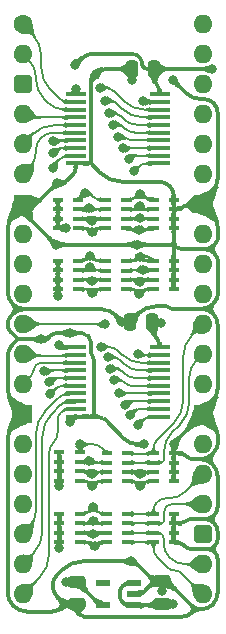
<source format=gtl>
%TF.GenerationSoftware,KiCad,Pcbnew,8.0.7*%
%TF.CreationDate,2025-01-13T08:05:14+02:00*%
%TF.ProjectId,Address Buffer 16bit,41646472-6573-4732-9042-756666657220,V0*%
%TF.SameCoordinates,Original*%
%TF.FileFunction,Copper,L1,Top*%
%TF.FilePolarity,Positive*%
%FSLAX46Y46*%
G04 Gerber Fmt 4.6, Leading zero omitted, Abs format (unit mm)*
G04 Created by KiCad (PCBNEW 8.0.7) date 2025-01-13 08:05:14*
%MOMM*%
%LPD*%
G01*
G04 APERTURE LIST*
G04 Aperture macros list*
%AMRoundRect*
0 Rectangle with rounded corners*
0 $1 Rounding radius*
0 $2 $3 $4 $5 $6 $7 $8 $9 X,Y pos of 4 corners*
0 Add a 4 corners polygon primitive as box body*
4,1,4,$2,$3,$4,$5,$6,$7,$8,$9,$2,$3,0*
0 Add four circle primitives for the rounded corners*
1,1,$1+$1,$2,$3*
1,1,$1+$1,$4,$5*
1,1,$1+$1,$6,$7*
1,1,$1+$1,$8,$9*
0 Add four rect primitives between the rounded corners*
20,1,$1+$1,$2,$3,$4,$5,0*
20,1,$1+$1,$4,$5,$6,$7,0*
20,1,$1+$1,$6,$7,$8,$9,0*
20,1,$1+$1,$8,$9,$2,$3,0*%
G04 Aperture macros list end*
%TA.AperFunction,SMDPad,CuDef*%
%ADD10R,0.950000X0.450000*%
%TD*%
%TA.AperFunction,SMDPad,CuDef*%
%ADD11R,0.900000X0.450000*%
%TD*%
%TA.AperFunction,SMDPad,CuDef*%
%ADD12R,1.800000X0.450000*%
%TD*%
%TA.AperFunction,SMDPad,CuDef*%
%ADD13RoundRect,0.250000X0.250000X0.475000X-0.250000X0.475000X-0.250000X-0.475000X0.250000X-0.475000X0*%
%TD*%
%TA.AperFunction,SMDPad,CuDef*%
%ADD14RoundRect,0.250000X0.475000X-0.250000X0.475000X0.250000X-0.475000X0.250000X-0.475000X-0.250000X0*%
%TD*%
%TA.AperFunction,SMDPad,CuDef*%
%ADD15R,1.150000X0.600000*%
%TD*%
%TA.AperFunction,SMDPad,CuDef*%
%ADD16RoundRect,0.250000X-0.475000X0.250000X-0.475000X-0.250000X0.475000X-0.250000X0.475000X0.250000X0*%
%TD*%
%TA.AperFunction,ComponentPad*%
%ADD17C,1.600000*%
%TD*%
%TA.AperFunction,ComponentPad*%
%ADD18O,1.600000X1.600000*%
%TD*%
%TA.AperFunction,ComponentPad*%
%ADD19RoundRect,0.400000X-0.400000X-0.400000X0.400000X-0.400000X0.400000X0.400000X-0.400000X0.400000X0*%
%TD*%
%TA.AperFunction,ComponentPad*%
%ADD20R,1.600000X1.600000*%
%TD*%
%TA.AperFunction,ViaPad*%
%ADD21C,0.800000*%
%TD*%
%TA.AperFunction,Conductor*%
%ADD22C,0.380000*%
%TD*%
%TA.AperFunction,Conductor*%
%ADD23C,0.200000*%
%TD*%
G04 APERTURE END LIST*
D10*
%TO.P,CN3,1,1*%
%TO.N,A11_{s}*%
X11088000Y-20030200D03*
%TO.P,CN3,2,2*%
%TO.N,A10_{s}*%
X11088000Y-20830200D03*
%TO.P,CN3,3,3*%
%TO.N,A9_{s}*%
X11088000Y-21630200D03*
%TO.P,CN3,4,4*%
%TO.N,A8_{s}*%
X11088000Y-22430200D03*
%TO.P,CN3,5,5*%
%TO.N,GND*%
X12788000Y-22430200D03*
%TO.P,CN3,6,6*%
X12788000Y-21630200D03*
%TO.P,CN3,7,7*%
X12788000Y-20830200D03*
%TO.P,CN3,8,8*%
X12788000Y-20030200D03*
%TD*%
D11*
%TO.P,RN3,1,R1*%
%TO.N,/A12*%
X4689000Y-17274000D03*
%TO.P,RN3,2,R2*%
%TO.N,/A13*%
X4689000Y-16474000D03*
%TO.P,RN3,3,R3*%
%TO.N,/A14*%
X4689000Y-15674000D03*
%TO.P,RN3,4,R4*%
%TO.N,/A15*%
X4689000Y-14874000D03*
%TO.P,RN3,5,R4*%
%TO.N,/3.3V*%
X2989000Y-14874000D03*
%TO.P,RN3,6,R3*%
X2989000Y-15674000D03*
%TO.P,RN3,7,R2*%
X2989000Y-16474000D03*
%TO.P,RN3,8,R1*%
X2989000Y-17274000D03*
%TD*%
%TO.P,RN5,1,R1*%
%TO.N,A4_{s}*%
X8851000Y-38716000D03*
%TO.P,RN5,2,R2*%
%TO.N,A5_{s}*%
X8851000Y-37916000D03*
%TO.P,RN5,3,R3*%
%TO.N,A6_{s}*%
X8851000Y-37116000D03*
%TO.P,RN5,4,R4*%
%TO.N,A7_{s}*%
X8851000Y-36316000D03*
%TO.P,RN5,5,R4*%
%TO.N,/A7*%
X7151000Y-36316000D03*
%TO.P,RN5,6,R3*%
%TO.N,/A6*%
X7151000Y-37116000D03*
%TO.P,RN5,7,R2*%
%TO.N,/A5*%
X7151000Y-37916000D03*
%TO.P,RN5,8,R1*%
%TO.N,/A4*%
X7151000Y-38716000D03*
%TD*%
D12*
%TO.P,IC2,1,DIR*%
%TO.N,/3.3V*%
X4490000Y-5943600D03*
%TO.P,IC2,2,A0*%
%TO.N,A15_{IN}*%
X4490000Y-6593600D03*
%TO.P,IC2,3,A1*%
%TO.N,A14_{IN}*%
X4490000Y-7243600D03*
%TO.P,IC2,4,A2*%
%TO.N,A13_{IN}*%
X4490000Y-7893600D03*
%TO.P,IC2,5,A3*%
%TO.N,A12_{IN}*%
X4490000Y-8543600D03*
%TO.P,IC2,6,A4*%
%TO.N,A11_{IN}*%
X4490000Y-9193600D03*
%TO.P,IC2,7,A5*%
%TO.N,A10_{IN}*%
X4490000Y-9843600D03*
%TO.P,IC2,8,A6*%
%TO.N,A9_{IN}*%
X4490000Y-10493600D03*
%TO.P,IC2,9,A7*%
%TO.N,A8_{IN}*%
X4490000Y-11143600D03*
%TO.P,IC2,10,GND*%
%TO.N,GND*%
X4490000Y-11793600D03*
%TO.P,IC2,11,B7*%
%TO.N,/A8*%
X11590000Y-11793600D03*
%TO.P,IC2,12,B6*%
%TO.N,/A9*%
X11590000Y-11143600D03*
%TO.P,IC2,13,B5*%
%TO.N,/A10*%
X11590000Y-10493600D03*
%TO.P,IC2,14,B4*%
%TO.N,/A11*%
X11590000Y-9843600D03*
%TO.P,IC2,15,B3*%
%TO.N,/A12*%
X11590000Y-9193600D03*
%TO.P,IC2,16,B2*%
%TO.N,/A13*%
X11590000Y-8543600D03*
%TO.P,IC2,17,B1*%
%TO.N,/A14*%
X11590000Y-7893600D03*
%TO.P,IC2,18,B0*%
%TO.N,/A15*%
X11590000Y-7243600D03*
%TO.P,IC2,19,~{OE}*%
%TO.N,Device ~{CS}*%
X11590000Y-6593600D03*
%TO.P,IC2,20,5V*%
%TO.N,5V*%
X11590000Y-5943600D03*
%TD*%
D13*
%TO.P,C1,1*%
%TO.N,5V*%
X10967000Y-25216000D03*
%TO.P,C1,2*%
%TO.N,GND*%
X9067000Y-25216000D03*
%TD*%
D12*
%TO.P,IC1,1,DIR*%
%TO.N,/3.3V*%
X4490000Y-27371000D03*
%TO.P,IC1,2,A0*%
%TO.N,A7_{IN}*%
X4490000Y-28021000D03*
%TO.P,IC1,3,A1*%
%TO.N,A6_{IN}*%
X4490000Y-28671000D03*
%TO.P,IC1,4,A2*%
%TO.N,A5_{IN}*%
X4490000Y-29321000D03*
%TO.P,IC1,5,A3*%
%TO.N,A4_{IN}*%
X4490000Y-29971000D03*
%TO.P,IC1,6,A4*%
%TO.N,A3_{IN}*%
X4490000Y-30621000D03*
%TO.P,IC1,7,A5*%
%TO.N,A2_{IN}*%
X4490000Y-31271000D03*
%TO.P,IC1,8,A6*%
%TO.N,A1_{IN}*%
X4490000Y-31921000D03*
%TO.P,IC1,9,A7*%
%TO.N,A0_{IN}*%
X4490000Y-32571000D03*
%TO.P,IC1,10,GND*%
%TO.N,GND*%
X4490000Y-33221000D03*
%TO.P,IC1,11,B7*%
%TO.N,/A0*%
X11590000Y-33221000D03*
%TO.P,IC1,12,B6*%
%TO.N,/A1*%
X11590000Y-32571000D03*
%TO.P,IC1,13,B5*%
%TO.N,/A2*%
X11590000Y-31921000D03*
%TO.P,IC1,14,B4*%
%TO.N,/A3*%
X11590000Y-31271000D03*
%TO.P,IC1,15,B3*%
%TO.N,/A4*%
X11590000Y-30621000D03*
%TO.P,IC1,16,B2*%
%TO.N,/A5*%
X11590000Y-29971000D03*
%TO.P,IC1,17,B1*%
%TO.N,/A6*%
X11590000Y-29321000D03*
%TO.P,IC1,18,B0*%
%TO.N,/A7*%
X11590000Y-28671000D03*
%TO.P,IC1,19,~{OE}*%
%TO.N,Device ~{CS}*%
X11590000Y-28021000D03*
%TO.P,IC1,20,5V*%
%TO.N,5V*%
X11590000Y-27371000D03*
%TD*%
D11*
%TO.P,RN10,1,R1*%
%TO.N,A12_{s}*%
X8724000Y-17293200D03*
%TO.P,RN10,2,R2*%
%TO.N,A13_{s}*%
X8724000Y-16493200D03*
%TO.P,RN10,3,R3*%
%TO.N,A14_{s}*%
X8724000Y-15693200D03*
%TO.P,RN10,4,R4*%
%TO.N,A15_{s}*%
X8724000Y-14893200D03*
%TO.P,RN10,5,R4*%
%TO.N,/A15*%
X7024000Y-14893200D03*
%TO.P,RN10,6,R3*%
%TO.N,/A14*%
X7024000Y-15693200D03*
%TO.P,RN10,7,R2*%
%TO.N,/A13*%
X7024000Y-16493200D03*
%TO.P,RN10,8,R1*%
%TO.N,/A12*%
X7024000Y-17293200D03*
%TD*%
D14*
%TO.P,C8,1*%
%TO.N,5V*%
X11836400Y-49067000D03*
%TO.P,C8,2*%
%TO.N,GND*%
X11836400Y-47167000D03*
%TD*%
D13*
%TO.P,C2,1*%
%TO.N,5V*%
X11138800Y-3788600D03*
%TO.P,C2,2*%
%TO.N,GND*%
X9238800Y-3788600D03*
%TD*%
D11*
%TO.P,RN2,1,R1*%
%TO.N,/A0*%
X4816000Y-43872000D03*
%TO.P,RN2,2,R2*%
%TO.N,/A1*%
X4816000Y-43072000D03*
%TO.P,RN2,3,R3*%
%TO.N,/A2*%
X4816000Y-42272000D03*
%TO.P,RN2,4,R4*%
%TO.N,/A3*%
X4816000Y-41472000D03*
%TO.P,RN2,5,R4*%
%TO.N,/3.3V*%
X3116000Y-41472000D03*
%TO.P,RN2,6,R3*%
X3116000Y-42272000D03*
%TO.P,RN2,7,R2*%
X3116000Y-43072000D03*
%TO.P,RN2,8,R1*%
X3116000Y-43872000D03*
%TD*%
%TO.P,RN1,1,R1*%
%TO.N,/A4*%
X4816000Y-38665000D03*
%TO.P,RN1,2,R2*%
%TO.N,/A5*%
X4816000Y-37865000D03*
%TO.P,RN1,3,R3*%
%TO.N,/A6*%
X4816000Y-37065000D03*
%TO.P,RN1,4,R4*%
%TO.N,/A7*%
X4816000Y-36265000D03*
%TO.P,RN1,5,R4*%
%TO.N,/3.3V*%
X3116000Y-36265000D03*
%TO.P,RN1,6,R3*%
X3116000Y-37065000D03*
%TO.P,RN1,7,R2*%
X3116000Y-37865000D03*
%TO.P,RN1,8,R1*%
X3116000Y-38665000D03*
%TD*%
D10*
%TO.P,CN2,1,1*%
%TO.N,A3_{s}*%
X11088000Y-41472000D03*
%TO.P,CN2,2,2*%
%TO.N,A2_{s}*%
X11088000Y-42272000D03*
%TO.P,CN2,3,3*%
%TO.N,A1_{s}*%
X11088000Y-43072000D03*
%TO.P,CN2,4,4*%
%TO.N,A0_{s}*%
X11088000Y-43872000D03*
%TO.P,CN2,5,5*%
%TO.N,GND*%
X12788000Y-43872000D03*
%TO.P,CN2,6,6*%
X12788000Y-43072000D03*
%TO.P,CN2,7,7*%
X12788000Y-42272000D03*
%TO.P,CN2,8,8*%
X12788000Y-41472000D03*
%TD*%
D15*
%TO.P,IC5,1,6VIn*%
%TO.N,5V*%
X9428000Y-49210000D03*
%TO.P,IC5,2,GND*%
%TO.N,GND*%
X9428000Y-48260000D03*
%TO.P,IC5,3,EN*%
%TO.N,5V*%
X9428000Y-47310000D03*
%TO.P,IC5,4,ADJ*%
%TO.N,unconnected-(IC5-ADJ-Pad4)*%
X6828000Y-47310000D03*
%TO.P,IC5,5,3.3VOut*%
%TO.N,/3.3V*%
X6828000Y-49210000D03*
%TD*%
D10*
%TO.P,CN4,1,1*%
%TO.N,A15_{s}*%
X11088000Y-14874000D03*
%TO.P,CN4,2,2*%
%TO.N,A14_{s}*%
X11088000Y-15674000D03*
%TO.P,CN4,3,3*%
%TO.N,A13_{s}*%
X11088000Y-16474000D03*
%TO.P,CN4,4,4*%
%TO.N,A12_{s}*%
X11088000Y-17274000D03*
%TO.P,CN4,5,5*%
%TO.N,GND*%
X12788000Y-17274000D03*
%TO.P,CN4,6,6*%
X12788000Y-16474000D03*
%TO.P,CN4,7,7*%
X12788000Y-15674000D03*
%TO.P,CN4,8,8*%
X12788000Y-14874000D03*
%TD*%
D16*
%TO.P,C9,1*%
%TO.N,/3.3V*%
X4572000Y-47199000D03*
%TO.P,C9,2*%
%TO.N,GND*%
X4572000Y-49099000D03*
%TD*%
D11*
%TO.P,RN6,1,R1*%
%TO.N,A0_{s}*%
X8851000Y-43872000D03*
%TO.P,RN6,2,R2*%
%TO.N,A1_{s}*%
X8851000Y-43072000D03*
%TO.P,RN6,3,R3*%
%TO.N,A2_{s}*%
X8851000Y-42272000D03*
%TO.P,RN6,4,R4*%
%TO.N,A3_{s}*%
X8851000Y-41472000D03*
%TO.P,RN6,5,R4*%
%TO.N,/A3*%
X7151000Y-41472000D03*
%TO.P,RN6,6,R3*%
%TO.N,/A2*%
X7151000Y-42272000D03*
%TO.P,RN6,7,R2*%
%TO.N,/A1*%
X7151000Y-43072000D03*
%TO.P,RN6,8,R1*%
%TO.N,/A0*%
X7151000Y-43872000D03*
%TD*%
D10*
%TO.P,CN1,1,1*%
%TO.N,A7_{s}*%
X11088000Y-36316000D03*
%TO.P,CN1,2,2*%
%TO.N,A6_{s}*%
X11088000Y-37116000D03*
%TO.P,CN1,3,3*%
%TO.N,A5_{s}*%
X11088000Y-37916000D03*
%TO.P,CN1,4,4*%
%TO.N,A4_{s}*%
X11088000Y-38716000D03*
%TO.P,CN1,5,5*%
%TO.N,GND*%
X12788000Y-38716000D03*
%TO.P,CN1,6,6*%
X12788000Y-37916000D03*
%TO.P,CN1,7,7*%
X12788000Y-37116000D03*
%TO.P,CN1,8,8*%
X12788000Y-36316000D03*
%TD*%
D11*
%TO.P,RN4,1,R1*%
%TO.N,/A8*%
X4689000Y-22443200D03*
%TO.P,RN4,2,R2*%
%TO.N,/A9*%
X4689000Y-21643200D03*
%TO.P,RN4,3,R3*%
%TO.N,/A10*%
X4689000Y-20843200D03*
%TO.P,RN4,4,R4*%
%TO.N,/A11*%
X4689000Y-20043200D03*
%TO.P,RN4,5,R4*%
%TO.N,/3.3V*%
X2989000Y-20043200D03*
%TO.P,RN4,6,R3*%
X2989000Y-20843200D03*
%TO.P,RN4,7,R2*%
X2989000Y-21643200D03*
%TO.P,RN4,8,R1*%
X2989000Y-22443200D03*
%TD*%
%TO.P,RN9,1,R1*%
%TO.N,A8_{s}*%
X8724000Y-22462400D03*
%TO.P,RN9,2,R2*%
%TO.N,A9_{s}*%
X8724000Y-21662400D03*
%TO.P,RN9,3,R3*%
%TO.N,A10_{s}*%
X8724000Y-20862400D03*
%TO.P,RN9,4,R4*%
%TO.N,A11_{s}*%
X8724000Y-20062400D03*
%TO.P,RN9,5,R4*%
%TO.N,/A11*%
X7024000Y-20062400D03*
%TO.P,RN9,6,R3*%
%TO.N,/A10*%
X7024000Y-20862400D03*
%TO.P,RN9,7,R2*%
%TO.N,/A9*%
X7024000Y-21662400D03*
%TO.P,RN9,8,R1*%
%TO.N,/A8*%
X7024000Y-22462400D03*
%TD*%
D17*
%TO.P,J1,1,Pin_1*%
%TO.N,A15_{IN}*%
X0Y0D03*
D18*
%TO.P,J1,2,Pin_2*%
%TO.N,A14_{IN}*%
X0Y-2540000D03*
D19*
%TO.P,J1,3,Pin_3*%
%TO.N,5V*%
X0Y-5080000D03*
D18*
%TO.P,J1,4,Pin_4*%
%TO.N,A13_{IN}*%
X0Y-7620000D03*
%TO.P,J1,5,Pin_5*%
%TO.N,A12_{IN}*%
X0Y-10160000D03*
%TO.P,J1,6,Pin_6*%
%TO.N,A11_{IN}*%
X0Y-12700000D03*
D20*
%TO.P,J1,7,Pin_7*%
%TO.N,GND*%
X0Y-15240000D03*
D18*
%TO.P,J1,8,Pin_8*%
%TO.N,A10_{IN}*%
X0Y-17780000D03*
%TO.P,J1,9,Pin_9*%
%TO.N,A9_{IN}*%
X0Y-20320000D03*
%TO.P,J1,10,Pin_10*%
%TO.N,A8_{IN}*%
X0Y-22860000D03*
%TO.P,J1,11,Pin_11*%
%TO.N,Device ~{CS}*%
X0Y-25400000D03*
%TO.P,J1,12,Pin_12*%
%TO.N,A7_{IN}*%
X0Y-27940000D03*
%TO.P,J1,13,Pin_13*%
%TO.N,A6_{IN}*%
X0Y-30480000D03*
D20*
%TO.P,J1,14,Pin_14*%
%TO.N,GND*%
X0Y-33020000D03*
D18*
%TO.P,J1,15,Pin_15*%
%TO.N,A5_{IN}*%
X0Y-35560000D03*
%TO.P,J1,16,Pin_16*%
%TO.N,A4_{IN}*%
X0Y-38100000D03*
%TO.P,J1,17,Pin_17*%
%TO.N,A3_{IN}*%
X0Y-40640000D03*
%TO.P,J1,18,Pin_18*%
%TO.N,A2_{IN}*%
X0Y-43180000D03*
%TO.P,J1,19,Pin_19*%
%TO.N,A1_{IN}*%
X0Y-45720000D03*
%TO.P,J1,20,Pin_20*%
%TO.N,A0_{IN}*%
X0Y-48260000D03*
%TO.P,J1,21,Pin_21*%
%TO.N,A0_{s}*%
X15240000Y-48260000D03*
%TO.P,J1,22,Pin_22*%
%TO.N,A1_{s}*%
X15240000Y-45720000D03*
D19*
%TO.P,J1,23,Pin_23*%
%TO.N,5V*%
X15240000Y-43180000D03*
D18*
%TO.P,J1,24,Pin_24*%
%TO.N,A2_{s}*%
X15240000Y-40640000D03*
%TO.P,J1,25,Pin_25*%
%TO.N,A3_{s}*%
X15240000Y-38100000D03*
%TO.P,J1,26,Pin_26*%
%TO.N,A4_{s}*%
X15240000Y-35560000D03*
D20*
%TO.P,J1,27,Pin_27*%
%TO.N,GND*%
X15240000Y-33020000D03*
D18*
%TO.P,J1,28,Pin_28*%
%TO.N,A5_{s}*%
X15240000Y-30480000D03*
%TO.P,J1,29,Pin_29*%
%TO.N,A6_{s}*%
X15240000Y-27940000D03*
%TO.P,J1,30,Pin_30*%
%TO.N,A7_{s}*%
X15240000Y-25400000D03*
%TO.P,J1,31,Pin_31*%
%TO.N,unconnected-(J1-Pin_31-Pad31)*%
X15240000Y-22860000D03*
%TO.P,J1,32,Pin_32*%
%TO.N,A8_{s}*%
X15240000Y-20320000D03*
%TO.P,J1,33,Pin_33*%
%TO.N,A9_{s}*%
X15240000Y-17780000D03*
D20*
%TO.P,J1,34,Pin_34*%
%TO.N,GND*%
X15240000Y-15240000D03*
D18*
%TO.P,J1,35,Pin_35*%
%TO.N,A10_{s}*%
X15240000Y-12700000D03*
%TO.P,J1,36,Pin_36*%
%TO.N,A11_{s}*%
X15240000Y-10160000D03*
%TO.P,J1,37,Pin_37*%
%TO.N,A12_{s}*%
X15240000Y-7620000D03*
%TO.P,J1,38,Pin_38*%
%TO.N,A13_{s}*%
X15240000Y-5080000D03*
%TO.P,J1,39,Pin_39*%
%TO.N,A14_{s}*%
X15240000Y-2540000D03*
%TO.P,J1,40,Pin_40*%
%TO.N,A15_{s}*%
X15240000Y0D03*
%TD*%
D21*
%TO.N,GND*%
X12826996Y-35560000D03*
X3987707Y-26150000D03*
X11811000Y-47967000D03*
X9652000Y-18669000D03*
X10287000Y-35560000D03*
X6197600Y-4254500D03*
X3987707Y-33680402D03*
X2794000Y-18668986D03*
X1524000Y-26670000D03*
X9271000Y-4699000D03*
X3556000Y-49099000D03*
X8382000Y-25216000D03*
X2920998Y-13462002D03*
X9159000Y-45466000D03*
X12700004Y-4699000D03*
%TO.N,5V*%
X4445000Y-3429000D03*
X12699994Y-49067000D03*
X16002018Y-3810000D03*
X11684000Y-25273000D03*
%TO.N,/3.3V*%
X3682994Y-47199000D03*
X4489998Y-5505998D03*
X3048000Y-27177994D03*
X3048004Y-39116000D03*
X3638998Y-17272000D03*
X2971613Y-22987000D03*
X3048000Y-44323004D03*
%TO.N,A5_{s}*%
X9949001Y-38073614D03*
%TO.N,A4_{s}*%
X9949001Y-39116000D03*
%TO.N,A9_{s}*%
X9921003Y-21811591D03*
%TO.N,/A0*%
X9779000Y-33909000D03*
X6095994Y-44222600D03*
%TO.N,/A1*%
X5965200Y-43180776D03*
X9110068Y-33107334D03*
%TO.N,/A2*%
X8670097Y-32209319D03*
X5969000Y-42035457D03*
%TO.N,/A3*%
X5969000Y-40860027D03*
X8128000Y-31241992D03*
%TO.N,/A4*%
X7694696Y-30115255D03*
X5878988Y-39079000D03*
%TO.N,/A5*%
X7392794Y-29161914D03*
X5844019Y-38067414D03*
%TO.N,/A6*%
X5650800Y-36957000D03*
X7189799Y-28182731D03*
%TO.N,/A7*%
X4838000Y-35560000D03*
X6668949Y-27329080D03*
%TO.N,A10_{s}*%
X10196589Y-20778210D03*
%TO.N,A8_{s}*%
X9882200Y-22817600D03*
%TO.N,A11_{s}*%
X9906000Y-19685000D03*
%TO.N,A15_{s}*%
X9945738Y-14403295D03*
%TO.N,A13_{s}*%
X9897599Y-16402474D03*
%TO.N,A12_{s}*%
X9869026Y-17402068D03*
%TO.N,A14_{s}*%
X9906006Y-15402507D03*
%TO.N,/A8*%
X9420600Y-12467002D03*
X5905988Y-22780600D03*
%TO.N,/A9*%
X5871019Y-21769014D03*
X8978058Y-11398151D03*
%TO.N,/A10*%
X8520600Y-10508917D03*
X5688371Y-20593457D03*
%TO.N,/A11*%
X8097967Y-9524106D03*
X5710000Y-19593689D03*
%TO.N,/A12*%
X5880588Y-17637000D03*
X7642000Y-8508676D03*
%TO.N,/A13*%
X7348566Y-7552288D03*
X5845619Y-16625414D03*
%TO.N,/A14*%
X6985000Y-6477000D03*
X5621166Y-15588582D03*
%TO.N,/A15*%
X6570000Y-5383343D03*
X5283200Y-14274800D03*
%TO.N,A3_{IN}*%
X2320299Y-31305978D03*
%TO.N,Device ~{CS}*%
X10209877Y-6528438D03*
X9779000Y-27940002D03*
X6985000Y-25399998D03*
%TO.N,A4_{IN}*%
X2250830Y-30308391D03*
%TO.N,A5_{IN}*%
X1841504Y-29396000D03*
%TO.N,A9_{IN}*%
X2611000Y-10922000D03*
%TO.N,A8_{IN}*%
X2611000Y-12189125D03*
%TO.N,A10_{IN}*%
X2540000Y-9918600D03*
%TD*%
D22*
%TO.N,/3.3V*%
X2989000Y-22957318D02*
G75*
G02*
X2980301Y-22978301I-29700J18D01*
G01*
X3116000Y-38999923D02*
G75*
G02*
X3081995Y-39081995I-116100J23D01*
G01*
X3638503Y-17271505D02*
G75*
G03*
X3637307Y-17271004I-1203J-1195D01*
G01*
X3144503Y-27274497D02*
G75*
G03*
X3377481Y-27371008I232997J232997D01*
G01*
X3082000Y-43906000D02*
G75*
G03*
X3047993Y-43988083I82100J-82100D01*
G01*
X3116000Y-43823916D02*
G75*
G02*
X3081995Y-43905995I-116100J16D01*
G01*
%TO.N,5V*%
X9071886Y-47310000D02*
G75*
G03*
X8476304Y-47556704I14J-842300D01*
G01*
X11138800Y-4596753D02*
G75*
G03*
X11364401Y-5141399I770250J3D01*
G01*
X6049338Y-2489200D02*
G75*
G03*
X4914902Y-2959102I2J-1604330D01*
G01*
X11398727Y-26638727D02*
G75*
G02*
X11589984Y-27100500I-461827J-461773D01*
G01*
X10128800Y-3424986D02*
G75*
G03*
X10235296Y-3682104I363600J-14D01*
G01*
X9852612Y-2765388D02*
G75*
G03*
X9185835Y-2489185I-666812J-666812D01*
G01*
X8229600Y-48367713D02*
G75*
G03*
X8476304Y-48963296I842300J13D01*
G01*
X10967000Y-25766472D02*
G75*
G03*
X11278492Y-26518508I1063500J-28D01*
G01*
X11386141Y-5163141D02*
G75*
G02*
X11590005Y-5655300I-492141J-492159D01*
G01*
X10235300Y-3682100D02*
G75*
G03*
X10492413Y-3788594I257100J257100D01*
G01*
X8476300Y-47556700D02*
G75*
G03*
X8229594Y-48152286I595600J-595600D01*
G01*
X15991318Y-3799300D02*
G75*
G03*
X15965485Y-3788601I-25818J-25800D01*
G01*
X9939994Y-2852770D02*
G75*
G02*
X10128816Y-3308588I-455794J-455830D01*
G01*
X8476300Y-48963300D02*
G75*
G03*
X9071886Y-49210006I595600J595600D01*
G01*
%TO.N,GND*%
X13840000Y-36573000D02*
G75*
G03*
X13219547Y-36315980I-620500J-620500D01*
G01*
X9238800Y-4644031D02*
G75*
G03*
X9254909Y-4682891I55000J31D01*
G01*
X15377904Y-19050000D02*
G75*
G03*
X16226498Y-18698499I-4J1200100D01*
G01*
X16226499Y-19401499D02*
G75*
G03*
X15377904Y-19049998I-848599J-848601D01*
G01*
X16226499Y-18698500D02*
G75*
G03*
X16226498Y-19401499I351501J-351500D01*
G01*
X11836400Y-47522200D02*
G75*
G03*
X11481200Y-47167000I-355200J0D01*
G01*
X12388283Y-23988500D02*
G75*
G03*
X12116683Y-23876012I-271583J-271600D01*
G01*
X11341391Y-23876000D02*
G75*
G03*
X9746294Y-24536723I9J-2255800D01*
G01*
X-634999Y-33655000D02*
G75*
G03*
X-1270001Y-35188025I1533029J-1533030D01*
G01*
X3780504Y-13237495D02*
G75*
G02*
X3238498Y-13462003I-542004J541995D01*
G01*
X0Y-15557497D02*
G75*
G03*
X224504Y-16099498I766500J-3D01*
G01*
X4572000Y-49514592D02*
G75*
G03*
X4762498Y-49974502I650400J-8D01*
G01*
X5780000Y-11776528D02*
G75*
G02*
X5774992Y-11788592I-17100J28D01*
G01*
X16081457Y-37258542D02*
G75*
G02*
X16509985Y-38293135I-1034557J-1034558D01*
G01*
X2931695Y-26150000D02*
G75*
G03*
X2304001Y-26410001I5J-887700D01*
G01*
X-635000Y-15875000D02*
G75*
G03*
X-1270002Y-17408025I1533030J-1533030D01*
G01*
X14541500Y-15240000D02*
G75*
G03*
X15733909Y-14746080I0J1686300D01*
G01*
X15733914Y-15733914D02*
G75*
G03*
X14541500Y-15239992I-1192414J-1192386D01*
G01*
X13681000Y-44161000D02*
G75*
G03*
X14378707Y-44449997I697700J697700D01*
G01*
X7874000Y-24638000D02*
G75*
G03*
X6647579Y-24130008I-1226400J-1226400D01*
G01*
X12518592Y-18669000D02*
G75*
G03*
X12788000Y-18399592I8J269400D01*
G01*
X12788000Y-18938407D02*
G75*
G03*
X12518592Y-18669000I-269400J7D01*
G01*
X12978500Y-18859500D02*
G75*
G03*
X12788019Y-18938407I-78900J-78900D01*
G01*
X12788000Y-18399592D02*
G75*
G03*
X12978498Y-18859502I650400J-8D01*
G01*
X12871895Y-35388104D02*
G75*
G03*
X12826999Y-35496502I108405J-108396D01*
G01*
X2540000Y-47536500D02*
G75*
G03*
X2926435Y-48469431I1319360J0D01*
G01*
X16168728Y-6691271D02*
G75*
G03*
X15344826Y-6349989I-823928J-823929D01*
G01*
X6540700Y-12564300D02*
G75*
G03*
X8401334Y-13335002I1860640J1860640D01*
G01*
X2926433Y-46603566D02*
G75*
G03*
X2539997Y-47536500I932927J-932934D01*
G01*
X4045762Y-33665237D02*
G75*
G02*
X4009152Y-33680430I-36662J36637D01*
G01*
X-635000Y-32385000D02*
G75*
G02*
X-634998Y-33655000I-635000J-635001D01*
G01*
X-978025Y-24695110D02*
G75*
G03*
X-1270000Y-25400000I704891J-704890D01*
G01*
X5912600Y-28112200D02*
G75*
G02*
X6045190Y-28432324I-320100J-320100D01*
G01*
X12499500Y-13769500D02*
G75*
G02*
X12788000Y-14466000I-696500J-696500D01*
G01*
X16577999Y-17849905D02*
G75*
G02*
X16226498Y-18698499I-1200099J5D01*
G01*
X14187972Y-41910000D02*
G75*
G03*
X13751008Y-42091008I28J-618000D01*
G01*
X16510000Y-13071974D02*
G75*
G02*
X15875001Y-14605001I-2168040J4D01*
G01*
X14149884Y-15240000D02*
G75*
G03*
X13626005Y-15457005I16J-740900D01*
G01*
X15952562Y-15952562D02*
G75*
G02*
X16577992Y-17462500I-1509962J-1509938D01*
G01*
X13098500Y-15674000D02*
G75*
G03*
X12788000Y-15984500I0J-310500D01*
G01*
X12788000Y-15363500D02*
G75*
G03*
X13098500Y-15674000I310500J0D01*
G01*
X12426500Y-13696500D02*
G75*
G03*
X11553761Y-13335016I-872700J-872700D01*
G01*
X15875000Y-33655000D02*
G75*
G03*
X14605000Y-33655000I-635000J-634999D01*
G01*
X15875000Y-32385000D02*
G75*
G03*
X15875000Y-33655000I635000J-635000D01*
G01*
X16510000Y-48148023D02*
G75*
G02*
X16105222Y-49125222I-1382000J23D01*
G01*
X10246899Y-48046100D02*
G75*
G02*
X9730500Y-48259999I-516399J516400D01*
G01*
X16226499Y-19401499D02*
G75*
G02*
X16578002Y-20250094I-848599J-848601D01*
G01*
X15046864Y-36830000D02*
G75*
G03*
X16081468Y-36401468I36J1463100D01*
G01*
X16081457Y-37258542D02*
G75*
G03*
X15046864Y-36830015I-1034557J-1034558D01*
G01*
X16081457Y-36401457D02*
G75*
G03*
X16081456Y-37258542I428543J-428543D01*
G01*
X-469483Y-26726568D02*
G75*
G03*
X-469483Y-26613432I-56567J56568D01*
G01*
X-332915Y-26670000D02*
G75*
G03*
X-469483Y-26726568I-2J-193131D01*
G01*
X-469483Y-26613431D02*
G75*
G03*
X-332915Y-26670000I136569J136569D01*
G01*
X-1270000Y-48112740D02*
G75*
G03*
X-795378Y-49258578I1620468J4D01*
G01*
X13828999Y-5827995D02*
G75*
G03*
X15089230Y-6349989I1260201J1260195D01*
G01*
X13840000Y-36573000D02*
G75*
G03*
X14460452Y-36830020I620500J620500D01*
G01*
X16578000Y-35250781D02*
G75*
G02*
X16115463Y-36367463I-1579200J-19D01*
G01*
X5762928Y-11793600D02*
G75*
G03*
X5774992Y-11788592I-28J17100D01*
G01*
X5775000Y-11798600D02*
G75*
G03*
X5762928Y-11793588I-12100J-12100D01*
G01*
X5775000Y-11788600D02*
G75*
G03*
X5775000Y-11798600I5000J-5000D01*
G01*
X5716100Y-33221000D02*
G75*
G03*
X6045200Y-32891900I0J329100D01*
G01*
X6045200Y-32891900D02*
G75*
G03*
X6374300Y-33221000I329100J0D01*
G01*
X10874835Y-47418164D02*
G75*
G03*
X10874835Y-46915836I-251135J251164D01*
G01*
X11481200Y-47167000D02*
G75*
G03*
X10874841Y-47418170I0J-857500D01*
G01*
X10874835Y-46915835D02*
G75*
G03*
X11481200Y-47167008I606365J606335D01*
G01*
X-1270000Y-22666864D02*
G75*
G03*
X-841456Y-23701456I1463140J4D01*
G01*
X8602367Y-35119967D02*
G75*
G03*
X9664700Y-35559990I1062333J1062367D01*
G01*
X13751000Y-42091000D02*
G75*
G02*
X13314027Y-42272011I-437000J437000D01*
G01*
X16510000Y-30851974D02*
G75*
G02*
X15875001Y-32385001I-2168040J4D01*
G01*
X6936108Y-33453708D02*
G75*
G03*
X6374300Y-33220995I-561808J-561792D01*
G01*
X5141630Y-45466000D02*
G75*
G03*
X3302002Y-46228002I0J-2601620D01*
G01*
X2227847Y-26486152D02*
G75*
G02*
X1784000Y-26669998I-443847J443852D01*
G01*
X15159678Y-24101000D02*
G75*
G03*
X16114506Y-23705506I22J1350300D01*
G01*
X16114500Y-24496500D02*
G75*
G03*
X15159678Y-24101009I-954800J-954800D01*
G01*
X16114499Y-23705499D02*
G75*
G03*
X16114499Y-24496501I395501J-395501D01*
G01*
X5551000Y-26379000D02*
G75*
G03*
X4998145Y-26149981I-552900J-552900D01*
G01*
X1547111Y-14835888D02*
G75*
G02*
X571500Y-15239997I-975611J975618D01*
G01*
X4762500Y-49974500D02*
G75*
G03*
X5222407Y-50164997I459900J459900D01*
G01*
X-1270000Y-30851974D02*
G75*
G03*
X-635001Y-32385001I2168040J4D01*
G01*
X16198615Y-42221385D02*
G75*
G02*
X16509986Y-42973134I-751715J-751715D01*
G01*
X2794000Y-18668986D02*
X2794001Y-18668986D01*
X2794002Y-18668986D01*
X2794004Y-18668986D01*
X2794005Y-18668987D01*
X2794006Y-18668987D01*
X2794007Y-18668988D01*
X2794008Y-18668989D01*
X2794009Y-18668989D01*
X2794010Y-18668990D01*
X2794011Y-18668991D01*
X2794011Y-18668992D01*
X2794012Y-18668993D01*
X2794013Y-18668994D01*
X2794013Y-18668995D01*
X2794014Y-18668996D01*
X2794014Y-18668998D01*
X2794014Y-18668999D01*
X2794014Y-18669000D01*
X12788000Y-43570000D02*
G75*
G03*
X13090000Y-43872000I302000J0D01*
G01*
X3238900Y-49416100D02*
G75*
G02*
X2473352Y-49733198I-765550J765560D01*
G01*
X15446865Y-41910000D02*
G75*
G03*
X16198625Y-41598625I35J1063100D01*
G01*
X16198615Y-42221385D02*
G75*
G03*
X15446865Y-41910014I-751715J-751715D01*
G01*
X16198615Y-41598615D02*
G75*
G03*
X16198615Y-42221385I311385J-311385D01*
G01*
X13626000Y-15457000D02*
G75*
G02*
X13102115Y-15674006I-523900J523900D01*
G01*
X9519045Y-45560045D02*
G75*
G03*
X9292000Y-45466003I-227045J-227055D01*
G01*
X14287500Y-49847500D02*
G75*
G02*
X13520987Y-50164995I-766500J766500D01*
G01*
X12978500Y-18859500D02*
G75*
G03*
X13438407Y-19049997I459900J459900D01*
G01*
X16168728Y-6691271D02*
G75*
G02*
X16510011Y-7515173I-823928J-823929D01*
G01*
X15642789Y-44450000D02*
G75*
G03*
X16256003Y-44196003I11J867200D01*
G01*
X16256000Y-44704000D02*
G75*
G03*
X15642789Y-44450004I-613200J-613200D01*
G01*
X16256000Y-44196000D02*
G75*
G03*
X16256000Y-44704000I254000J-254000D01*
G01*
X16031082Y-33811082D02*
G75*
G02*
X16578028Y-35131457I-1320382J-1320418D01*
G01*
X5988800Y-4463300D02*
G75*
G03*
X5779995Y-4967387I504100J-504100D01*
G01*
X12807498Y-35579498D02*
G75*
G03*
X12787988Y-35626570I47102J-47102D01*
G01*
X8357251Y-25121251D02*
G75*
G02*
X8381999Y-25181000I-59751J-59749D01*
G01*
X11836400Y-47923639D02*
G75*
G02*
X11823688Y-47954288I-43400J39D01*
G01*
X4490000Y-12160800D02*
G75*
G02*
X4230351Y-12787650I-886500J0D01*
G01*
X16510000Y-43582789D02*
G75*
G02*
X16256003Y-44196003I-867200J-11D01*
G01*
X16577999Y-22634596D02*
G75*
G02*
X16148500Y-23671501I-1466399J-4D01*
G01*
X16087759Y-49142697D02*
G75*
G02*
X15152728Y-49530029I-935059J934997D01*
G01*
X5551000Y-26379000D02*
G75*
G02*
X5780019Y-26931854I-552900J-552900D01*
G01*
X-795378Y-49258578D02*
G75*
G03*
X350459Y-49733200I1145842J1145846D01*
G01*
X16510000Y-40846865D02*
G75*
G02*
X16198625Y-41598625I-1063100J-35D01*
G01*
X6992941Y-3788600D02*
G75*
G03*
X6430538Y-4021538I-41J-795300D01*
G01*
X16256000Y-44704000D02*
G75*
G02*
X16509996Y-45317210I-613200J-613200D01*
G01*
X14287500Y-49847500D02*
G75*
G03*
X14287500Y-49212500I-317500J317500D01*
G01*
X15054012Y-49530000D02*
G75*
G03*
X14287496Y-49847496I-12J-1084000D01*
G01*
X14287500Y-49212500D02*
G75*
G03*
X15054012Y-49529995I766500J766500D01*
G01*
X13605546Y-44085546D02*
G75*
G03*
X13090000Y-43872002I-515546J-515554D01*
G01*
X-841457Y-24558542D02*
G75*
G03*
X-841457Y-23701457I-428543J428542D01*
G01*
X193135Y-24130000D02*
G75*
G03*
X-841457Y-24558542I-2J-1463130D01*
G01*
X-841457Y-23701457D02*
G75*
G03*
X193135Y-24130000I1034594J1034593D01*
G01*
X12388283Y-23988500D02*
G75*
G03*
X12659882Y-24101012I271617J271600D01*
G01*
X-1270000Y-25400000D02*
G75*
G03*
X-978025Y-26104889I996866J1D01*
G01*
X5780000Y-27792075D02*
G75*
G03*
X5912593Y-28112207I452700J-25D01*
G01*
X16114500Y-24496500D02*
G75*
G02*
X16509991Y-25451321I-954800J-954800D01*
G01*
X-841457Y-27098542D02*
G75*
G03*
X-1270002Y-28133135I1034597J-1034598D01*
G01*
X12788000Y-15984500D02*
X12788000Y-15363500D01*
X14605000Y-33655000D02*
X15875000Y-32385000D01*
X6374300Y-33221000D02*
X5716100Y-33221000D01*
X-172915Y-26670000D02*
X-332915Y-26670000D01*
D23*
%TO.N,A12_{IN}*%
X2743381Y-8543600D02*
G75*
G03*
X819504Y-9340497I-1J-2720770D01*
G01*
%TO.N,A10_{IN}*%
X2668033Y-9843600D02*
G75*
G03*
X2577490Y-9881090I-33J-128000D01*
G01*
%TO.N,A8_{IN}*%
X3940000Y-11143600D02*
G75*
G03*
X3001095Y-11532513I0J-1327800D01*
G01*
X2705230Y-11828369D02*
G75*
G03*
X2610966Y-12055862I227470J-227531D01*
G01*
%TO.N,A11_{IN}*%
X1553700Y-9622300D02*
G75*
G03*
X1124998Y-10657273I1034960J-1034970D01*
G01*
X1125000Y-10813000D02*
G75*
G02*
X586184Y-12113815I-1839632J2D01*
G01*
X2588673Y-9193600D02*
G75*
G03*
X1553701Y-9622301I-3J-1463660D01*
G01*
%TO.N,A9_{IN}*%
X3342324Y-10493600D02*
G75*
G03*
X2825193Y-10707793I-24J-731300D01*
G01*
%TO.N,A15_{IN}*%
X787500Y-787500D02*
G75*
G02*
X1575000Y-2688693I-1901194J-1901193D01*
G01*
X1575000Y-3676618D02*
G75*
G03*
X2371896Y-5600496I2720770J-2D01*
G01*
X2967252Y-6195852D02*
G75*
G03*
X3927500Y-6593599I960248J960252D01*
G01*
%TO.N,A14_{IN}*%
X562500Y-3102500D02*
G75*
G02*
X1125000Y-4460495I-1357993J-1357994D01*
G01*
X1125000Y-4655600D02*
G75*
G03*
X1825459Y-6346659I2391520J0D01*
G01*
X2097459Y-6618659D02*
G75*
G03*
X3606200Y-7243601I1508741J1508739D01*
G01*
%TO.N,A5_{IN}*%
X1969537Y-29321000D02*
G75*
G03*
X1878992Y-29358488I-37J-128000D01*
G01*
%TO.N,A4_{IN}*%
X2826792Y-29971000D02*
G75*
G03*
X2419521Y-30139691I8J-576000D01*
G01*
%TO.N,A6_{IN}*%
X1543812Y-28671000D02*
G75*
G03*
X1113408Y-28849260I-12J-608700D01*
G01*
X935147Y-29286200D02*
G75*
G02*
X752251Y-29727748I-624452J4D01*
G01*
X1113421Y-28849273D02*
G75*
G03*
X935147Y-29279664I430379J-430387D01*
G01*
%TO.N,Device ~{CS}*%
X9819499Y-27980501D02*
G75*
G03*
X9917272Y-28021011I97801J97801D01*
G01*
X10242458Y-6561019D02*
G75*
G03*
X10321115Y-6593600I78642J78619D01*
G01*
%TO.N,A1_{IN}*%
X4013700Y-31921000D02*
G75*
G03*
X3200603Y-32257793I0J-1149900D01*
G01*
X2473296Y-32985103D02*
G75*
G03*
X1676399Y-34908981I1923874J-1923877D01*
G01*
X1676400Y-42916618D02*
G75*
G02*
X879503Y-44840496I-2720777J2D01*
G01*
%TO.N,A0_{IN}*%
X3964144Y-32571000D02*
G75*
G03*
X3253399Y-32865399I-4J-1005140D01*
G01*
X2959000Y-34561883D02*
G75*
G02*
X2598999Y-35430999I-1229120J3D01*
G01*
X3253400Y-32865400D02*
G75*
G03*
X2959002Y-33576144I710740J-710740D01*
G01*
X2599000Y-35431000D02*
G75*
G03*
X2239007Y-36300116I869100J-869100D01*
G01*
X2239000Y-44894018D02*
G75*
G02*
X1442103Y-46817896I-2720777J2D01*
G01*
%TO.N,A3_{IN}*%
X3489629Y-30621000D02*
G75*
G03*
X2662787Y-30963488I-9J-1169310D01*
G01*
%TO.N,/A15*%
X5764523Y-14400523D02*
G75*
G03*
X5461000Y-14274786I-303523J-303477D01*
G01*
X7714216Y-5682216D02*
G75*
G03*
X6992671Y-5383374I-721516J-721584D01*
G01*
X5283200Y-14278100D02*
G75*
G02*
X5280873Y-14283740I-8000J0D01*
G01*
X5959541Y-14595541D02*
G75*
G03*
X6631800Y-14874005I672259J672241D01*
G01*
X8478703Y-6446703D02*
G75*
G03*
X10402581Y-7243605I1923897J1923903D01*
G01*
%TO.N,/A14*%
X8448000Y-7178000D02*
G75*
G03*
X10140363Y-7878998I1692360J1692360D01*
G01*
X5578457Y-15631291D02*
G75*
G02*
X5475348Y-15674039I-103157J103091D01*
G01*
X5663875Y-15631291D02*
G75*
G03*
X5766983Y-15674017I103125J103091D01*
G01*
X8016407Y-6746407D02*
G75*
G03*
X7366000Y-6476995I-650407J-650393D01*
G01*
%TO.N,/A13*%
X5769912Y-16549707D02*
G75*
G03*
X5587139Y-16473978I-182812J-182793D01*
G01*
X8548644Y-8040644D02*
G75*
G03*
X9727639Y-8529001I1178996J1178994D01*
G01*
X8311919Y-7803919D02*
G75*
G03*
X7704427Y-7552265I-607519J-607481D01*
G01*
X6104098Y-16474000D02*
G75*
G03*
X5921322Y-16549703I2J-258500D01*
G01*
%TO.N,/A12*%
X8608810Y-8761210D02*
G75*
G03*
X7999138Y-8508654I-609710J-609690D01*
G01*
X6500267Y-17274000D02*
G75*
G03*
X6062100Y-17455512I33J-619700D01*
G01*
X5699088Y-17455500D02*
G75*
G03*
X5260908Y-17274000I-438188J-438200D01*
G01*
X8691438Y-8843838D02*
G75*
G03*
X9500590Y-9179011I809162J809138D01*
G01*
%TO.N,/A11*%
X5446106Y-19826893D02*
G75*
G02*
X4985700Y-20017603I-460406J460393D01*
G01*
X5921955Y-19805644D02*
G75*
G03*
X6433661Y-20017616I511745J511744D01*
G01*
X8760098Y-9654007D02*
G75*
G03*
X8446488Y-9524109I-313598J-313593D01*
G01*
X8760098Y-9654007D02*
G75*
G03*
X9073708Y-9783904I313602J313607D01*
G01*
X5694655Y-19593689D02*
G75*
G03*
X5668490Y-19604569I45J-37011D01*
G01*
%TO.N,/A10*%
X5576299Y-20705528D02*
G75*
G02*
X5305734Y-20817635I-270599J270528D01*
G01*
X5800442Y-20705528D02*
G75*
G03*
X6071007Y-20817606I270558J270528D01*
G01*
X8571671Y-10479000D02*
G75*
G03*
X8535567Y-10493967I29J-51100D01*
G01*
%TO.N,/A9*%
X6129498Y-21617600D02*
G75*
G03*
X5946722Y-21693303I2J-258500D01*
G01*
X5795312Y-21693307D02*
G75*
G03*
X5612539Y-21617578I-182812J-182793D01*
G01*
X9437527Y-11129000D02*
G75*
G03*
X9112613Y-11263555I-27J-459500D01*
G01*
%TO.N,/A8*%
X5724488Y-22599100D02*
G75*
G03*
X5286308Y-22417600I-438188J-438200D01*
G01*
X6525667Y-22417600D02*
G75*
G03*
X6087500Y-22599112I33J-619700D01*
G01*
X10595092Y-11779000D02*
G75*
G03*
X9764603Y-12123003I8J-1174500D01*
G01*
%TO.N,A2_{IN}*%
X3952500Y-31271000D02*
G75*
G03*
X3034938Y-31651078I0J-1297600D01*
G01*
X1914496Y-32771503D02*
G75*
G03*
X1117599Y-34695381I1923874J-1923877D01*
G01*
X1117600Y-41272137D02*
G75*
G02*
X558800Y-42621200I-1907873J4D01*
G01*
%TO.N,A14_{s}*%
X10044852Y-15541353D02*
G75*
G03*
X10380057Y-15680216I335248J335253D01*
G01*
X9767159Y-15541353D02*
G75*
G02*
X9431954Y-15680224I-335259J335253D01*
G01*
%TO.N,A12_{s}*%
X9874263Y-17399000D02*
G75*
G03*
X9870586Y-17400560I37J-5200D01*
G01*
X9867492Y-17400534D02*
G75*
G03*
X9863788Y-17398997I-3692J-3666D01*
G01*
%TO.N,A13_{s}*%
X9936462Y-16441337D02*
G75*
G03*
X10030285Y-16480206I93838J93837D01*
G01*
X9858736Y-16441337D02*
G75*
G02*
X9764912Y-16480205I-93836J93837D01*
G01*
%TO.N,A15_{s}*%
X9429687Y-14700311D02*
G75*
G02*
X8995400Y-14880192I-434287J434311D01*
G01*
X9836221Y-14403295D02*
G75*
G03*
X9649253Y-14480722I-21J-264405D01*
G01*
X10552445Y-14743445D02*
G75*
G03*
X10882600Y-14880203I330155J330145D01*
G01*
X10306537Y-14497537D02*
G75*
G03*
X10079016Y-14403296I-227537J-227563D01*
G01*
%TO.N,A11_{s}*%
X10932000Y-19854400D02*
G75*
G03*
X10523032Y-19684987I-409000J-409000D01*
G01*
X10078600Y-19857600D02*
G75*
G03*
X10495293Y-20030203I416700J416700D01*
G01*
X9736600Y-19854400D02*
G75*
G02*
X9327632Y-20023813I-409000J409000D01*
G01*
%TO.N,A8_{s}*%
X10576067Y-22423800D02*
G75*
G03*
X10137900Y-22605312I33J-619700D01*
G01*
X9712731Y-22593269D02*
G75*
G03*
X9303596Y-22423801I-409131J-409131D01*
G01*
X9971788Y-22802200D02*
G75*
G02*
X9965409Y-22817642I-6388J-6400D01*
G01*
X9862803Y-22743341D02*
G75*
G02*
X9882229Y-22790169I-46803J-46859D01*
G01*
X9971788Y-22771400D02*
G75*
G03*
X9971788Y-22802200I15412J-15400D01*
G01*
%TO.N,A10_{s}*%
X10219384Y-20801005D02*
G75*
G03*
X10274415Y-20823797I55016J55005D01*
G01*
X10173794Y-20801005D02*
G75*
G02*
X10118762Y-20823781I-54994J55005D01*
G01*
%TO.N,/A7*%
X6773000Y-35938000D02*
G75*
G03*
X5860427Y-35559989I-912600J-912600D01*
G01*
X8442040Y-28000040D02*
G75*
G03*
X10061880Y-28671014I1619860J1619840D01*
G01*
X8160742Y-27718742D02*
G75*
G03*
X7220014Y-27329079I-940742J-940758D01*
G01*
X4876000Y-35598000D02*
G75*
G02*
X4913983Y-35689740I-91700J-91700D01*
G01*
%TO.N,/A6*%
X8558865Y-28751865D02*
G75*
G03*
X9932877Y-29321000I1374035J1374065D01*
G01*
X5596800Y-37011000D02*
G75*
G02*
X5466432Y-37065013I-130400J130400D01*
G01*
X8272549Y-28465549D02*
G75*
G03*
X7589765Y-28182746I-682749J-682751D01*
G01*
X5730300Y-37036500D02*
G75*
G03*
X5922229Y-37115988I191900J191900D01*
G01*
%TO.N,/A5*%
X8494748Y-29449748D02*
G75*
G03*
X7799854Y-29161934I-694848J-694852D01*
G01*
X6102498Y-37916000D02*
G75*
G03*
X5919722Y-37991703I2J-258500D01*
G01*
X8611457Y-29566457D02*
G75*
G03*
X9588110Y-29970992I976643J976657D01*
G01*
X5742812Y-37966207D02*
G75*
G03*
X5498476Y-37865004I-244312J-244293D01*
G01*
%TO.N,/A4*%
X5671988Y-38872000D02*
G75*
G03*
X5172245Y-38664955I-499788J-499700D01*
G01*
X8651127Y-30368127D02*
G75*
G03*
X9261615Y-30620977I610473J610527D01*
G01*
X8647000Y-30364000D02*
G75*
G03*
X8046475Y-30115265I-600500J-600500D01*
G01*
X6498667Y-38716000D02*
G75*
G03*
X6060500Y-38897512I33J-619700D01*
G01*
%TO.N,/A3*%
X8155455Y-31225909D02*
G75*
G03*
X8136056Y-31233965I45J-27491D01*
G01*
X6398574Y-41289601D02*
G75*
G03*
X6808986Y-41459612I410426J410401D01*
G01*
X5601014Y-41228012D02*
G75*
G02*
X5041913Y-41459605I-559114J559112D01*
G01*
%TO.N,/A2*%
X9162288Y-31921000D02*
G75*
G03*
X8814261Y-32065164I12J-492200D01*
G01*
X5856928Y-42147528D02*
G75*
G02*
X5586363Y-42259584I-270528J270528D01*
G01*
X6081071Y-42147528D02*
G75*
G03*
X6351636Y-42259585I270529J270528D01*
G01*
%TO.N,/A1*%
X10025647Y-32571000D02*
G75*
G03*
X9378207Y-32839139I-47J-915600D01*
G01*
X5904612Y-43120188D02*
G75*
G03*
X5758339Y-43059584I-146312J-146312D01*
G01*
X6172060Y-43059600D02*
G75*
G03*
X6025800Y-43120200I40J-206900D01*
G01*
%TO.N,/A0*%
X5914494Y-44041100D02*
G75*
G03*
X5476314Y-43859596I-438194J-438200D01*
G01*
X6715673Y-43859600D02*
G75*
G03*
X6277503Y-44041109I27J-619700D01*
G01*
X10953489Y-33221000D02*
G75*
G03*
X10123003Y-33565003I11J-1174500D01*
G01*
%TO.N,A9_{s}*%
X9827107Y-21717695D02*
G75*
G03*
X9600423Y-21623789I-226707J-226705D01*
G01*
X10241582Y-21623800D02*
G75*
G03*
X10014903Y-21717700I18J-320600D01*
G01*
%TO.N,A2_{s}*%
X11988000Y-41973256D02*
G75*
G02*
X11900534Y-42184533I-298800J-44D01*
G01*
X11900500Y-42184500D02*
G75*
G02*
X11689256Y-42271953I-211200J211300D01*
G01*
X12596412Y-40640000D02*
G75*
G03*
X12166196Y-40818196I-12J-608400D01*
G01*
X12166200Y-40818200D02*
G75*
G03*
X11988005Y-41248412I430200J-430200D01*
G01*
%TO.N,A3_{s}*%
X13728854Y-39611145D02*
G75*
G02*
X12471400Y-40132002I-1257454J1257445D01*
G01*
X11333083Y-40533716D02*
G75*
G03*
X11088009Y-41125400I591717J-591684D01*
G01*
X12192156Y-40132000D02*
G75*
G03*
X11411433Y-40455433I44J-1104100D01*
G01*
%TO.N,A0_{s}*%
X13495687Y-46515687D02*
G75*
G03*
X12877800Y-46259757I-617887J-617913D01*
G01*
X11088000Y-44351950D02*
G75*
G03*
X11427375Y-45171275I1158700J0D01*
G01*
X12259912Y-46003812D02*
G75*
G03*
X12877800Y-46259743I617888J617912D01*
G01*
%TO.N,A1_{s}*%
X11938000Y-43992800D02*
G75*
G03*
X12404983Y-45120163I1594300J0D01*
G01*
X12471400Y-45186600D02*
G75*
G03*
X13759141Y-45719983I1287700J1287700D01*
G01*
X11807800Y-43202200D02*
G75*
G03*
X11493469Y-43072013I-314300J-314300D01*
G01*
X11807800Y-43202200D02*
G75*
G02*
X11937987Y-43516530I-314300J-314300D01*
G01*
%TO.N,A4_{s}*%
X9945045Y-39100857D02*
G75*
G02*
X9948997Y-39110406I-9545J-9543D01*
G01*
X9966824Y-39047763D02*
G75*
G03*
X9949009Y-39090793I43076J-43037D01*
G01*
X10535199Y-38722200D02*
G75*
G03*
X10120695Y-38893894I1J-586200D01*
G01*
X9757694Y-38913506D02*
G75*
G03*
X9295839Y-38722183I-461894J-461894D01*
G01*
%TO.N,A5_{s}*%
X10207480Y-37922200D02*
G75*
G03*
X10024713Y-37997912I20J-258500D01*
G01*
X9873294Y-37997907D02*
G75*
G03*
X9690521Y-37922191I-182794J-182793D01*
G01*
%TO.N,A6_{s}*%
X11988000Y-36817256D02*
G75*
G02*
X11900534Y-37028533I-298800J-44D01*
G01*
X14677500Y-28502500D02*
G75*
G03*
X14114998Y-29860495I1358000J-1358000D01*
G01*
X14115000Y-31980414D02*
G75*
G02*
X13318102Y-33904291I-2720800J14D01*
G01*
X11900500Y-37028500D02*
G75*
G02*
X11689256Y-37115953I-211200J211300D01*
G01*
X12591375Y-34631020D02*
G75*
G03*
X11988012Y-36087698I1456725J-1456680D01*
G01*
%TO.N,A7_{s}*%
X11377206Y-35208793D02*
G75*
G03*
X11087995Y-35907000I698194J-698207D01*
G01*
X13589000Y-31870018D02*
G75*
G02*
X12792105Y-33793898I-2720780J-2D01*
G01*
X14385896Y-26254103D02*
G75*
G03*
X13588994Y-28177981I1923904J-1923897D01*
G01*
%TO.N,A14_{IN}*%
X1125000Y-4460495D02*
X1125000Y-4655600D01*
X562500Y-3102500D02*
X0Y-2540000D01*
X1825459Y-6346659D02*
X2097459Y-6618659D01*
X3606200Y-7243600D02*
X4490000Y-7243600D01*
%TO.N,A1_{IN}*%
X1676400Y-34908981D02*
X1676400Y-42916618D01*
X3200604Y-32257794D02*
X2473296Y-32985103D01*
X879503Y-44840496D02*
X0Y-45720000D01*
%TO.N,A2_{IN}*%
X558800Y-42621200D02*
X0Y-43180000D01*
X1117600Y-34695381D02*
X1117600Y-41272137D01*
X3034929Y-31651069D02*
X1914496Y-32771503D01*
D22*
%TO.N,GND*%
X3238900Y-49416100D02*
X3556000Y-49099000D01*
X2473352Y-49733200D02*
X350459Y-49733200D01*
X-1270000Y-35188025D02*
X-1270000Y-48112740D01*
X3987707Y-26150000D02*
X4998145Y-26150000D01*
X5780000Y-26931854D02*
X5780000Y-27792075D01*
X6045200Y-28432324D02*
X6045200Y-32891900D01*
D23*
%TO.N,A6_{IN}*%
X752251Y-29727748D02*
X0Y-30480000D01*
X935147Y-29286200D02*
X935147Y-29279664D01*
%TO.N,A0_{IN}*%
X2959000Y-34561883D02*
X2959000Y-33576144D01*
X2239000Y-36300116D02*
X2239000Y-44894018D01*
X1442103Y-46817896D02*
X0Y-48260000D01*
D22*
%TO.N,5V*%
X4914900Y-2959100D02*
X4445000Y-3429000D01*
X6049338Y-2489200D02*
X9185835Y-2489200D01*
X10128800Y-3424986D02*
X10128800Y-3308588D01*
X9852612Y-2765388D02*
X9939994Y-2852770D01*
X11138800Y-3788600D02*
X10492413Y-3788600D01*
X12699994Y-49067000D02*
X11836400Y-49067000D01*
%TO.N,GND*%
X5222407Y-50165000D02*
X13520987Y-50165000D01*
X4572000Y-49514592D02*
X4572000Y-49099000D01*
%TO.N,5V*%
X8229600Y-48367713D02*
X8229600Y-48152286D01*
D23*
%TO.N,A0_{s}*%
X13495687Y-46515687D02*
X15240000Y-48260000D01*
X11427375Y-45171275D02*
X12259912Y-46003812D01*
X11088000Y-44351950D02*
X11088000Y-43872000D01*
%TO.N,A1_{s}*%
X11938000Y-43992800D02*
X11938000Y-43516530D01*
X11493469Y-43072000D02*
X11088000Y-43072000D01*
X12404973Y-45120173D02*
X12471400Y-45186600D01*
X13759141Y-45720000D02*
X15240000Y-45720000D01*
%TO.N,A3_{s}*%
X12471400Y-40132000D02*
X12192156Y-40132000D01*
X11333083Y-40533716D02*
X11411400Y-40455400D01*
X11088000Y-41125400D02*
X11088000Y-41472000D01*
X13728854Y-39611145D02*
X15240000Y-38100000D01*
%TO.N,A2_{s}*%
X12596412Y-40640000D02*
X15240000Y-40640000D01*
X11988000Y-41973256D02*
X11988000Y-41248412D01*
X11689256Y-42272000D02*
X11088000Y-42272000D01*
%TO.N,/A15*%
X6992671Y-5383343D02*
X6570000Y-5383343D01*
X7714216Y-5682216D02*
X8478703Y-6446703D01*
X10402581Y-7243600D02*
X11590000Y-7243600D01*
%TO.N,/A14*%
X6985000Y-6477000D02*
X7366000Y-6477000D01*
X8448000Y-7178000D02*
X8016407Y-6746407D01*
X10140363Y-7879000D02*
X11591600Y-7879000D01*
%TO.N,/A13*%
X7348566Y-7552288D02*
X7704427Y-7552288D01*
X8548644Y-8040644D02*
X8311919Y-7803919D01*
X9727639Y-8529000D02*
X11591600Y-8529000D01*
%TO.N,Device ~{CS}*%
X10209877Y-6528438D02*
X10242458Y-6561019D01*
X10321115Y-6593600D02*
X11590000Y-6593600D01*
%TO.N,/A12*%
X7999138Y-8508676D02*
X7642000Y-8508676D01*
X9500590Y-9179000D02*
X11591600Y-9179000D01*
X8608810Y-8761210D02*
X8691438Y-8843838D01*
%TO.N,/A11*%
X8446488Y-9524106D02*
X8097967Y-9524106D01*
X9073708Y-9783909D02*
X11546509Y-9783909D01*
%TO.N,A11_{s}*%
X10078600Y-19857600D02*
X9906000Y-19685000D01*
X10495293Y-20030200D02*
X11088000Y-20030200D01*
%TO.N,A10_{s}*%
X10196589Y-20778210D02*
X10173794Y-20801005D01*
X10196589Y-20778210D02*
X10219384Y-20801005D01*
X10118762Y-20823800D02*
X8766400Y-20823800D01*
X10274415Y-20823800D02*
X11101400Y-20823800D01*
%TO.N,A11_{s}*%
X10523032Y-19685000D02*
X9906000Y-19685000D01*
X10932000Y-19854400D02*
X11101400Y-20023800D01*
%TO.N,/A15*%
X5764523Y-14400523D02*
X5959541Y-14595541D01*
X6631800Y-14874000D02*
X7025600Y-14874000D01*
X5461000Y-14274800D02*
X5283200Y-14274800D01*
X5280866Y-14283733D02*
X4690600Y-14874000D01*
X5283200Y-14274800D02*
X5283200Y-14278100D01*
%TO.N,/A14*%
X5663875Y-15631291D02*
X5621166Y-15588582D01*
X5578457Y-15631291D02*
X5621166Y-15588582D01*
X5475348Y-15674000D02*
X4690600Y-15674000D01*
X5766983Y-15674000D02*
X7025600Y-15674000D01*
D22*
%TO.N,/3.3V*%
X3638503Y-17271505D02*
X3638998Y-17272000D01*
X3637307Y-17271010D02*
X2998410Y-17271010D01*
X4490000Y-5506000D02*
X4490000Y-5943600D01*
X4490000Y-5506000D02*
X4489998Y-5505998D01*
%TO.N,GND*%
X6197600Y-4254500D02*
X5988800Y-4463300D01*
X5780000Y-11776528D02*
X5780000Y-4967387D01*
X6197600Y-4254500D02*
X6430550Y-4021550D01*
X9238800Y-3788600D02*
X6992941Y-3788600D01*
X4490000Y-33221000D02*
X5716100Y-33221000D01*
X10287000Y-35560000D02*
X9664700Y-35560000D01*
X8602367Y-35119967D02*
X6936108Y-33453708D01*
D23*
%TO.N,/A7*%
X6773000Y-35938000D02*
X7151000Y-36316000D01*
X4838000Y-35560000D02*
X4876000Y-35598000D01*
X4914000Y-35689740D02*
X4914000Y-36316000D01*
X5860427Y-35560000D02*
X4838000Y-35560000D01*
%TO.N,/A6*%
X5466432Y-37065000D02*
X4816000Y-37065000D01*
X5922229Y-37116000D02*
X7151000Y-37116000D01*
X5650800Y-36957000D02*
X5730300Y-37036500D01*
X5650800Y-36957000D02*
X5596800Y-37011000D01*
D22*
%TO.N,GND*%
X4009152Y-33680402D02*
X3987707Y-33680402D01*
X4490000Y-33221000D02*
X4045762Y-33665237D01*
X3780504Y-13237495D02*
X4230350Y-12787649D01*
X16510000Y-13071974D02*
X16510000Y-7515173D01*
X12871895Y-35388104D02*
X14605000Y-33655000D01*
X15733914Y-14746085D02*
X15875000Y-14605000D01*
X4490000Y-11793600D02*
X4490000Y-12160800D01*
X-469483Y-26726568D02*
X-841457Y-27098542D01*
X14287500Y-49212500D02*
X12242000Y-47167000D01*
X12788000Y-20830200D02*
X12788000Y-21630200D01*
X12788000Y-15984500D02*
X12788000Y-16474000D01*
X16510000Y-30851974D02*
X16510000Y-25451321D01*
X12788000Y-42272000D02*
X12788000Y-41472000D01*
X15152728Y-49530000D02*
X15054012Y-49530000D01*
X15377904Y-19050000D02*
X13438407Y-19050000D01*
X15159678Y-24101000D02*
X12659882Y-24101000D01*
X16578000Y-35250781D02*
X16578000Y-35131457D01*
X2793992Y-18668986D02*
X2794000Y-18668986D01*
X-469483Y-26613431D02*
X-978025Y-26104889D01*
X12788000Y-21630200D02*
X12788000Y-22430200D01*
X2794023Y-18669000D02*
X9652000Y-18669000D01*
X16577999Y-17849905D02*
X16577999Y-17462500D01*
X2926433Y-46603566D02*
X3302000Y-46228000D01*
X11836400Y-47522200D02*
X11836400Y-47923639D01*
X16510000Y-48148023D02*
X16510000Y-45317210D01*
X14541500Y-15240000D02*
X14149884Y-15240000D01*
X14187972Y-41910000D02*
X15446865Y-41910000D01*
X16510000Y-42973134D02*
X16510000Y-43582789D01*
X6647579Y-24130000D02*
X193135Y-24130000D01*
X12116683Y-23876000D02*
X11341391Y-23876000D01*
X12788000Y-18399592D02*
X12788000Y-17274000D01*
X10246899Y-48046100D02*
X10874835Y-47418164D01*
X12826996Y-35496502D02*
X12826996Y-35560000D01*
X224504Y-16099498D02*
X2793992Y-18668986D01*
X12788000Y-18938407D02*
X12788000Y-20030200D01*
X2926433Y-48469433D02*
X3556000Y-49099000D01*
X6540700Y-12564300D02*
X5775000Y-11798600D01*
X12788000Y-14874000D02*
X12788000Y-15363500D01*
X15733914Y-15733914D02*
X15952562Y-15952562D01*
X12788000Y-42272000D02*
X12788000Y-43072000D01*
X13098500Y-15674000D02*
X13102115Y-15674000D01*
X8382000Y-25216000D02*
X8382000Y-25181000D01*
X12518592Y-18669000D02*
X9652000Y-18669000D01*
X10874835Y-46915835D02*
X9519045Y-45560045D01*
X12788000Y-37916000D02*
X12788000Y-38716000D01*
X16081457Y-36401457D02*
X16115457Y-36367457D01*
X5141630Y-45466000D02*
X9159000Y-45466000D01*
X1524000Y-26670000D02*
X1784000Y-26670000D01*
X12788000Y-42272000D02*
X13314027Y-42272000D01*
X13681000Y-44161000D02*
X13605546Y-44085546D01*
X16114499Y-23705499D02*
X16148499Y-23671500D01*
X11811000Y-47967000D02*
X11823700Y-47954300D01*
X12499500Y-13769500D02*
X12426500Y-13696500D01*
X12788000Y-37116000D02*
X12788000Y-37916000D01*
X15046864Y-36830000D02*
X14460452Y-36830000D01*
X9238800Y-4644031D02*
X9238800Y-3788600D01*
X12788000Y-37116000D02*
X12788000Y-36316000D01*
X13219547Y-36316000D02*
X12788000Y-36316000D01*
X14378707Y-44450000D02*
X15642789Y-44450000D01*
X12788000Y-36316000D02*
X12788000Y-35626570D01*
X12788000Y-14874000D02*
X12788000Y-14466000D01*
X15875000Y-33655000D02*
X16031082Y-33811082D01*
X1547111Y-14835888D02*
X2920998Y-13462002D01*
X2303999Y-26409999D02*
X2227847Y-26486152D01*
X16105228Y-49125228D02*
X16087759Y-49142697D01*
X3987707Y-26150000D02*
X2931695Y-26150000D01*
X9067000Y-25216000D02*
X9746285Y-24536714D01*
X-1270000Y-30851974D02*
X-1270000Y-28133135D01*
X9292000Y-45466000D02*
X9159000Y-45466000D01*
X1524000Y-26670000D02*
X-172915Y-26670000D01*
X12700004Y-4699000D02*
X13828999Y-5827995D01*
X12788000Y-20030200D02*
X12788000Y-20830200D01*
X12826996Y-35560000D02*
X12807498Y-35579498D01*
X9067000Y-25216000D02*
X8382000Y-25216000D01*
X8401334Y-13335000D02*
X11553761Y-13335000D01*
X7874000Y-24638000D02*
X8357251Y-25121251D01*
X-978025Y-24695110D02*
X-841457Y-24558542D01*
X4490000Y-11793600D02*
X5762928Y-11793600D01*
X3238498Y-13462002D02*
X2920998Y-13462002D01*
X16510000Y-38293135D02*
X16510000Y-40846865D01*
X-635000Y-15875000D02*
X-224504Y-15464504D01*
X12788000Y-16474000D02*
X12788000Y-17274000D01*
X12788000Y-43072000D02*
X12788000Y-43570000D01*
X16577999Y-20250094D02*
X16577999Y-22634596D01*
X-1270000Y-17408025D02*
X-1270000Y-22666864D01*
X3556000Y-49099000D02*
X4572000Y-49099000D01*
X15344826Y-6350000D02*
X15089230Y-6350000D01*
X9254900Y-4682900D02*
X9271000Y-4699000D01*
%TO.N,5V*%
X10967000Y-25766472D02*
X10967000Y-25216000D01*
X11138800Y-3788600D02*
X15965485Y-3788600D01*
X11398727Y-26638727D02*
X11278500Y-26518500D01*
X11590000Y-5655300D02*
X11590000Y-5943600D01*
X11684000Y-49219400D02*
X9437400Y-49219400D01*
X16002018Y-3810000D02*
X15991318Y-3799300D01*
X11364400Y-5141400D02*
X11386141Y-5163141D01*
X11138800Y-4596753D02*
X11138800Y-3788600D01*
X11684000Y-25273000D02*
X11024000Y-25273000D01*
X11590000Y-27100500D02*
X11590000Y-27371000D01*
%TO.N,/3.3V*%
X2989000Y-15661600D02*
X2989000Y-16461600D01*
X3048000Y-44323004D02*
X3048000Y-43988083D01*
X2989000Y-15661600D02*
X2989000Y-14861600D01*
X3116000Y-43072000D02*
X3116000Y-43823916D01*
X3116000Y-38999923D02*
X3116000Y-38665000D01*
X3082002Y-39082002D02*
X3048004Y-39116000D01*
X2989000Y-22957318D02*
X2989000Y-22443200D01*
X3377481Y-27371000D02*
X4490000Y-27371000D01*
X2989000Y-22443200D02*
X2989000Y-21643200D01*
X2980306Y-22978306D02*
X2971613Y-22987000D01*
X2989000Y-20843200D02*
X2989000Y-20043200D01*
X2989000Y-16461600D02*
X2989000Y-17261600D01*
X4572000Y-47199000D02*
X3682994Y-47199000D01*
X3116000Y-37065000D02*
X3116000Y-36265000D01*
X3116000Y-38665000D02*
X3116000Y-37865000D01*
X3116000Y-37065000D02*
X3116000Y-37865000D01*
X3116000Y-42272000D02*
X3116000Y-43072000D01*
X4572000Y-47199000D02*
X6583000Y-49210000D01*
X3116000Y-42272000D02*
X3116000Y-41472000D01*
X2989000Y-20843200D02*
X2989000Y-21643200D01*
X3144503Y-27274497D02*
X3048000Y-27177994D01*
D23*
%TO.N,A7_{s}*%
X11377206Y-35208793D02*
X12792103Y-33793896D01*
X11009600Y-36387000D02*
X8804200Y-36387000D01*
X11088000Y-35907000D02*
X11088000Y-36316000D01*
X13589000Y-31870018D02*
X13589000Y-28177981D01*
X14385896Y-26254103D02*
X15240000Y-25400000D01*
%TO.N,A6_{s}*%
X13318103Y-33904292D02*
X12591375Y-34631020D01*
X11988000Y-36817256D02*
X11988000Y-36087698D01*
X14115000Y-29860495D02*
X14115000Y-31980414D01*
X11074400Y-37122200D02*
X8739400Y-37122200D01*
X14677500Y-28502500D02*
X15240000Y-27940000D01*
X11689256Y-37116000D02*
X11088000Y-37116000D01*
%TO.N,A5_{s}*%
X9873294Y-37997907D02*
X9949001Y-38073614D01*
X9690521Y-37922200D02*
X8739400Y-37922200D01*
X10024708Y-37997907D02*
X9949001Y-38073614D01*
X10207480Y-37922200D02*
X11074400Y-37922200D01*
%TO.N,A4_{s}*%
X9966824Y-39047763D02*
X10120694Y-38893893D01*
X9949001Y-39110406D02*
X9949001Y-39116000D01*
X9945045Y-39100857D02*
X9757694Y-38913506D01*
X9949001Y-39116000D02*
X9949001Y-39090793D01*
X10535199Y-38722200D02*
X11074400Y-38722200D01*
X9295839Y-38722200D02*
X8739400Y-38722200D01*
%TO.N,A1_{s}*%
X11093600Y-43072000D02*
X8771000Y-43072000D01*
%TO.N,A0_{s}*%
X8764800Y-43865800D02*
X11099800Y-43865800D01*
%TO.N,A3_{s}*%
X11093600Y-41472000D02*
X8771000Y-41472000D01*
%TO.N,A2_{s}*%
X11093600Y-42272000D02*
X8771000Y-42272000D01*
%TO.N,A9_{s}*%
X9921003Y-21811591D02*
X9827107Y-21717695D01*
X9921003Y-21811591D02*
X10014898Y-21717695D01*
X9600423Y-21623800D02*
X8766400Y-21623800D01*
X10241582Y-21623800D02*
X11101400Y-21623800D01*
%TO.N,/A0*%
X5914494Y-44041100D02*
X6095994Y-44222600D01*
X9779000Y-33909000D02*
X10123000Y-33565000D01*
X6715673Y-43859600D02*
X7049400Y-43859600D01*
X6095994Y-44222600D02*
X6277494Y-44041100D01*
X5476314Y-43859600D02*
X4714400Y-43859600D01*
%TO.N,/A1*%
X5904612Y-43120188D02*
X5965200Y-43180776D01*
X9378235Y-32839167D02*
X9110068Y-33107334D01*
X6025788Y-43120188D02*
X5965200Y-43180776D01*
X10025647Y-32571000D02*
X11590000Y-32571000D01*
X6172060Y-43059600D02*
X7049400Y-43059600D01*
X5758339Y-43059600D02*
X4714400Y-43059600D01*
%TO.N,/A2*%
X9162288Y-31921000D02*
X11590000Y-31921000D01*
X5969000Y-42035457D02*
X6081071Y-42147528D01*
X5969000Y-42035457D02*
X5856928Y-42147528D01*
X5586363Y-42259600D02*
X4714400Y-42259600D01*
X8670097Y-32209319D02*
X8814256Y-32065159D01*
X6351636Y-42259600D02*
X7049400Y-42259600D01*
%TO.N,/A3*%
X5969000Y-40860027D02*
X5601014Y-41228012D01*
X6398574Y-41289601D02*
X5969000Y-40860027D01*
X8155455Y-31225909D02*
X11544909Y-31225909D01*
X8136041Y-31233950D02*
X8128000Y-31241992D01*
%TO.N,/A4*%
X8651127Y-30368127D02*
X8647000Y-30364000D01*
X6498667Y-38716000D02*
X7151000Y-38716000D01*
X9261615Y-30621000D02*
X11590000Y-30621000D01*
X5878988Y-39079000D02*
X5671988Y-38872000D01*
X5172245Y-38665000D02*
X4816000Y-38665000D01*
X7694696Y-30115255D02*
X8046475Y-30115255D01*
X5878988Y-39079000D02*
X6060488Y-38897500D01*
%TO.N,/A5*%
X7799854Y-29161914D02*
X7392794Y-29161914D01*
X9588110Y-29971000D02*
X11590000Y-29971000D01*
X6102498Y-37916000D02*
X7151000Y-37916000D01*
X8494748Y-29449748D02*
X8611457Y-29566457D01*
X5844019Y-38067414D02*
X5742812Y-37966207D01*
X5498476Y-37865000D02*
X4816000Y-37865000D01*
X5844019Y-38067414D02*
X5919726Y-37991707D01*
%TO.N,/A6*%
X7189799Y-28182731D02*
X7589765Y-28182731D01*
X8558865Y-28751865D02*
X8272549Y-28465549D01*
X9932877Y-29321000D02*
X11590000Y-29321000D01*
%TO.N,/A7*%
X8442040Y-28000040D02*
X8160742Y-27718742D01*
X7220014Y-27329080D02*
X6668949Y-27329080D01*
X10061880Y-28671000D02*
X11590000Y-28671000D01*
%TO.N,A8_{s}*%
X9882200Y-22817600D02*
X9882200Y-22790169D01*
X9965409Y-22817600D02*
X9882200Y-22817600D01*
X9712731Y-22593269D02*
X9862803Y-22743341D01*
X10137888Y-22605300D02*
X9971788Y-22771400D01*
X10576067Y-22423800D02*
X11101400Y-22423800D01*
X9303596Y-22423800D02*
X8766400Y-22423800D01*
%TO.N,A11_{s}*%
X9736600Y-19854400D02*
X9906000Y-19685000D01*
X9327632Y-20023800D02*
X8766400Y-20023800D01*
%TO.N,A15_{s}*%
X9945738Y-14403295D02*
X10079016Y-14403295D01*
X10552445Y-14743445D02*
X10306537Y-14497537D01*
X9429687Y-14700311D02*
X9649265Y-14480734D01*
X9945738Y-14403295D02*
X9836221Y-14403295D01*
%TO.N,A13_{s}*%
X9897599Y-16402474D02*
X9936462Y-16441337D01*
X9764912Y-16480200D02*
X8741000Y-16480200D01*
X9897599Y-16402474D02*
X9858736Y-16441337D01*
X10030285Y-16480200D02*
X11076000Y-16480200D01*
%TO.N,A12_{s}*%
X9874263Y-17399000D02*
X10957200Y-17399000D01*
X9867492Y-17400534D02*
X9869026Y-17402068D01*
X9870560Y-17400534D02*
X9869026Y-17402068D01*
X9863788Y-17399000D02*
X8859800Y-17399000D01*
%TO.N,A14_{s}*%
X9906006Y-15402507D02*
X9767159Y-15541353D01*
X10380057Y-15680200D02*
X11076000Y-15680200D01*
X9906006Y-15402507D02*
X10044852Y-15541353D01*
X9431954Y-15680200D02*
X8741000Y-15680200D01*
%TO.N,/A8*%
X10595092Y-11779000D02*
X11591600Y-11779000D01*
X5724488Y-22599100D02*
X5905988Y-22780600D01*
X5905988Y-22780600D02*
X6087488Y-22599100D01*
X5286308Y-22417600D02*
X4716000Y-22417600D01*
X6525667Y-22417600D02*
X7051000Y-22417600D01*
X9420600Y-12467002D02*
X9764601Y-12123001D01*
%TO.N,/A9*%
X9437527Y-11129000D02*
X11591600Y-11129000D01*
X5871019Y-21769014D02*
X5946726Y-21693307D01*
X5612539Y-21617600D02*
X4716000Y-21617600D01*
X8978058Y-11398151D02*
X9112633Y-11263575D01*
X5871019Y-21769014D02*
X5795312Y-21693307D01*
X6129498Y-21617600D02*
X7051000Y-21617600D01*
%TO.N,/A10*%
X5576299Y-20705528D02*
X5688371Y-20593457D01*
X5305734Y-20817600D02*
X4716000Y-20817600D01*
X5800442Y-20705528D02*
X5688371Y-20593457D01*
X8571671Y-10479000D02*
X11591600Y-10479000D01*
X8520600Y-10508917D02*
X8535558Y-10493958D01*
X6071007Y-20817600D02*
X7051000Y-20817600D01*
%TO.N,/A11*%
X5446106Y-19826893D02*
X5668460Y-19604539D01*
X5921955Y-19805644D02*
X5710000Y-19593689D01*
X5694655Y-19593689D02*
X5710000Y-19593689D01*
X6433661Y-20017600D02*
X7051000Y-20017600D01*
%TO.N,/A12*%
X6500267Y-17274000D02*
X7025600Y-17274000D01*
X5880588Y-17637000D02*
X5699088Y-17455500D01*
X5260908Y-17274000D02*
X4690600Y-17274000D01*
X5880588Y-17637000D02*
X6062088Y-17455500D01*
%TO.N,/A13*%
X5845619Y-16625414D02*
X5769912Y-16549707D01*
X5845619Y-16625414D02*
X5921326Y-16549707D01*
X6104098Y-16474000D02*
X7025600Y-16474000D01*
X5587139Y-16474000D02*
X4690600Y-16474000D01*
%TO.N,A3_{IN}*%
X3489629Y-30621000D02*
X4490000Y-30621000D01*
X2320299Y-31305978D02*
X2662788Y-30963489D01*
%TO.N,Device ~{CS}*%
X9819499Y-27980501D02*
X9779000Y-27940002D01*
X6984998Y-25400000D02*
X6985000Y-25399998D01*
X9917272Y-28021000D02*
X11590000Y-28021000D01*
X6984998Y-25400000D02*
X0Y-25400000D01*
%TO.N,A6_{IN}*%
X1543812Y-28671000D02*
X4490000Y-28671000D01*
%TO.N,A4_{IN}*%
X2250830Y-30308391D02*
X2419525Y-30139695D01*
X2826792Y-29971000D02*
X4490000Y-29971000D01*
%TO.N,A7_{IN}*%
X4455200Y-28055800D02*
X115800Y-28055800D01*
%TO.N,A5_{IN}*%
X1879004Y-29358500D02*
X1841504Y-29396000D01*
X1969537Y-29321000D02*
X4490000Y-29321000D01*
%TO.N,A13_{IN}*%
X4490000Y-7893600D02*
X273600Y-7893600D01*
%TO.N,A15_{IN}*%
X2371896Y-5600496D02*
X2967252Y-6195852D01*
X1575000Y-2688693D02*
X1575000Y-3676618D01*
X787500Y-787500D02*
X0Y0D01*
%TO.N,A9_{IN}*%
X3342324Y-10493600D02*
X4490000Y-10493600D01*
X2825200Y-10707800D02*
X2611000Y-10922000D01*
%TO.N,A11_{IN}*%
X2588673Y-9193600D02*
X4490000Y-9193600D01*
X1125000Y-10657273D02*
X1125000Y-10813000D01*
X586184Y-12113815D02*
X0Y-12700000D01*
%TO.N,A8_{IN}*%
X2611000Y-12189125D02*
X2611000Y-12055862D01*
X3001090Y-11532508D02*
X2705230Y-11828369D01*
%TO.N,A10_{IN}*%
X2668033Y-9843600D02*
X4490000Y-9843600D01*
X2577500Y-9881100D02*
X2540000Y-9918600D01*
%TO.N,A12_{IN}*%
X819503Y-9340496D02*
X0Y-10160000D01*
X2743381Y-8543600D02*
X4490000Y-8543600D01*
%TD*%
%TA.AperFunction,Conductor*%
%TO.N,5V*%
G36*
X8858638Y-47113736D02*
G01*
X9351717Y-47282977D01*
X9421597Y-47306962D01*
X9428310Y-47312889D01*
X9429459Y-47317066D01*
X9452515Y-47596463D01*
X9449781Y-47604990D01*
X9441817Y-47609085D01*
X9440079Y-47609099D01*
X9300802Y-47599845D01*
X9147956Y-47596290D01*
X8995112Y-47599337D01*
X8887654Y-47606118D01*
X8842274Y-47608983D01*
X8842272Y-47608983D01*
X8842259Y-47608984D01*
X8696469Y-47624481D01*
X8687880Y-47621948D01*
X8685506Y-47619350D01*
X8486700Y-47321816D01*
X8484953Y-47313033D01*
X8489928Y-47305588D01*
X8492549Y-47304278D01*
X8553254Y-47282977D01*
X8628190Y-47250083D01*
X8703127Y-47210589D01*
X8778063Y-47164495D01*
X8848120Y-47115232D01*
X8856856Y-47113278D01*
X8858638Y-47113736D01*
G37*
%TD.AperFunction*%
%TD*%
%TA.AperFunction,Conductor*%
%TO.N,5V*%
G36*
X10974096Y-25225358D02*
G01*
X10977234Y-25227975D01*
X11443774Y-25781691D01*
X11446485Y-25790225D01*
X11445949Y-25792860D01*
X11425113Y-25856675D01*
X11425109Y-25856689D01*
X11402235Y-25942312D01*
X11379375Y-26043435D01*
X11356502Y-26160166D01*
X11334496Y-26287461D01*
X11329710Y-26295030D01*
X11329467Y-26295196D01*
X11028275Y-26496445D01*
X11019492Y-26498192D01*
X11012047Y-26493217D01*
X11011535Y-26492376D01*
X10929878Y-26344310D01*
X10842074Y-26203697D01*
X10754269Y-26081685D01*
X10754267Y-26081682D01*
X10666464Y-25978271D01*
X10585205Y-25899781D01*
X10581636Y-25891569D01*
X10583176Y-25885562D01*
X10958133Y-25229706D01*
X10965213Y-25224227D01*
X10974096Y-25225358D01*
G37*
%TD.AperFunction*%
%TD*%
%TA.AperFunction,Conductor*%
%TO.N,5V*%
G36*
X8842275Y-48911017D02*
G01*
X8995114Y-48920663D01*
X9147953Y-48923708D01*
X9147954Y-48923707D01*
X9147956Y-48923708D01*
X9160347Y-48923419D01*
X9300792Y-48920154D01*
X9440079Y-48910900D01*
X9448561Y-48913771D01*
X9452529Y-48921798D01*
X9452515Y-48923536D01*
X9429459Y-49202933D01*
X9425364Y-49210897D01*
X9421597Y-49213037D01*
X8858646Y-49406261D01*
X8849709Y-49405706D01*
X8848118Y-49404766D01*
X8778058Y-49355501D01*
X8756504Y-49342243D01*
X8703128Y-49309411D01*
X8703117Y-49309405D01*
X8703099Y-49309395D01*
X8628204Y-49269922D01*
X8628191Y-49269916D01*
X8553263Y-49237025D01*
X8553257Y-49237022D01*
X8553255Y-49237022D01*
X8492556Y-49215724D01*
X8485884Y-49209751D01*
X8485390Y-49200810D01*
X8486702Y-49198184D01*
X8685507Y-48900651D01*
X8692950Y-48895678D01*
X8696465Y-48895519D01*
X8842275Y-48911017D01*
G37*
%TD.AperFunction*%
%TD*%
%TA.AperFunction,Conductor*%
%TO.N,GND*%
G36*
X13321829Y-36133970D02*
G01*
X13368893Y-36145634D01*
X13380658Y-36148551D01*
X13404893Y-36153692D01*
X13439489Y-36161032D01*
X13498319Y-36171413D01*
X13542191Y-36177589D01*
X13549904Y-36182135D01*
X13552144Y-36190805D01*
X13551367Y-36193652D01*
X13414952Y-36522963D01*
X13408620Y-36529295D01*
X13403298Y-36530154D01*
X13381973Y-36528610D01*
X13381971Y-36528610D01*
X13353097Y-36528559D01*
X13352232Y-36528558D01*
X13352231Y-36528558D01*
X13352215Y-36528558D01*
X13322498Y-36530604D01*
X13322485Y-36530605D01*
X13292740Y-36534752D01*
X13266853Y-36540190D01*
X13259440Y-36539314D01*
X12810847Y-36326874D01*
X12804837Y-36320236D01*
X12805281Y-36311292D01*
X12811351Y-36305502D01*
X13259235Y-36118857D01*
X13266925Y-36118402D01*
X13321829Y-36133970D01*
G37*
%TD.AperFunction*%
%TD*%
%TA.AperFunction,Conductor*%
%TO.N,GND*%
G36*
X-788117Y-32749398D02*
G01*
X-4337Y-33017463D01*
X2379Y-33023380D01*
X70960Y-33163860D01*
X385120Y-33807383D01*
X385670Y-33816321D01*
X379739Y-33823030D01*
X377759Y-33823783D01*
X116611Y-33896862D01*
X116609Y-33896863D01*
X-158060Y-34010325D01*
X-432730Y-34160389D01*
X-707400Y-34347052D01*
X-977434Y-34566546D01*
X-986016Y-34569105D01*
X-987842Y-34568768D01*
X-1336352Y-34475385D01*
X-1343456Y-34469934D01*
X-1344625Y-34461056D01*
X-1344174Y-34459705D01*
X-1239290Y-34199821D01*
X-1129479Y-33891131D01*
X-1019640Y-33545761D01*
X-909831Y-33163887D01*
X-803194Y-32757507D01*
X-797779Y-32750375D01*
X-788907Y-32749160D01*
X-788117Y-32749398D01*
G37*
%TD.AperFunction*%
%TD*%
%TA.AperFunction,Conductor*%
%TO.N,GND*%
G36*
X2934536Y-13064195D02*
G01*
X3090243Y-13089425D01*
X3093298Y-13090364D01*
X3189155Y-13134979D01*
X3218722Y-13148741D01*
X3219076Y-13148913D01*
X3326862Y-13203568D01*
X3339708Y-13205206D01*
X3440384Y-13218053D01*
X3575194Y-13160254D01*
X3584147Y-13160144D01*
X3589531Y-13164508D01*
X3788646Y-13462501D01*
X3790393Y-13471283D01*
X3785418Y-13478729D01*
X3785268Y-13478828D01*
X3627626Y-13580698D01*
X3627060Y-13581041D01*
X3504301Y-13650855D01*
X3503448Y-13651295D01*
X3392517Y-13702853D01*
X3391970Y-13703091D01*
X3259831Y-13756488D01*
X3084798Y-13827218D01*
X3075843Y-13827140D01*
X3069616Y-13820874D01*
X2921072Y-13464727D01*
X2920171Y-13460207D01*
X2920969Y-13075719D01*
X2924413Y-13067455D01*
X2932693Y-13064045D01*
X2934536Y-13064195D01*
G37*
%TD.AperFunction*%
%TD*%
%TA.AperFunction,Conductor*%
%TO.N,GND*%
G36*
X794869Y-15044585D02*
G01*
X800195Y-15051784D01*
X800534Y-15054179D01*
X813353Y-15399608D01*
X826706Y-15722860D01*
X840061Y-16009509D01*
X853413Y-16259553D01*
X866442Y-16467795D01*
X863539Y-16476266D01*
X863038Y-16476799D01*
X606308Y-16733529D01*
X598035Y-16736956D01*
X589799Y-16733566D01*
X531805Y-16676087D01*
X382606Y-16528212D01*
X167140Y-16351259D01*
X111431Y-16314970D01*
X-48322Y-16210908D01*
X-263792Y-16107152D01*
X-465074Y-16044420D01*
X-471953Y-16038687D01*
X-472763Y-16029769D01*
X-471636Y-16027248D01*
X-96521Y-15399608D01*
X-3201Y-15243466D01*
X3982Y-15238124D01*
X786013Y-15043260D01*
X794869Y-15044585D01*
G37*
%TD.AperFunction*%
%TD*%
%TA.AperFunction,Conductor*%
%TO.N,GND*%
G36*
X4580308Y-49104857D02*
G01*
X5187457Y-49530841D01*
X5192261Y-49538398D01*
X5190315Y-49547139D01*
X5187217Y-49550160D01*
X5143985Y-49578918D01*
X5143968Y-49578932D01*
X5086471Y-49630092D01*
X5028973Y-49694168D01*
X4971484Y-49771143D01*
X4971470Y-49771164D01*
X4914019Y-49860991D01*
X4913891Y-49861187D01*
X4712508Y-50162578D01*
X4705063Y-50167553D01*
X4696280Y-50165806D01*
X4693102Y-50162653D01*
X4599057Y-50024216D01*
X4599054Y-50024212D01*
X4548915Y-49959391D01*
X4495249Y-49890010D01*
X4495243Y-49890003D01*
X4391440Y-49774403D01*
X4391432Y-49774395D01*
X4287645Y-49677409D01*
X4287642Y-49677407D01*
X4287637Y-49677403D01*
X4193276Y-49606133D01*
X4188741Y-49598414D01*
X4190993Y-49589746D01*
X4191076Y-49589638D01*
X4564337Y-49107273D01*
X4572108Y-49102829D01*
X4580308Y-49104857D01*
G37*
%TD.AperFunction*%
%TD*%
%TA.AperFunction,Conductor*%
%TO.N,GND*%
G36*
X-788117Y-14969398D02*
G01*
X-4337Y-15237463D01*
X2379Y-15243380D01*
X70960Y-15383860D01*
X385120Y-16027383D01*
X385670Y-16036321D01*
X379739Y-16043030D01*
X377759Y-16043783D01*
X116611Y-16116862D01*
X116609Y-16116863D01*
X-158060Y-16230326D01*
X-432730Y-16380389D01*
X-707400Y-16567052D01*
X-977434Y-16786546D01*
X-986016Y-16789105D01*
X-987842Y-16788768D01*
X-1336352Y-16695385D01*
X-1343456Y-16689934D01*
X-1344625Y-16681056D01*
X-1344174Y-16679705D01*
X-1239290Y-16419821D01*
X-1129479Y-16111131D01*
X-1019640Y-15765761D01*
X-909831Y-15383887D01*
X-803194Y-14977507D01*
X-797779Y-14970375D01*
X-788907Y-14969160D01*
X-788117Y-14969398D01*
G37*
%TD.AperFunction*%
%TD*%
%TA.AperFunction,Conductor*%
%TO.N,GND*%
G36*
X16227934Y-13691285D02*
G01*
X16576446Y-13784664D01*
X16583550Y-13790115D01*
X16584719Y-13798993D01*
X16584267Y-13800344D01*
X16479376Y-14060193D01*
X16371585Y-14363148D01*
X16369529Y-14368927D01*
X16345751Y-14443679D01*
X16259678Y-14714272D01*
X16149847Y-15096152D01*
X16043194Y-15502515D01*
X16037779Y-15509647D01*
X16028907Y-15510862D01*
X16028090Y-15510615D01*
X15244338Y-15242537D01*
X15237620Y-15236617D01*
X15237611Y-15236600D01*
X14854907Y-14452617D01*
X14854357Y-14443679D01*
X14860288Y-14436970D01*
X14862269Y-14436217D01*
X15102772Y-14368927D01*
X15123431Y-14363147D01*
X15398114Y-14249695D01*
X15672797Y-14099643D01*
X15947480Y-13912991D01*
X16217528Y-13693506D01*
X16226108Y-13690948D01*
X16227934Y-13691285D01*
G37*
%TD.AperFunction*%
%TD*%
%TA.AperFunction,Conductor*%
%TO.N,GND*%
G36*
X16037165Y-14960222D02*
G01*
X16043158Y-14966877D01*
X16043390Y-14967608D01*
X16156270Y-15367941D01*
X16272538Y-15743692D01*
X16388815Y-16082872D01*
X16505074Y-16385399D01*
X16616574Y-16640446D01*
X16616748Y-16649399D01*
X16610541Y-16655853D01*
X16610331Y-16655942D01*
X16276649Y-16794156D01*
X16267695Y-16794156D01*
X16264886Y-16792502D01*
X15988127Y-16572236D01*
X15705988Y-16384285D01*
X15705974Y-16384276D01*
X15423821Y-16232917D01*
X15226203Y-16152541D01*
X15141669Y-16118159D01*
X15141667Y-16118158D01*
X15141661Y-16118156D01*
X14924087Y-16057886D01*
X14872930Y-16043715D01*
X14865873Y-16038205D01*
X14864779Y-16029318D01*
X14865480Y-16027433D01*
X15237535Y-15243466D01*
X15244176Y-15237462D01*
X16028223Y-14959754D01*
X16037165Y-14960222D01*
G37*
%TD.AperFunction*%
%TD*%
%TA.AperFunction,Conductor*%
%TO.N,GND*%
G36*
X10121294Y-47908808D02*
G01*
X10122752Y-47910045D01*
X10375327Y-48162620D01*
X10378754Y-48170893D01*
X10375327Y-48179166D01*
X10371948Y-48181520D01*
X10310373Y-48209873D01*
X10233526Y-48251861D01*
X10156679Y-48300449D01*
X10079832Y-48355639D01*
X10007648Y-48413681D01*
X9999053Y-48416195D01*
X9997243Y-48415852D01*
X9989267Y-48413681D01*
X9573292Y-48300449D01*
X9434880Y-48262772D01*
X9427797Y-48257293D01*
X9426339Y-48252902D01*
X9426212Y-48251865D01*
X9392183Y-47973333D01*
X9394582Y-47964706D01*
X9402378Y-47960301D01*
X9403977Y-47960217D01*
X9470487Y-47961295D01*
X9536103Y-47962359D01*
X9536120Y-47962358D01*
X9536143Y-47962359D01*
X9681733Y-47958118D01*
X9827323Y-47947277D01*
X9972913Y-47929836D01*
X10112575Y-47906774D01*
X10121294Y-47908808D01*
G37*
%TD.AperFunction*%
%TD*%
%TA.AperFunction,Conductor*%
%TO.N,GND*%
G36*
X11124154Y-46898022D02*
G01*
X11830823Y-47163928D01*
X11837360Y-47170048D01*
X11838236Y-47172910D01*
X11919842Y-47651180D01*
X11917856Y-47659912D01*
X11910277Y-47664681D01*
X11906654Y-47664730D01*
X11710124Y-47636655D01*
X11710114Y-47636654D01*
X11511773Y-47625688D01*
X11497694Y-47624910D01*
X11497693Y-47624910D01*
X11285283Y-47631765D01*
X11285268Y-47631766D01*
X11072838Y-47657222D01*
X10866606Y-47699994D01*
X10857809Y-47698319D01*
X10855957Y-47696811D01*
X10601782Y-47442636D01*
X10598355Y-47434363D01*
X10601782Y-47426090D01*
X10603532Y-47424650D01*
X10696537Y-47362236D01*
X10801353Y-47273297D01*
X10906168Y-47165757D01*
X11010984Y-47039618D01*
X11110563Y-46902110D01*
X11118190Y-46897420D01*
X11124154Y-46898022D01*
G37*
%TD.AperFunction*%
%TD*%
%TA.AperFunction,Conductor*%
%TO.N,GND*%
G36*
X10866607Y-46634007D02*
G01*
X11072849Y-46676780D01*
X11285272Y-46702235D01*
X11497695Y-46709090D01*
X11710118Y-46697345D01*
X11906654Y-46669269D01*
X11915328Y-46671491D01*
X11919890Y-46679196D01*
X11919841Y-46682819D01*
X11838236Y-47161089D01*
X11833467Y-47168668D01*
X11830823Y-47170071D01*
X11124158Y-47435976D01*
X11115208Y-47435683D01*
X11110562Y-47431888D01*
X11010987Y-47294384D01*
X11010986Y-47294383D01*
X10906179Y-47168253D01*
X10906174Y-47168248D01*
X10906170Y-47168243D01*
X10801355Y-47060705D01*
X10696540Y-46971766D01*
X10696537Y-46971763D01*
X10603539Y-46909354D01*
X10598579Y-46901899D01*
X10600344Y-46893119D01*
X10601781Y-46891371D01*
X10855962Y-46637190D01*
X10864234Y-46633764D01*
X10866607Y-46634007D01*
G37*
%TD.AperFunction*%
%TD*%
%TA.AperFunction,Conductor*%
%TO.N,GND*%
G36*
X16227934Y-31471285D02*
G01*
X16576446Y-31564664D01*
X16583550Y-31570115D01*
X16584719Y-31578993D01*
X16584267Y-31580344D01*
X16479376Y-31840193D01*
X16371585Y-32143148D01*
X16369529Y-32148927D01*
X16345751Y-32223679D01*
X16259678Y-32494272D01*
X16149847Y-32876152D01*
X16043194Y-33282515D01*
X16037779Y-33289647D01*
X16028907Y-33290862D01*
X16028090Y-33290615D01*
X15244338Y-33022537D01*
X15237620Y-33016617D01*
X15237611Y-33016600D01*
X14854907Y-32232617D01*
X14854357Y-32223679D01*
X14860288Y-32216970D01*
X14862269Y-32216217D01*
X15102772Y-32148927D01*
X15123431Y-32143147D01*
X15398114Y-32029695D01*
X15672797Y-31879643D01*
X15947480Y-31692991D01*
X16217528Y-31473506D01*
X16226108Y-31470948D01*
X16227934Y-31471285D01*
G37*
%TD.AperFunction*%
%TD*%
%TA.AperFunction,Conductor*%
%TO.N,GND*%
G36*
X1537519Y-26272163D02*
G01*
X1681386Y-26295188D01*
X1684124Y-26295979D01*
X1806198Y-26348103D01*
X1910683Y-26392721D01*
X2012756Y-26393929D01*
X2120931Y-26321714D01*
X2129712Y-26319972D01*
X2135698Y-26323173D01*
X2389185Y-26576657D01*
X2392612Y-26584930D01*
X2389185Y-26593203D01*
X2389031Y-26593354D01*
X2245150Y-26732019D01*
X2244424Y-26732663D01*
X2127864Y-26827687D01*
X2126473Y-26828662D01*
X2014551Y-26895552D01*
X2013338Y-26896184D01*
X1874373Y-26958533D01*
X1874028Y-26958681D01*
X1687837Y-27035131D01*
X1678882Y-27035104D01*
X1672594Y-27028810D01*
X1643325Y-26958608D01*
X1524197Y-26672877D01*
X1523297Y-26668355D01*
X1523429Y-26593354D01*
X1523975Y-26283693D01*
X1527416Y-26275429D01*
X1535696Y-26272017D01*
X1537519Y-26272163D01*
G37*
%TD.AperFunction*%
%TD*%
%TA.AperFunction,Conductor*%
%TO.N,GND*%
G36*
X808206Y-14446843D02*
G01*
X916536Y-14537183D01*
X1033072Y-14614833D01*
X1149004Y-14672648D01*
X1149609Y-14672950D01*
X1259564Y-14709355D01*
X1266143Y-14711533D01*
X1378852Y-14729957D01*
X1385376Y-14733372D01*
X1636499Y-14993122D01*
X1639785Y-15001452D01*
X1636219Y-15009666D01*
X1634042Y-15011325D01*
X1477449Y-15103910D01*
X1477444Y-15103913D01*
X1308081Y-15240333D01*
X1299741Y-15248838D01*
X1138721Y-15413034D01*
X1138716Y-15413038D01*
X1138714Y-15413042D01*
X969361Y-15622014D01*
X807057Y-15857063D01*
X799536Y-15861924D01*
X790781Y-15860043D01*
X790219Y-15859629D01*
X9688Y-15248838D01*
X5284Y-15241041D01*
X7684Y-15232414D01*
X8615Y-15231362D01*
X792444Y-14447555D01*
X800714Y-14444130D01*
X808206Y-14446843D01*
G37*
%TD.AperFunction*%
%TD*%
%TA.AperFunction,Conductor*%
%TO.N,GND*%
G36*
X-978962Y-31472399D02*
G01*
X-977441Y-31473445D01*
X-707399Y-31692947D01*
X-432729Y-31879610D01*
X-158058Y-32029673D01*
X116611Y-32143136D01*
X377760Y-32216216D01*
X384804Y-32221745D01*
X385874Y-32230636D01*
X385121Y-32232616D01*
X2389Y-33016600D01*
X-4319Y-33022530D01*
X-4330Y-33022534D01*
X-4339Y-33022537D01*
X-788091Y-33290590D01*
X-797028Y-33290025D01*
X-802947Y-33283306D01*
X-803194Y-33282490D01*
X-909831Y-32876109D01*
X-1019639Y-32494235D01*
X-1129478Y-32148866D01*
X-1239289Y-31840176D01*
X-1344172Y-31580293D01*
X-1344090Y-31571338D01*
X-1337701Y-31565064D01*
X-1336354Y-31564614D01*
X-987839Y-31471230D01*
X-978962Y-31472399D01*
G37*
%TD.AperFunction*%
%TD*%
%TA.AperFunction,Conductor*%
%TO.N,GND*%
G36*
X12976124Y-43426136D02*
G01*
X12979434Y-43432756D01*
X12985005Y-43471803D01*
X12991994Y-43518685D01*
X12999004Y-43563615D01*
X13005990Y-43606293D01*
X13011974Y-43641042D01*
X13010001Y-43649777D01*
X13008735Y-43651283D01*
X12796291Y-43864672D01*
X12788026Y-43868117D01*
X12779745Y-43864708D01*
X12779709Y-43864672D01*
X12567264Y-43651283D01*
X12563855Y-43643002D01*
X12564024Y-43641050D01*
X12567046Y-43623496D01*
X12570009Y-43606293D01*
X12574200Y-43580686D01*
X12577000Y-43563583D01*
X12583999Y-43518725D01*
X12590999Y-43471767D01*
X12596566Y-43432755D01*
X12601128Y-43425050D01*
X12608149Y-43422709D01*
X12967851Y-43422709D01*
X12976124Y-43426136D01*
G37*
%TD.AperFunction*%
%TD*%
%TA.AperFunction,Conductor*%
%TO.N,GND*%
G36*
X13368609Y-15420377D02*
G01*
X13370833Y-15422854D01*
X13568860Y-15719220D01*
X13570607Y-15728003D01*
X13565632Y-15735448D01*
X13561971Y-15737070D01*
X13515093Y-15748793D01*
X13515078Y-15748797D01*
X13515075Y-15748798D01*
X13452056Y-15766658D01*
X13452053Y-15766659D01*
X13389037Y-15786617D01*
X13326019Y-15808676D01*
X13266908Y-15831338D01*
X13259027Y-15831515D01*
X12794720Y-15677066D01*
X12787951Y-15671203D01*
X12786731Y-15666607D01*
X12775413Y-15461117D01*
X12778379Y-15452668D01*
X12786452Y-15448792D01*
X12786864Y-15448776D01*
X12893192Y-15446816D01*
X12952415Y-15444674D01*
X13011619Y-15442534D01*
X13011638Y-15442533D01*
X13130084Y-15436149D01*
X13248530Y-15427666D01*
X13360065Y-15417700D01*
X13368609Y-15420377D01*
G37*
%TD.AperFunction*%
%TD*%
%TA.AperFunction,Conductor*%
%TO.N,GND*%
G36*
X16037236Y-32734951D02*
G01*
X16043268Y-32741570D01*
X16043492Y-32742258D01*
X16160167Y-33141423D01*
X16280349Y-33515982D01*
X16400519Y-33853903D01*
X16520693Y-34155237D01*
X16635866Y-34408952D01*
X16636165Y-34417902D01*
X16630048Y-34424442D01*
X16629690Y-34424597D01*
X16296095Y-34562784D01*
X16287140Y-34562784D01*
X16284420Y-34561200D01*
X16004888Y-34343118D01*
X16004887Y-34343117D01*
X16004884Y-34343115D01*
X15719972Y-34157436D01*
X15715767Y-34155236D01*
X15435053Y-34008353D01*
X15269317Y-33942923D01*
X15150149Y-33895878D01*
X15150142Y-33895876D01*
X15150139Y-33895875D01*
X14878745Y-33823597D01*
X14871632Y-33818156D01*
X14870450Y-33809280D01*
X14871157Y-33807337D01*
X15237560Y-33023478D01*
X15244167Y-33017436D01*
X15244172Y-33017433D01*
X16028292Y-32734535D01*
X16037236Y-32734951D01*
G37*
%TD.AperFunction*%
%TD*%
%TA.AperFunction,Conductor*%
%TO.N,GND*%
G36*
X5838571Y-4105757D02*
G01*
X6195442Y-4252606D01*
X6199278Y-4255168D01*
X6377058Y-4433587D01*
X6470535Y-4527399D01*
X6473947Y-4535678D01*
X6470505Y-4543945D01*
X6468878Y-4545297D01*
X6342998Y-4631882D01*
X6339986Y-4633368D01*
X6205710Y-4677043D01*
X6205396Y-4677141D01*
X6087927Y-4711730D01*
X6004484Y-4778345D01*
X6004483Y-4778347D01*
X5973093Y-4909412D01*
X5967834Y-4916660D01*
X5961506Y-4918385D01*
X5603138Y-4911968D01*
X5594927Y-4908394D01*
X5591649Y-4900061D01*
X5591664Y-4899645D01*
X5602971Y-4703594D01*
X5603160Y-4702083D01*
X5630974Y-4557452D01*
X5631493Y-4555599D01*
X5676815Y-4434034D01*
X5677184Y-4433156D01*
X5742082Y-4294946D01*
X5823429Y-4111823D01*
X5829917Y-4105658D01*
X5838571Y-4105757D01*
G37*
%TD.AperFunction*%
%TD*%
%TA.AperFunction,Conductor*%
%TO.N,GND*%
G36*
X6800956Y-3622395D02*
G01*
X6806089Y-3629733D01*
X6806140Y-3629978D01*
X6876043Y-3981473D01*
X6874296Y-3990256D01*
X6868973Y-3994594D01*
X6732286Y-4050147D01*
X6732285Y-4050148D01*
X6663669Y-4142950D01*
X6628192Y-4260579D01*
X6628048Y-4261022D01*
X6582254Y-4393518D01*
X6580727Y-4396482D01*
X6488448Y-4526098D01*
X6480858Y-4530850D01*
X6472131Y-4528843D01*
X6470664Y-4527604D01*
X6202743Y-4260793D01*
X6198288Y-4256356D01*
X6195724Y-4252517D01*
X6112480Y-4050147D01*
X6048902Y-3895583D01*
X6048924Y-3886629D01*
X6055085Y-3880391D01*
X6228357Y-3805616D01*
X6358497Y-3747258D01*
X6358956Y-3747064D01*
X6472645Y-3701875D01*
X6473614Y-3701540D01*
X6608592Y-3661462D01*
X6609377Y-3661259D01*
X6792138Y-3620836D01*
X6800956Y-3622395D01*
G37*
%TD.AperFunction*%
%TD*%
%TA.AperFunction,Conductor*%
%TO.N,GND*%
G36*
X13266889Y-43720542D02*
G01*
X13325471Y-43743719D01*
X13369898Y-43759801D01*
X13387947Y-43766335D01*
X13450421Y-43786851D01*
X13512895Y-43805267D01*
X13559466Y-43817430D01*
X13566604Y-43822836D01*
X13567829Y-43831707D01*
X13566237Y-43835250D01*
X13368177Y-44131676D01*
X13360732Y-44136651D01*
X13357238Y-44136813D01*
X13246025Y-44125237D01*
X13127742Y-44115026D01*
X13009464Y-44106915D01*
X12903893Y-44101551D01*
X12891223Y-44100908D01*
X12806305Y-44098101D01*
X12785012Y-44097398D01*
X12776857Y-44093699D01*
X12773705Y-44085317D01*
X12773719Y-44085013D01*
X12786667Y-43879414D01*
X12790607Y-43871373D01*
X12794771Y-43869009D01*
X13259016Y-43720279D01*
X13266889Y-43720542D01*
G37*
%TD.AperFunction*%
%TD*%
%TA.AperFunction,Conductor*%
%TO.N,A8_{IN}*%
G36*
X3595471Y-11019297D02*
G01*
X4431057Y-11134871D01*
X4438783Y-11139399D01*
X4441044Y-11148064D01*
X4436516Y-11155790D01*
X4432294Y-11157811D01*
X3593485Y-11367727D01*
X3586627Y-11367366D01*
X3556972Y-11356523D01*
X3523961Y-11349416D01*
X3523949Y-11349414D01*
X3490934Y-11347267D01*
X3457904Y-11350086D01*
X3457899Y-11350087D01*
X3433821Y-11355761D01*
X3424983Y-11354323D01*
X3420713Y-11349685D01*
X3420576Y-11349416D01*
X3340235Y-11191743D01*
X3339534Y-11182818D01*
X3345349Y-11176008D01*
X3346921Y-11175346D01*
X3385266Y-11162442D01*
X3385265Y-11162442D01*
X3385269Y-11162441D01*
X3425208Y-11143147D01*
X3436449Y-11137717D01*
X3487633Y-11105491D01*
X3538816Y-11065766D01*
X3585938Y-11022288D01*
X3594341Y-11019197D01*
X3595471Y-11019297D01*
G37*
%TD.AperFunction*%
%TD*%
%TA.AperFunction,Conductor*%
%TO.N,A9_{IN}*%
G36*
X3242401Y-10402246D02*
G01*
X3247642Y-10409507D01*
X3247732Y-10409921D01*
X3282413Y-10584294D01*
X3280666Y-10593076D01*
X3274895Y-10597587D01*
X3156112Y-10640271D01*
X3088269Y-10711746D01*
X3054181Y-10808258D01*
X3027280Y-10928964D01*
X3027003Y-10929987D01*
X2984422Y-11062983D01*
X2978636Y-11069817D01*
X2969711Y-11070558D01*
X2968817Y-11070231D01*
X2617277Y-10925189D01*
X2610936Y-10918865D01*
X2610039Y-10914344D01*
X2610710Y-10640271D01*
X2610972Y-10533179D01*
X2614419Y-10524917D01*
X2622170Y-10521521D01*
X2770646Y-10515158D01*
X2770648Y-10515158D01*
X2826543Y-10505852D01*
X2882623Y-10496516D01*
X2882625Y-10496515D01*
X2882627Y-10496515D01*
X2902312Y-10490827D01*
X2978212Y-10468897D01*
X3088374Y-10435224D01*
X3089033Y-10435045D01*
X3233562Y-10400818D01*
X3242401Y-10402246D01*
G37*
%TD.AperFunction*%
%TD*%
%TA.AperFunction,Conductor*%
%TO.N,A15_{IN}*%
G36*
X4433517Y-6579694D02*
G01*
X4440710Y-6585027D01*
X4442026Y-6593884D01*
X4436693Y-6601078D01*
X4432371Y-6602621D01*
X3595476Y-6725165D01*
X3586794Y-6722972D01*
X3585910Y-6722244D01*
X3538513Y-6679101D01*
X3509079Y-6656597D01*
X3487028Y-6639737D01*
X3487018Y-6639731D01*
X3435543Y-6607872D01*
X3435540Y-6607870D01*
X3399275Y-6590708D01*
X3384056Y-6583506D01*
X3345554Y-6570894D01*
X3338758Y-6565062D01*
X3338077Y-6556133D01*
X3338771Y-6554463D01*
X3419407Y-6396204D01*
X3426215Y-6390391D01*
X3431936Y-6390009D01*
X3456691Y-6394540D01*
X3490018Y-6395606D01*
X3523345Y-6391638D01*
X3556672Y-6382636D01*
X3586405Y-6370113D01*
X3593784Y-6369547D01*
X4433517Y-6579694D01*
G37*
%TD.AperFunction*%
%TD*%
%TA.AperFunction,Conductor*%
%TO.N,A14_{IN}*%
G36*
X72915Y-2483631D02*
G01*
X75945Y-2488883D01*
X122621Y-2663587D01*
X121445Y-2672464D01*
X120392Y-2673992D01*
X-27051Y-2855174D01*
X-31049Y-2858330D01*
X-287127Y-2981658D01*
X-291640Y-2982803D01*
X-554397Y-2995491D01*
X-562434Y-2992807D01*
X-732973Y-2851236D01*
X-737150Y-2843315D01*
X-736614Y-2838578D01*
X-699919Y-2727042D01*
X-694078Y-2720254D01*
X-690261Y-2719089D01*
X-491274Y-2694141D01*
X-489211Y-2694068D01*
X-384313Y-2699667D01*
X-236800Y-2707541D01*
X-57031Y-2699979D01*
X-57031Y-2699978D01*
X-57030Y-2699978D01*
X-69812Y-2616566D01*
X-67678Y-2607869D01*
X-66520Y-2606521D01*
X-1699Y-2541700D01*
X56370Y-2483630D01*
X64642Y-2480204D01*
X72915Y-2483631D01*
G37*
%TD.AperFunction*%
%TD*%
%TA.AperFunction,Conductor*%
%TO.N,A14_{IN}*%
G36*
X3595875Y-7020068D02*
G01*
X4444258Y-7232052D01*
X4451453Y-7237382D01*
X4452772Y-7246239D01*
X4447442Y-7253435D01*
X4444108Y-7254790D01*
X3595799Y-7454928D01*
X3586960Y-7453493D01*
X3585483Y-7452412D01*
X3579327Y-7447118D01*
X3542566Y-7415501D01*
X3542558Y-7415495D01*
X3542554Y-7415492D01*
X3495138Y-7382210D01*
X3495136Y-7382209D01*
X3495132Y-7382206D01*
X3447698Y-7356412D01*
X3447697Y-7356411D01*
X3447696Y-7356411D01*
X3447692Y-7356409D01*
X3400263Y-7338116D01*
X3400254Y-7338114D01*
X3363226Y-7329687D01*
X3355919Y-7324510D01*
X3354222Y-7316753D01*
X3377826Y-7137465D01*
X3382302Y-7129712D01*
X3387296Y-7127490D01*
X3421148Y-7121239D01*
X3463361Y-7106299D01*
X3505574Y-7084212D01*
X3547787Y-7054979D01*
X3585409Y-7022556D01*
X3593911Y-7019752D01*
X3595875Y-7020068D01*
G37*
%TD.AperFunction*%
%TD*%
%TA.AperFunction,Conductor*%
%TO.N,A4_{IN}*%
G36*
X2933717Y-29874510D02*
G01*
X2937332Y-29882703D01*
X2937335Y-29882970D01*
X2937335Y-30061570D01*
X2933908Y-30069843D01*
X2928121Y-30073003D01*
X2791276Y-30102754D01*
X2791275Y-30102754D01*
X2720064Y-30187073D01*
X2720061Y-30187077D01*
X2681548Y-30307428D01*
X2681472Y-30307657D01*
X2633973Y-30446187D01*
X2632512Y-30449071D01*
X2541645Y-30579767D01*
X2534109Y-30584603D01*
X2525360Y-30582694D01*
X2523780Y-30581376D01*
X2391007Y-30449071D01*
X2253282Y-30311831D01*
X2249842Y-30303565D01*
X2249842Y-30303515D01*
X2250801Y-29919798D01*
X2254249Y-29911533D01*
X2262232Y-29908130D01*
X2421229Y-29904502D01*
X2541981Y-29895229D01*
X2646065Y-29884173D01*
X2646306Y-29884151D01*
X2766652Y-29874909D01*
X2767228Y-29874881D01*
X2925368Y-29871273D01*
X2933717Y-29874510D01*
G37*
%TD.AperFunction*%
%TD*%
%TA.AperFunction,Conductor*%
%TO.N,A1_{IN}*%
G36*
X3595383Y-31845539D02*
G01*
X4480830Y-31919608D01*
X4488789Y-31923712D01*
X4491527Y-31930455D01*
X4505609Y-32132988D01*
X4502764Y-32141479D01*
X4494749Y-32145472D01*
X4493937Y-32145500D01*
X4489460Y-32145500D01*
X4489120Y-32145495D01*
X4294518Y-32139845D01*
X4294511Y-32139845D01*
X4294510Y-32139845D01*
X4124906Y-32140921D01*
X4082504Y-32141191D01*
X4002007Y-32144550D01*
X3979486Y-32145490D01*
X3979000Y-32145500D01*
X3570252Y-32145500D01*
X3541010Y-32151316D01*
X3511768Y-32157133D01*
X3467788Y-32186519D01*
X3462596Y-32188418D01*
X3453573Y-32189433D01*
X3444969Y-32186952D01*
X3442537Y-32184306D01*
X3343346Y-32035856D01*
X3341599Y-32027073D01*
X3346574Y-32019628D01*
X3348644Y-32018527D01*
X3386305Y-32003167D01*
X3437229Y-31974897D01*
X3488152Y-31939128D01*
X3539076Y-31895858D01*
X3586165Y-31848912D01*
X3594442Y-31845499D01*
X3595383Y-31845539D01*
G37*
%TD.AperFunction*%
%TD*%
%TA.AperFunction,Conductor*%
%TO.N,A0_{IN}*%
G36*
X3595413Y-32491367D02*
G01*
X4480854Y-32569563D01*
X4488793Y-32573705D01*
X4491498Y-32580439D01*
X4505019Y-32783021D01*
X4502151Y-32791504D01*
X4494124Y-32795474D01*
X4493345Y-32795500D01*
X4491571Y-32795500D01*
X4491168Y-32795493D01*
X4294384Y-32788714D01*
X4294382Y-32788714D01*
X4293957Y-32788714D01*
X4082872Y-32788928D01*
X3902935Y-32795492D01*
X3902509Y-32795500D01*
X3570252Y-32795500D01*
X3541010Y-32801316D01*
X3511768Y-32807133D01*
X3477370Y-32830117D01*
X3472119Y-32832022D01*
X3455413Y-32833816D01*
X3446821Y-32831292D01*
X3444436Y-32828683D01*
X3430037Y-32807133D01*
X3345240Y-32680227D01*
X3343494Y-32671445D01*
X3348469Y-32664000D01*
X3350573Y-32662885D01*
X3387806Y-32647801D01*
X3438354Y-32619823D01*
X3488903Y-32584345D01*
X3539451Y-32541367D01*
X3586140Y-32494742D01*
X3594413Y-32491323D01*
X3595413Y-32491367D01*
G37*
%TD.AperFunction*%
%TD*%
%TA.AperFunction,Conductor*%
%TO.N,/A15*%
G36*
X5574074Y-14000471D02*
G01*
X5574288Y-14000692D01*
X5686002Y-14119041D01*
X5686528Y-14119637D01*
X5765298Y-14215355D01*
X5765537Y-14215656D01*
X5807528Y-14270688D01*
X5830870Y-14301279D01*
X5910020Y-14397460D01*
X5992486Y-14484822D01*
X6022448Y-14516563D01*
X6025635Y-14524931D01*
X6022213Y-14532867D01*
X5895772Y-14659308D01*
X5887499Y-14662735D01*
X5880787Y-14660618D01*
X5772685Y-14584907D01*
X5678514Y-14577400D01*
X5670357Y-14576750D01*
X5670356Y-14576750D01*
X5565532Y-14610118D01*
X5443041Y-14652960D01*
X5440745Y-14653511D01*
X5296443Y-14673010D01*
X5287785Y-14670721D01*
X5283281Y-14662982D01*
X5283176Y-14661436D01*
X5283175Y-14660618D01*
X5282501Y-14278966D01*
X5285911Y-14270691D01*
X5557528Y-14000428D01*
X5565809Y-13997023D01*
X5574074Y-14000471D01*
G37*
%TD.AperFunction*%
%TD*%
%TA.AperFunction,Conductor*%
%TO.N,/A15*%
G36*
X6580354Y-14671376D02*
G01*
X6735203Y-14748773D01*
X7001959Y-14882104D01*
X7007827Y-14888869D01*
X7007194Y-14897801D01*
X7001195Y-14903384D01*
X6580716Y-15077090D01*
X6571761Y-15077081D01*
X6568535Y-15075072D01*
X6522032Y-15034290D01*
X6522027Y-15034286D01*
X6522021Y-15034282D01*
X6522017Y-15034278D01*
X6491286Y-15011762D01*
X6470036Y-14996192D01*
X6470029Y-14996187D01*
X6418051Y-14965605D01*
X6366068Y-14942518D01*
X6366063Y-14942516D01*
X6366054Y-14942513D01*
X6326491Y-14930651D01*
X6319550Y-14924993D01*
X6318644Y-14916084D01*
X6319042Y-14914967D01*
X6327900Y-14893582D01*
X6387884Y-14748771D01*
X6394215Y-14742441D01*
X6397754Y-14741588D01*
X6427299Y-14739229D01*
X6463974Y-14730370D01*
X6500649Y-14715578D01*
X6537324Y-14694855D01*
X6568251Y-14672377D01*
X6576954Y-14670287D01*
X6580354Y-14671376D01*
G37*
%TD.AperFunction*%
%TD*%
%TA.AperFunction,Conductor*%
%TO.N,/A14*%
G36*
X7148664Y-6112445D02*
G01*
X7149140Y-6112655D01*
X7309310Y-6188023D01*
X7310444Y-6188636D01*
X7425037Y-6259018D01*
X7425599Y-6259387D01*
X7451725Y-6277658D01*
X7521947Y-6326768D01*
X7635303Y-6396391D01*
X7637377Y-6397665D01*
X7637379Y-6397666D01*
X7637381Y-6397667D01*
X7799100Y-6473766D01*
X7805126Y-6480389D01*
X7804927Y-6488829D01*
X7736570Y-6653854D01*
X7730238Y-6660186D01*
X7722781Y-6660691D01*
X7588050Y-6625206D01*
X7588048Y-6625206D01*
X7517334Y-6636456D01*
X7481977Y-6642082D01*
X7388765Y-6696320D01*
X7388764Y-6696321D01*
X7283279Y-6769933D01*
X7282037Y-6770689D01*
X7149404Y-6840580D01*
X7140488Y-6841405D01*
X7133599Y-6835683D01*
X7133154Y-6834737D01*
X6985949Y-6481117D01*
X6985934Y-6472166D01*
X7133363Y-6118737D01*
X7139710Y-6112422D01*
X7148664Y-6112445D01*
G37*
%TD.AperFunction*%
%TD*%
%TA.AperFunction,Conductor*%
%TO.N,/A13*%
G36*
X7512362Y-7187418D02*
G01*
X7512538Y-7187493D01*
X7573456Y-7214080D01*
X7681551Y-7261257D01*
X7682218Y-7261574D01*
X7805603Y-7325250D01*
X7806480Y-7325752D01*
X7908361Y-7390037D01*
X7908793Y-7390323D01*
X8023956Y-7470712D01*
X8177090Y-7575754D01*
X8181974Y-7583259D01*
X8180200Y-7591902D01*
X8080968Y-7740404D01*
X8073522Y-7745379D01*
X8066509Y-7744605D01*
X7946709Y-7691643D01*
X7845595Y-7704595D01*
X7751494Y-7763341D01*
X7751492Y-7763343D01*
X7644382Y-7843301D01*
X7643016Y-7844180D01*
X7513067Y-7915561D01*
X7504166Y-7916540D01*
X7497179Y-7910939D01*
X7496631Y-7909798D01*
X7469182Y-7843789D01*
X7349604Y-7556229D01*
X7349592Y-7547280D01*
X7497061Y-7193710D01*
X7503407Y-7187396D01*
X7512362Y-7187418D01*
G37*
%TD.AperFunction*%
%TD*%
%TA.AperFunction,Conductor*%
%TO.N,/A12*%
G36*
X7805799Y-8143799D02*
G01*
X7805968Y-8143871D01*
X7820250Y-8150093D01*
X7975024Y-8217523D01*
X7975653Y-8217820D01*
X8099197Y-8281237D01*
X8100050Y-8281722D01*
X8202120Y-8345699D01*
X8202555Y-8345987D01*
X8240198Y-8372142D01*
X8317789Y-8426055D01*
X8317790Y-8426055D01*
X8470972Y-8530983D01*
X8475861Y-8538486D01*
X8474088Y-8547136D01*
X8374859Y-8695636D01*
X8367413Y-8700611D01*
X8360406Y-8699840D01*
X8270372Y-8660097D01*
X8240465Y-8646895D01*
X8240464Y-8646895D01*
X8139290Y-8660097D01*
X8045154Y-8719193D01*
X8045153Y-8719193D01*
X7937971Y-8799489D01*
X7936595Y-8800376D01*
X7806505Y-8871939D01*
X7797605Y-8872924D01*
X7790615Y-8867327D01*
X7790063Y-8866180D01*
X7728940Y-8719193D01*
X7643038Y-8512617D01*
X7643026Y-8503668D01*
X7790498Y-8150091D01*
X7796844Y-8143777D01*
X7805799Y-8143799D01*
G37*
%TD.AperFunction*%
%TD*%
%TA.AperFunction,Conductor*%
%TO.N,/A12*%
G36*
X6556193Y-17177574D02*
G01*
X6559938Y-17185708D01*
X6559947Y-17186162D01*
X6559947Y-17364676D01*
X6556520Y-17372949D01*
X6550859Y-17376081D01*
X6412071Y-17407868D01*
X6343341Y-17497439D01*
X6308950Y-17624464D01*
X6308843Y-17624836D01*
X6264393Y-17769803D01*
X6262895Y-17772932D01*
X6171360Y-17908131D01*
X6163885Y-17913061D01*
X6155113Y-17911260D01*
X6153413Y-17909860D01*
X5883041Y-17640441D01*
X5879600Y-17632174D01*
X5879600Y-17632124D01*
X5879619Y-17624464D01*
X5880559Y-17248223D01*
X5884007Y-17239961D01*
X5891803Y-17236564D01*
X6049488Y-17230448D01*
X6168845Y-17214824D01*
X6271434Y-17196222D01*
X6271935Y-17196143D01*
X6390522Y-17180620D01*
X6391577Y-17180531D01*
X6547794Y-17174471D01*
X6556193Y-17177574D01*
G37*
%TD.AperFunction*%
%TD*%
%TA.AperFunction,Conductor*%
%TO.N,/A12*%
G36*
X5213360Y-17174470D02*
G01*
X5369597Y-17180531D01*
X5370656Y-17180620D01*
X5489233Y-17196142D01*
X5489748Y-17196223D01*
X5592317Y-17214821D01*
X5592319Y-17214822D01*
X5592322Y-17214822D01*
X5592331Y-17214824D01*
X5711688Y-17230448D01*
X5869370Y-17236564D01*
X5877504Y-17240309D01*
X5880616Y-17248226D01*
X5881575Y-17632124D01*
X5878169Y-17640405D01*
X5878134Y-17640441D01*
X5607762Y-17909860D01*
X5599482Y-17913272D01*
X5591215Y-17909831D01*
X5589815Y-17908131D01*
X5498280Y-17772933D01*
X5496782Y-17769804D01*
X5452321Y-17624801D01*
X5452235Y-17624503D01*
X5417834Y-17497440D01*
X5417833Y-17497438D01*
X5349105Y-17407867D01*
X5210320Y-17376081D01*
X5203021Y-17370893D01*
X5201232Y-17364676D01*
X5201232Y-17186162D01*
X5204659Y-17177889D01*
X5212932Y-17174462D01*
X5213360Y-17174470D01*
G37*
%TD.AperFunction*%
%TD*%
%TA.AperFunction,Conductor*%
%TO.N,/A11*%
G36*
X5151977Y-19822456D02*
G01*
X5169979Y-19828362D01*
X5181024Y-19830327D01*
X5200963Y-19833875D01*
X5218667Y-19834368D01*
X5231939Y-19834739D01*
X5231940Y-19834738D01*
X5231945Y-19834739D01*
X5262927Y-19830954D01*
X5285212Y-19824888D01*
X5294094Y-19826021D01*
X5298416Y-19830327D01*
X5387340Y-19984345D01*
X5388509Y-19993223D01*
X5383058Y-20000327D01*
X5381849Y-20000935D01*
X5342930Y-20017750D01*
X5342921Y-20017754D01*
X5291955Y-20047273D01*
X5291951Y-20047275D01*
X5240956Y-20084313D01*
X5189986Y-20128831D01*
X5143968Y-20175792D01*
X5135730Y-20179302D01*
X5132206Y-20178796D01*
X4716195Y-20052236D01*
X4709277Y-20046550D01*
X4708407Y-20037638D01*
X4714093Y-20030720D01*
X4714298Y-20030613D01*
X5134695Y-19820352D01*
X5143573Y-19819700D01*
X5151977Y-19822456D01*
G37*
%TD.AperFunction*%
%TD*%
%TA.AperFunction,Conductor*%
%TO.N,/A11*%
G36*
X5352372Y-19445541D02*
G01*
X5703745Y-19590669D01*
X5710084Y-19596995D01*
X5710979Y-19601512D01*
X5710040Y-19977315D01*
X5706592Y-19985580D01*
X5698311Y-19988986D01*
X5696813Y-19988886D01*
X5688371Y-19987775D01*
X5562397Y-20004359D01*
X5561715Y-20004428D01*
X5545047Y-20005635D01*
X5537178Y-20007601D01*
X5535874Y-20007849D01*
X5531618Y-20008410D01*
X5531608Y-20008413D01*
X5528850Y-20009555D01*
X5527215Y-20010094D01*
X5429936Y-20034422D01*
X5331881Y-20069316D01*
X5330976Y-20069597D01*
X5217282Y-20099955D01*
X5215382Y-20100297D01*
X5063953Y-20114837D01*
X5055390Y-20112217D01*
X5051189Y-20104309D01*
X5051138Y-20103474D01*
X5050312Y-20069316D01*
X5046842Y-19925795D01*
X5050068Y-19917443D01*
X5056093Y-19914072D01*
X5174186Y-19888841D01*
X5239935Y-19820172D01*
X5271278Y-19717583D01*
X5295525Y-19589178D01*
X5295823Y-19587964D01*
X5336708Y-19452964D01*
X5342386Y-19446039D01*
X5351297Y-19445157D01*
X5352372Y-19445541D01*
G37*
%TD.AperFunction*%
%TD*%
%TA.AperFunction,Conductor*%
%TO.N,/A11*%
G36*
X6076563Y-19445558D02*
G01*
X6082889Y-19451896D01*
X6083278Y-19452989D01*
X6123896Y-19587863D01*
X6124198Y-19589112D01*
X6147944Y-19717681D01*
X6178692Y-19820529D01*
X6178693Y-19820531D01*
X6243868Y-19889295D01*
X6361547Y-19914258D01*
X6368928Y-19919326D01*
X6370815Y-19925947D01*
X6367095Y-20103643D01*
X6363496Y-20111842D01*
X6355153Y-20115095D01*
X6354305Y-20115047D01*
X6203311Y-20100884D01*
X6201379Y-20100537D01*
X6088026Y-20070196D01*
X6087097Y-20069906D01*
X5989338Y-20034807D01*
X5874532Y-20005761D01*
X5762947Y-19997573D01*
X5762276Y-19997504D01*
X5720139Y-19991956D01*
X5712384Y-19987478D01*
X5709966Y-19980387D01*
X5709020Y-19601514D01*
X5712426Y-19593235D01*
X5716250Y-19590674D01*
X6067608Y-19445549D01*
X6076563Y-19445558D01*
G37*
%TD.AperFunction*%
%TD*%
%TA.AperFunction,Conductor*%
%TO.N,/A11*%
G36*
X8389062Y-9249482D02*
G01*
X8486060Y-9346090D01*
X8563459Y-9418445D01*
X8594107Y-9442560D01*
X8635354Y-9475016D01*
X8724130Y-9532525D01*
X8842141Y-9601801D01*
X8847541Y-9608945D01*
X8846351Y-9617741D01*
X8757271Y-9772036D01*
X8750166Y-9777487D01*
X8742702Y-9777012D01*
X8637416Y-9733871D01*
X8637413Y-9733871D01*
X8570365Y-9736070D01*
X8548015Y-9736803D01*
X8548010Y-9736804D01*
X8465888Y-9774518D01*
X8465869Y-9774527D01*
X8373332Y-9831605D01*
X8372481Y-9832082D01*
X8262289Y-9887953D01*
X8253360Y-9888638D01*
X8246563Y-9882809D01*
X8246195Y-9882012D01*
X8225424Y-9832082D01*
X8100115Y-9530854D01*
X8100103Y-9521900D01*
X8102664Y-9518070D01*
X8372555Y-9249478D01*
X8380834Y-9246072D01*
X8389062Y-9249482D01*
G37*
%TD.AperFunction*%
%TD*%
%TA.AperFunction,Conductor*%
%TO.N,/A10*%
G36*
X5413821Y-20318981D02*
G01*
X5414793Y-20319847D01*
X5685917Y-20590015D01*
X5689358Y-20598282D01*
X5689358Y-20598332D01*
X5688401Y-20981263D01*
X5684953Y-20989528D01*
X5676672Y-20992934D01*
X5676189Y-20992923D01*
X5508821Y-20985593D01*
X5507621Y-20985478D01*
X5381375Y-20966801D01*
X5380737Y-20966688D01*
X5271599Y-20944306D01*
X5271562Y-20944300D01*
X5144407Y-20925488D01*
X4975449Y-20918089D01*
X4967334Y-20914303D01*
X4964261Y-20906400D01*
X4964261Y-20727616D01*
X4967688Y-20719343D01*
X4974156Y-20716056D01*
X5058046Y-20702975D01*
X5105030Y-20695649D01*
X5105030Y-20695648D01*
X5105034Y-20695648D01*
X5188126Y-20635464D01*
X5244957Y-20545559D01*
X5306485Y-20435272D01*
X5307539Y-20433700D01*
X5397381Y-20320847D01*
X5405214Y-20316510D01*
X5413821Y-20318981D01*
G37*
%TD.AperFunction*%
%TD*%
%TA.AperFunction,Conductor*%
%TO.N,/A10*%
G36*
X5978495Y-20319876D02*
G01*
X5979361Y-20320848D01*
X6069198Y-20433694D01*
X6070261Y-20435281D01*
X6131779Y-20545545D01*
X6131778Y-20545545D01*
X6188619Y-20635463D01*
X6188620Y-20635463D01*
X6188621Y-20635465D01*
X6271716Y-20695648D01*
X6271717Y-20695648D01*
X6271719Y-20695649D01*
X6327537Y-20704352D01*
X6402597Y-20716056D01*
X6410242Y-20720716D01*
X6412493Y-20727616D01*
X6412493Y-20906400D01*
X6409066Y-20914673D01*
X6401305Y-20918089D01*
X6232343Y-20925488D01*
X6232341Y-20925488D01*
X6105185Y-20944300D01*
X6105148Y-20944306D01*
X5996008Y-20966688D01*
X5995370Y-20966801D01*
X5869122Y-20985478D01*
X5867922Y-20985593D01*
X5700552Y-20992923D01*
X5692137Y-20989861D01*
X5688351Y-20981746D01*
X5688340Y-20981288D01*
X5687383Y-20598331D01*
X5690789Y-20590051D01*
X5961948Y-20319846D01*
X5970228Y-20316435D01*
X5978495Y-20319876D01*
G37*
%TD.AperFunction*%
%TD*%
%TA.AperFunction,Conductor*%
%TO.N,/A9*%
G36*
X8989898Y-10998367D02*
G01*
X9153240Y-11001354D01*
X9153714Y-11001373D01*
X9277744Y-11009002D01*
X9277964Y-11009018D01*
X9385218Y-11018141D01*
X9509595Y-11025791D01*
X9673535Y-11028789D01*
X9681742Y-11032367D01*
X9685019Y-11040487D01*
X9685019Y-11219244D01*
X9681592Y-11227517D01*
X9675423Y-11230753D01*
X9542944Y-11254968D01*
X9542943Y-11254969D01*
X9464957Y-11324991D01*
X9415608Y-11427214D01*
X9359930Y-11548694D01*
X9358649Y-11550845D01*
X9268982Y-11670233D01*
X9261274Y-11674791D01*
X9252601Y-11672562D01*
X9251368Y-11671495D01*
X8980511Y-11401592D01*
X8977070Y-11393325D01*
X8977070Y-11393275D01*
X8977481Y-11229000D01*
X8978028Y-11010036D01*
X8981476Y-11001772D01*
X8989757Y-10998366D01*
X8989898Y-10998367D01*
G37*
%TD.AperFunction*%
%TD*%
%TA.AperFunction,Conductor*%
%TO.N,/A8*%
G36*
X5238760Y-22318070D02*
G01*
X5394997Y-22324131D01*
X5396056Y-22324220D01*
X5514633Y-22339742D01*
X5515148Y-22339823D01*
X5617717Y-22358421D01*
X5617719Y-22358422D01*
X5617722Y-22358422D01*
X5617731Y-22358424D01*
X5737088Y-22374048D01*
X5894770Y-22380164D01*
X5902904Y-22383909D01*
X5906016Y-22391826D01*
X5906975Y-22775724D01*
X5903569Y-22784005D01*
X5903534Y-22784041D01*
X5633162Y-23053460D01*
X5624882Y-23056872D01*
X5616615Y-23053431D01*
X5615215Y-23051731D01*
X5523680Y-22916533D01*
X5522182Y-22913404D01*
X5477721Y-22768401D01*
X5477635Y-22768103D01*
X5443234Y-22641040D01*
X5443233Y-22641038D01*
X5374505Y-22551467D01*
X5235720Y-22519681D01*
X5228421Y-22514493D01*
X5226632Y-22508276D01*
X5226632Y-22329762D01*
X5230059Y-22321489D01*
X5238332Y-22318062D01*
X5238760Y-22318070D01*
G37*
%TD.AperFunction*%
%TD*%
%TA.AperFunction,Conductor*%
%TO.N,/A8*%
G36*
X6581593Y-22321174D02*
G01*
X6585338Y-22329308D01*
X6585347Y-22329762D01*
X6585347Y-22508276D01*
X6581920Y-22516549D01*
X6576259Y-22519681D01*
X6437471Y-22551468D01*
X6368741Y-22641039D01*
X6334350Y-22768064D01*
X6334243Y-22768436D01*
X6289793Y-22913403D01*
X6288295Y-22916532D01*
X6196760Y-23051731D01*
X6189285Y-23056661D01*
X6180513Y-23054860D01*
X6178813Y-23053460D01*
X5908441Y-22784041D01*
X5905000Y-22775774D01*
X5905000Y-22775724D01*
X5905019Y-22768064D01*
X5905959Y-22391823D01*
X5909407Y-22383561D01*
X5917203Y-22380164D01*
X6074888Y-22374048D01*
X6194245Y-22358424D01*
X6296834Y-22339822D01*
X6297335Y-22339743D01*
X6415922Y-22324220D01*
X6416977Y-22324131D01*
X6573194Y-22318071D01*
X6581593Y-22321174D01*
G37*
%TD.AperFunction*%
%TD*%
%TA.AperFunction,Conductor*%
%TO.N,A2_{IN}*%
G36*
X3595457Y-31154067D02*
G01*
X4429668Y-31262582D01*
X4437430Y-31267047D01*
X4439761Y-31275693D01*
X4435296Y-31283455D01*
X4430999Y-31285534D01*
X3799516Y-31443567D01*
X3630419Y-31485885D01*
X3593397Y-31495150D01*
X3590557Y-31495500D01*
X3590150Y-31495500D01*
X3586694Y-31494978D01*
X3557286Y-31485886D01*
X3557280Y-31485885D01*
X3524561Y-31480678D01*
X3491842Y-31480380D01*
X3491841Y-31480380D01*
X3459120Y-31484989D01*
X3459117Y-31484990D01*
X3435701Y-31491802D01*
X3426800Y-31490823D01*
X3422008Y-31485880D01*
X3419205Y-31480380D01*
X3341706Y-31328285D01*
X3341004Y-31319358D01*
X3346819Y-31312548D01*
X3348303Y-31311916D01*
X3386482Y-31298717D01*
X3437361Y-31273627D01*
X3488241Y-31241038D01*
X3539120Y-31200948D01*
X3585972Y-31157125D01*
X3594353Y-31153978D01*
X3595457Y-31154067D01*
G37*
%TD.AperFunction*%
%TD*%
%TA.AperFunction,Conductor*%
%TO.N,A2_{IN}*%
G36*
X911413Y-41909057D02*
G01*
X1076905Y-41977606D01*
X1083237Y-41983938D01*
X1083522Y-41992133D01*
X965721Y-42343662D01*
X921990Y-42614027D01*
X904141Y-42853401D01*
X904023Y-42854399D01*
X860523Y-43123326D01*
X860067Y-43125176D01*
X743083Y-43474271D01*
X737205Y-43481026D01*
X728271Y-43481647D01*
X727531Y-43481370D01*
X4110Y-43182777D01*
X-2228Y-43176454D01*
X-159201Y-42796540D01*
X-301116Y-42453071D01*
X-301108Y-42444116D01*
X-294771Y-42437790D01*
X-293463Y-42437338D01*
X-282102Y-42434151D01*
X28717Y-42346962D01*
X30723Y-42346585D01*
X310127Y-42318936D01*
X543461Y-42284726D01*
X738044Y-42171136D01*
X896985Y-41913718D01*
X904246Y-41908481D01*
X911413Y-41909057D01*
G37*
%TD.AperFunction*%
%TD*%
%TA.AperFunction,Conductor*%
%TO.N,A14_{s}*%
G36*
X10195813Y-15129242D02*
G01*
X10196917Y-15130523D01*
X10286574Y-15251198D01*
X10287887Y-15253454D01*
X10342409Y-15377051D01*
X10354065Y-15402507D01*
X10390284Y-15481610D01*
X10390285Y-15481611D01*
X10390286Y-15481614D01*
X10467259Y-15553476D01*
X10467261Y-15553477D01*
X10600080Y-15578409D01*
X10607578Y-15583303D01*
X10609621Y-15589908D01*
X10609621Y-15768654D01*
X10606194Y-15776927D01*
X10598076Y-15780353D01*
X10435061Y-15782518D01*
X10311296Y-15788050D01*
X10311267Y-15788051D01*
X10311262Y-15788052D01*
X10301996Y-15788624D01*
X10204428Y-15794649D01*
X10204229Y-15794659D01*
X10080747Y-15800178D01*
X10080380Y-15800189D01*
X9938643Y-15802072D01*
X9936961Y-15801973D01*
X9916141Y-15799232D01*
X9908386Y-15794755D01*
X9905968Y-15787663D01*
X9905018Y-15407381D01*
X9908424Y-15399101D01*
X10179266Y-15129212D01*
X10187546Y-15125801D01*
X10195813Y-15129242D01*
G37*
%TD.AperFunction*%
%TD*%
%TA.AperFunction,Conductor*%
%TO.N,A14_{s}*%
G36*
X9631464Y-15128109D02*
G01*
X9632745Y-15129213D01*
X9903552Y-15399065D01*
X9906993Y-15407332D01*
X9906993Y-15407382D01*
X9906048Y-15785447D01*
X9902600Y-15793712D01*
X9895875Y-15797018D01*
X9859777Y-15801770D01*
X9858095Y-15801869D01*
X9731629Y-15800189D01*
X9731262Y-15800178D01*
X9607781Y-15794659D01*
X9607582Y-15794649D01*
X9515767Y-15788979D01*
X9500749Y-15788052D01*
X9500739Y-15788051D01*
X9500714Y-15788050D01*
X9376949Y-15782518D01*
X9213937Y-15780353D01*
X9205710Y-15776817D01*
X9202392Y-15768654D01*
X9202392Y-15589908D01*
X9205819Y-15581635D01*
X9211933Y-15578409D01*
X9344751Y-15553477D01*
X9421727Y-15481610D01*
X9469602Y-15377050D01*
X9524123Y-15253451D01*
X9525435Y-15251198D01*
X9615095Y-15130521D01*
X9622779Y-15125926D01*
X9631464Y-15128109D01*
G37*
%TD.AperFunction*%
%TD*%
%TA.AperFunction,Conductor*%
%TO.N,A15_{s}*%
G36*
X9178816Y-14670049D02*
G01*
X9200509Y-14678379D01*
X9200519Y-14678381D01*
X9200521Y-14678382D01*
X9227003Y-14684566D01*
X9227010Y-14684566D01*
X9227019Y-14684569D01*
X9253529Y-14686769D01*
X9280039Y-14684979D01*
X9300099Y-14680605D01*
X9308913Y-14682190D01*
X9311087Y-14683991D01*
X9432928Y-14812649D01*
X9436129Y-14821012D01*
X9432478Y-14829189D01*
X9429397Y-14831289D01*
X9390049Y-14849725D01*
X9390047Y-14849726D01*
X9336042Y-14882529D01*
X9336027Y-14882538D01*
X9282033Y-14922832D01*
X9282012Y-14922849D01*
X9228017Y-14970639D01*
X9228010Y-14970645D01*
X9178911Y-15020921D01*
X9170679Y-15024445D01*
X9167251Y-15023974D01*
X8751829Y-14902253D01*
X8744853Y-14896638D01*
X8743891Y-14887735D01*
X8749506Y-14880759D01*
X8749818Y-14880595D01*
X9169386Y-14670509D01*
X9178318Y-14669870D01*
X9178816Y-14670049D01*
G37*
%TD.AperFunction*%
%TD*%
%TA.AperFunction,Conductor*%
%TO.N,A15_{s}*%
G36*
X10526839Y-14571607D02*
G01*
X10641649Y-14600775D01*
X10762907Y-14624081D01*
X10884165Y-14639888D01*
X11005423Y-14648194D01*
X11112942Y-14648908D01*
X11121191Y-14652390D01*
X11124563Y-14660686D01*
X11124401Y-14662549D01*
X11090133Y-14866228D01*
X11085381Y-14873818D01*
X11080188Y-14875878D01*
X10619720Y-14939181D01*
X10611058Y-14936913D01*
X10608859Y-14934731D01*
X10566194Y-14879362D01*
X10566188Y-14879355D01*
X10566185Y-14879351D01*
X10519385Y-14826115D01*
X10472587Y-14780382D01*
X10472575Y-14780371D01*
X10425782Y-14742139D01*
X10425773Y-14742132D01*
X10390982Y-14719281D01*
X10385948Y-14711875D01*
X10387626Y-14703079D01*
X10389127Y-14701234D01*
X10515687Y-14574674D01*
X10523959Y-14571248D01*
X10526839Y-14571607D01*
G37*
%TD.AperFunction*%
%TD*%
%TA.AperFunction,Conductor*%
%TO.N,A11_{s}*%
G36*
X10717944Y-19619549D02*
G01*
X10797061Y-19665532D01*
X10797065Y-19665534D01*
X10797072Y-19665538D01*
X10889389Y-19711695D01*
X10889395Y-19711697D01*
X10889398Y-19711699D01*
X10981735Y-19750366D01*
X11074072Y-19781533D01*
X11153525Y-19801897D01*
X11154127Y-19802052D01*
X11161290Y-19807426D01*
X11162556Y-19816291D01*
X11162286Y-19817190D01*
X11093215Y-20018093D01*
X11087285Y-20024802D01*
X11078347Y-20025353D01*
X11077146Y-20024864D01*
X10655056Y-19825103D01*
X10649044Y-19818467D01*
X10649486Y-19809523D01*
X10651654Y-19806391D01*
X10652950Y-19805049D01*
X10652953Y-19805049D01*
X10700765Y-19626635D01*
X10706216Y-19619533D01*
X10715095Y-19618365D01*
X10717944Y-19619549D01*
G37*
%TD.AperFunction*%
%TD*%
%TA.AperFunction,Conductor*%
%TO.N,A11_{s}*%
G36*
X10195458Y-19412082D02*
G01*
X10196802Y-19413699D01*
X10287868Y-19545756D01*
X10289342Y-19548716D01*
X10335921Y-19689212D01*
X10336008Y-19689486D01*
X10373276Y-19811873D01*
X10443738Y-19897798D01*
X10443739Y-19897798D01*
X10443740Y-19897799D01*
X10547454Y-19920721D01*
X10581168Y-19928172D01*
X10588507Y-19933303D01*
X10590343Y-19939596D01*
X10590343Y-20118171D01*
X10586916Y-20126444D01*
X10578643Y-20129871D01*
X10578319Y-20129867D01*
X10420791Y-20125509D01*
X10420030Y-20125463D01*
X10300269Y-20114307D01*
X10299858Y-20114261D01*
X10196278Y-20100911D01*
X10196269Y-20100910D01*
X10196268Y-20100910D01*
X10075931Y-20089700D01*
X10075937Y-20089700D01*
X9917347Y-20085313D01*
X9909172Y-20081658D01*
X9905971Y-20073647D01*
X9905012Y-19689874D01*
X9908418Y-19681594D01*
X10178912Y-19412052D01*
X10187191Y-19408641D01*
X10195458Y-19412082D01*
G37*
%TD.AperFunction*%
%TD*%
%TA.AperFunction,Conductor*%
%TO.N,A11_{s}*%
G36*
X9631469Y-19410698D02*
G01*
X9633056Y-19412021D01*
X9903546Y-19681558D01*
X9906987Y-19689825D01*
X9906987Y-19689875D01*
X9906028Y-20073601D01*
X9902580Y-20081866D01*
X9894605Y-20085269D01*
X9735682Y-20089035D01*
X9614991Y-20098658D01*
X9511067Y-20110120D01*
X9510714Y-20110154D01*
X9390528Y-20119737D01*
X9389875Y-20119771D01*
X9231861Y-20123516D01*
X9223509Y-20120286D01*
X9219887Y-20112096D01*
X9219884Y-20111819D01*
X9219884Y-19933223D01*
X9223311Y-19924950D01*
X9229090Y-19921792D01*
X9366040Y-19891928D01*
X9437118Y-19807318D01*
X9475445Y-19686480D01*
X9522821Y-19547471D01*
X9524279Y-19544581D01*
X9615188Y-19413635D01*
X9622719Y-19408795D01*
X9631469Y-19410698D01*
G37*
%TD.AperFunction*%
%TD*%
%TA.AperFunction,Conductor*%
%TO.N,A8_{s}*%
G36*
X10548401Y-22328149D02*
G01*
X10552470Y-22336126D01*
X10552502Y-22336731D01*
X10557351Y-22515075D01*
X10554150Y-22523438D01*
X10548644Y-22526705D01*
X10406637Y-22564227D01*
X10406636Y-22564228D01*
X10339880Y-22660231D01*
X10339879Y-22660235D01*
X10309412Y-22793630D01*
X10309283Y-22794144D01*
X10267562Y-22944992D01*
X10266032Y-22948345D01*
X10172937Y-23088553D01*
X10165506Y-23093549D01*
X10156718Y-23091828D01*
X10154932Y-23090369D01*
X10153109Y-23088553D01*
X10009028Y-22944992D01*
X9884655Y-22821068D01*
X9881213Y-22812801D01*
X9881213Y-22812751D01*
X9882172Y-22428670D01*
X9885620Y-22420406D01*
X9893253Y-22417017D01*
X9910619Y-22416101D01*
X9912734Y-22416184D01*
X9921003Y-22417273D01*
X9942371Y-22414459D01*
X9943193Y-22414384D01*
X10049292Y-22408790D01*
X10166766Y-22387445D01*
X10267399Y-22361260D01*
X10267974Y-22361127D01*
X10384453Y-22337769D01*
X10385825Y-22337578D01*
X10539883Y-22325385D01*
X10548401Y-22328149D01*
G37*
%TD.AperFunction*%
%TD*%
%TA.AperFunction,Conductor*%
%TO.N,A8_{s}*%
G36*
X9248160Y-22324549D02*
G01*
X9396236Y-22333505D01*
X9397861Y-22333720D01*
X9509915Y-22356729D01*
X9510751Y-22356934D01*
X9607624Y-22384582D01*
X9693041Y-22402121D01*
X9720907Y-22407844D01*
X9744815Y-22409290D01*
X9871234Y-22416936D01*
X9879285Y-22420856D01*
X9882227Y-22428586D01*
X9883180Y-22809753D01*
X9879774Y-22818034D01*
X9875947Y-22820596D01*
X9524583Y-22965742D01*
X9515628Y-22965733D01*
X9509302Y-22959395D01*
X9508915Y-22958310D01*
X9470636Y-22831534D01*
X9470345Y-22830342D01*
X9447431Y-22708465D01*
X9417809Y-22611160D01*
X9355838Y-22546961D01*
X9355837Y-22546960D01*
X9245249Y-22525629D01*
X9237775Y-22520697D01*
X9235765Y-22514141D01*
X9235765Y-22336229D01*
X9239192Y-22327956D01*
X9247465Y-22324529D01*
X9248160Y-22324549D01*
G37*
%TD.AperFunction*%
%TD*%
%TA.AperFunction,Conductor*%
%TO.N,/A6*%
G36*
X7353490Y-27818112D02*
G01*
X7353907Y-27818295D01*
X7514066Y-27892546D01*
X7515077Y-27893076D01*
X7630559Y-27961004D01*
X7631080Y-27961329D01*
X7728575Y-28025790D01*
X7844816Y-28094162D01*
X7965139Y-28149942D01*
X8006349Y-28169047D01*
X8012413Y-28175636D01*
X8012237Y-28184139D01*
X7943888Y-28349157D01*
X7937557Y-28355489D01*
X7930161Y-28356010D01*
X7794380Y-28321037D01*
X7794379Y-28321037D01*
X7688053Y-28340255D01*
X7688051Y-28340256D01*
X7594822Y-28397601D01*
X7489128Y-28474015D01*
X7487787Y-28474852D01*
X7354235Y-28546211D01*
X7345323Y-28547088D01*
X7338402Y-28541406D01*
X7337920Y-28540388D01*
X7310483Y-28474477D01*
X7190748Y-28186848D01*
X7190733Y-28177897D01*
X7338189Y-27824404D01*
X7344536Y-27818089D01*
X7353490Y-27818112D01*
G37*
%TD.AperFunction*%
%TD*%
%TA.AperFunction,Conductor*%
%TO.N,/A5*%
G36*
X5840153Y-37671059D02*
G01*
X5844031Y-37679130D01*
X5844049Y-37679747D01*
X5845006Y-38062538D01*
X5841600Y-38070819D01*
X5841565Y-38070855D01*
X5570293Y-38341171D01*
X5562013Y-38344583D01*
X5553746Y-38341142D01*
X5552999Y-38340316D01*
X5462223Y-38229970D01*
X5461320Y-38228712D01*
X5396218Y-38123720D01*
X5351521Y-38062538D01*
X5335052Y-38039994D01*
X5335050Y-38039992D01*
X5248620Y-37984861D01*
X5248615Y-37984859D01*
X5117393Y-37966415D01*
X5109678Y-37961870D01*
X5107322Y-37954829D01*
X5107322Y-37776071D01*
X5110749Y-37767798D01*
X5118375Y-37764389D01*
X5290949Y-37754851D01*
X5383171Y-37737575D01*
X5420140Y-37730650D01*
X5420140Y-37730649D01*
X5420144Y-37730649D01*
X5530806Y-37701865D01*
X5531584Y-37701691D01*
X5659659Y-37677698D01*
X5661135Y-37677520D01*
X5831704Y-37668094D01*
X5840153Y-37671059D01*
G37*
%TD.AperFunction*%
%TD*%
%TA.AperFunction,Conductor*%
%TO.N,/A4*%
G36*
X5268142Y-38489459D02*
G01*
X5271393Y-38491571D01*
X5316526Y-38532992D01*
X5352578Y-38560728D01*
X5367042Y-38571856D01*
X5367045Y-38571857D01*
X5367053Y-38571864D01*
X5417579Y-38603235D01*
X5468106Y-38627107D01*
X5468108Y-38627107D01*
X5468111Y-38627109D01*
X5506581Y-38639574D01*
X5513395Y-38645384D01*
X5514105Y-38654310D01*
X5513784Y-38655182D01*
X5444970Y-38821279D01*
X5438638Y-38827611D01*
X5434544Y-38828495D01*
X5406868Y-38829401D01*
X5386013Y-38833400D01*
X5371649Y-38836155D01*
X5371646Y-38836155D01*
X5371646Y-38836156D01*
X5336433Y-38848504D01*
X5301211Y-38866456D01*
X5271652Y-38886220D01*
X5262870Y-38887970D01*
X5259918Y-38886960D01*
X4838529Y-38676340D01*
X4832661Y-38669575D01*
X4833294Y-38660643D01*
X4839463Y-38654991D01*
X5259190Y-38489309D01*
X5268142Y-38489459D01*
G37*
%TD.AperFunction*%
%TD*%
%TA.AperFunction,Conductor*%
%TO.N,/A4*%
G36*
X5231555Y-38566923D02*
G01*
X5383215Y-38579935D01*
X5385002Y-38580229D01*
X5499134Y-38608266D01*
X5499986Y-38608511D01*
X5598487Y-38640966D01*
X5713944Y-38667830D01*
X5868106Y-38678263D01*
X5876128Y-38682240D01*
X5879015Y-38689907D01*
X5879967Y-39071170D01*
X5876561Y-39079451D01*
X5872734Y-39082013D01*
X5521324Y-39227162D01*
X5512369Y-39227153D01*
X5506043Y-39220815D01*
X5505670Y-39219773D01*
X5464983Y-39086870D01*
X5464692Y-39085714D01*
X5463960Y-39082013D01*
X5439728Y-38959425D01*
X5407559Y-38858820D01*
X5341658Y-38791834D01*
X5341656Y-38791833D01*
X5224901Y-38767780D01*
X5217490Y-38762755D01*
X5215564Y-38756105D01*
X5218872Y-38578362D01*
X5222452Y-38570155D01*
X5230788Y-38566883D01*
X5231555Y-38566923D01*
G37*
%TD.AperFunction*%
%TD*%
%TA.AperFunction,Conductor*%
%TO.N,/A4*%
G36*
X7858483Y-29750407D02*
G01*
X7858680Y-29750491D01*
X8027576Y-29824604D01*
X8028310Y-29824957D01*
X8151263Y-29889456D01*
X8152162Y-29889980D01*
X8253549Y-29955268D01*
X8253975Y-29955556D01*
X8368731Y-30036794D01*
X8521821Y-30142246D01*
X8526690Y-30149761D01*
X8524912Y-30158381D01*
X8425681Y-30306893D01*
X8418236Y-30311868D01*
X8411205Y-30311086D01*
X8380911Y-30297633D01*
X8291836Y-30258078D01*
X8291834Y-30258078D01*
X8224551Y-30266208D01*
X8190909Y-30270274D01*
X8190906Y-30270275D01*
X8096927Y-30327944D01*
X8096926Y-30327945D01*
X7990022Y-30406891D01*
X7988686Y-30407744D01*
X7859188Y-30478562D01*
X7850285Y-30479525D01*
X7843309Y-30473911D01*
X7842771Y-30472789D01*
X7815564Y-30407363D01*
X7695734Y-30119196D01*
X7695722Y-30110247D01*
X7843182Y-29756699D01*
X7849528Y-29750385D01*
X7858483Y-29750407D01*
G37*
%TD.AperFunction*%
%TD*%
%TA.AperFunction,Conductor*%
%TO.N,/A4*%
G36*
X6554593Y-38619574D02*
G01*
X6558338Y-38627708D01*
X6558347Y-38628162D01*
X6558347Y-38806676D01*
X6554920Y-38814949D01*
X6549259Y-38818081D01*
X6410471Y-38849868D01*
X6341741Y-38939439D01*
X6307350Y-39066464D01*
X6307243Y-39066836D01*
X6262793Y-39211803D01*
X6261295Y-39214932D01*
X6169760Y-39350131D01*
X6162285Y-39355061D01*
X6153513Y-39353260D01*
X6151813Y-39351860D01*
X5881441Y-39082441D01*
X5878000Y-39074174D01*
X5878000Y-39074124D01*
X5878019Y-39066464D01*
X5878959Y-38690223D01*
X5882407Y-38681961D01*
X5890203Y-38678564D01*
X6047888Y-38672448D01*
X6167245Y-38656823D01*
X6269827Y-38638223D01*
X6270336Y-38638143D01*
X6388922Y-38622620D01*
X6389977Y-38622531D01*
X6546194Y-38616471D01*
X6554593Y-38619574D01*
G37*
%TD.AperFunction*%
%TD*%
%TA.AperFunction,Conductor*%
%TO.N,/A3*%
G36*
X6706277Y-41249639D02*
G01*
X7126914Y-41460020D01*
X7132780Y-41466785D01*
X7132144Y-41475718D01*
X7125476Y-41481551D01*
X6707803Y-41624816D01*
X6698866Y-41624259D01*
X6695846Y-41622133D01*
X6649643Y-41577155D01*
X6649635Y-41577148D01*
X6598292Y-41534664D01*
X6588228Y-41527806D01*
X6546930Y-41499666D01*
X6546927Y-41499664D01*
X6546926Y-41499663D01*
X6495575Y-41472172D01*
X6495574Y-41472171D01*
X6495573Y-41472171D01*
X6456920Y-41457122D01*
X6450455Y-41450928D01*
X6450263Y-41441975D01*
X6451034Y-41440370D01*
X6540437Y-41285532D01*
X6547539Y-41280083D01*
X6551752Y-41279745D01*
X6575578Y-41282180D01*
X6606933Y-41280585D01*
X6638289Y-41274190D01*
X6669644Y-41262995D01*
X6695736Y-41249684D01*
X6704662Y-41248978D01*
X6706277Y-41249639D01*
G37*
%TD.AperFunction*%
%TD*%
%TA.AperFunction,Conductor*%
%TO.N,/A3*%
G36*
X5295380Y-41256355D02*
G01*
X5324760Y-41261304D01*
X5354141Y-41261844D01*
X5383521Y-41257977D01*
X5404723Y-41252006D01*
X5413615Y-41253062D01*
X5417622Y-41256768D01*
X5516313Y-41404466D01*
X5518060Y-41413248D01*
X5513085Y-41420694D01*
X5511356Y-41421649D01*
X5472416Y-41439040D01*
X5472398Y-41439050D01*
X5420814Y-41469585D01*
X5420806Y-41469591D01*
X5369207Y-41507635D01*
X5369205Y-41507636D01*
X5317613Y-41553174D01*
X5317589Y-41553196D01*
X5270930Y-41601162D01*
X5262705Y-41604703D01*
X5259218Y-41604221D01*
X4843576Y-41480978D01*
X4836618Y-41475341D01*
X4835685Y-41466435D01*
X4841322Y-41459477D01*
X4841629Y-41459316D01*
X5261748Y-41249126D01*
X5270532Y-41248443D01*
X5295380Y-41256355D01*
G37*
%TD.AperFunction*%
%TD*%
%TA.AperFunction,Conductor*%
%TO.N,/A2*%
G36*
X8843523Y-31810532D02*
G01*
X8843634Y-31810534D01*
X8966676Y-31813430D01*
X9059802Y-31816459D01*
X9072976Y-31816888D01*
X9084564Y-31817160D01*
X9196079Y-31819785D01*
X9357943Y-31820918D01*
X9366191Y-31824403D01*
X9369560Y-31832618D01*
X9369560Y-32011349D01*
X9366133Y-32019622D01*
X9360085Y-32022835D01*
X9226820Y-32048653D01*
X9151099Y-32122806D01*
X9105069Y-32230286D01*
X9052002Y-32356498D01*
X9050653Y-32358881D01*
X8960990Y-32481181D01*
X8953335Y-32485827D01*
X8944636Y-32483699D01*
X8943295Y-32482551D01*
X8672550Y-32212760D01*
X8669109Y-32204493D01*
X8669109Y-32204443D01*
X8669313Y-32122806D01*
X8670067Y-31821070D01*
X8673515Y-31812807D01*
X8681796Y-31809401D01*
X8681815Y-31809401D01*
X8843523Y-31810532D01*
G37*
%TD.AperFunction*%
%TD*%
%TA.AperFunction,Conductor*%
%TO.N,/A2*%
G36*
X5694450Y-41760981D02*
G01*
X5695418Y-41761843D01*
X5809667Y-41875689D01*
X5966546Y-42032015D01*
X5969987Y-42040282D01*
X5969987Y-42040332D01*
X5969030Y-42423263D01*
X5965582Y-42431528D01*
X5957301Y-42434934D01*
X5956818Y-42434923D01*
X5789444Y-42427593D01*
X5788244Y-42427478D01*
X5661994Y-42408801D01*
X5661356Y-42408688D01*
X5552216Y-42386306D01*
X5552179Y-42386300D01*
X5425020Y-42367488D01*
X5256056Y-42360089D01*
X5247941Y-42356303D01*
X5244868Y-42348400D01*
X5244868Y-42169616D01*
X5248295Y-42161343D01*
X5254762Y-42158057D01*
X5385646Y-42137648D01*
X5468742Y-42077466D01*
X5525578Y-41987561D01*
X5587114Y-41877268D01*
X5588170Y-41875694D01*
X5678010Y-41762846D01*
X5685843Y-41758509D01*
X5694450Y-41760981D01*
G37*
%TD.AperFunction*%
%TD*%
%TA.AperFunction,Conductor*%
%TO.N,/A2*%
G36*
X6259124Y-41761875D02*
G01*
X6259990Y-41762847D01*
X6349827Y-41875693D01*
X6350890Y-41877279D01*
X6412408Y-41987541D01*
X6412412Y-41987546D01*
X6412420Y-41987561D01*
X6469256Y-42077466D01*
X6552353Y-42137648D01*
X6683236Y-42158056D01*
X6690881Y-42162716D01*
X6693132Y-42169616D01*
X6693132Y-42348400D01*
X6689705Y-42356673D01*
X6681944Y-42360089D01*
X6512979Y-42367488D01*
X6512977Y-42367488D01*
X6385819Y-42386300D01*
X6385782Y-42386306D01*
X6276642Y-42408688D01*
X6276004Y-42408801D01*
X6149754Y-42427478D01*
X6148554Y-42427593D01*
X5981181Y-42434923D01*
X5972766Y-42431861D01*
X5968980Y-42423746D01*
X5968969Y-42423288D01*
X5968012Y-42040331D01*
X5971418Y-42032051D01*
X6242579Y-41761845D01*
X6250857Y-41758434D01*
X6259124Y-41761875D01*
G37*
%TD.AperFunction*%
%TD*%
%TA.AperFunction,Conductor*%
%TO.N,/A1*%
G36*
X9693015Y-32530811D02*
G01*
X9698836Y-32536917D01*
X9767183Y-32701946D01*
X9767182Y-32710901D01*
X9762260Y-32716534D01*
X9641937Y-32786588D01*
X9641934Y-32786591D01*
X9578701Y-32873322D01*
X9550901Y-32977356D01*
X9550900Y-32977360D01*
X9528166Y-33103751D01*
X9527825Y-33105149D01*
X9483416Y-33248180D01*
X9477690Y-33255065D01*
X9468773Y-33255885D01*
X9467784Y-33255528D01*
X9113653Y-33109574D01*
X9107310Y-33103253D01*
X9107290Y-33103207D01*
X8962374Y-32750860D01*
X8962397Y-32741908D01*
X8968718Y-32735602D01*
X8972938Y-32733855D01*
X8975911Y-32731573D01*
X8979062Y-32729851D01*
X9135158Y-32673759D01*
X9136409Y-32673388D01*
X9267330Y-32642381D01*
X9267965Y-32642250D01*
X9383904Y-32622074D01*
X9515789Y-32590844D01*
X9684071Y-32530383D01*
X9693015Y-32530811D01*
G37*
%TD.AperFunction*%
%TD*%
%TA.AperFunction,Conductor*%
%TO.N,/A0*%
G36*
X5428767Y-43760070D02*
G01*
X5585004Y-43766131D01*
X5586063Y-43766220D01*
X5704615Y-43781738D01*
X5705179Y-43781826D01*
X5807723Y-43800421D01*
X5807725Y-43800422D01*
X5807728Y-43800422D01*
X5807737Y-43800424D01*
X5927094Y-43816048D01*
X6084776Y-43822164D01*
X6092910Y-43825909D01*
X6096022Y-43833826D01*
X6096981Y-44217724D01*
X6093575Y-44226005D01*
X6093540Y-44226041D01*
X5823168Y-44495460D01*
X5814888Y-44498872D01*
X5806621Y-44495431D01*
X5805221Y-44493731D01*
X5713686Y-44358533D01*
X5712188Y-44355404D01*
X5669973Y-44217724D01*
X5667728Y-44210401D01*
X5667642Y-44210103D01*
X5633241Y-44083040D01*
X5633240Y-44083038D01*
X5564512Y-43993467D01*
X5425727Y-43961681D01*
X5418428Y-43956493D01*
X5416639Y-43950276D01*
X5416639Y-43771762D01*
X5420066Y-43763489D01*
X5428339Y-43760062D01*
X5428767Y-43760070D01*
G37*
%TD.AperFunction*%
%TD*%
%TA.AperFunction,Conductor*%
%TO.N,/A0*%
G36*
X6707845Y-43670501D02*
G01*
X7129581Y-43861599D01*
X7135702Y-43868135D01*
X7135409Y-43877085D01*
X7129980Y-43882723D01*
X6707870Y-44093568D01*
X6698938Y-44094199D01*
X6695119Y-44092062D01*
X6662261Y-44064468D01*
X6623522Y-44038443D01*
X6584784Y-44018925D01*
X6546053Y-44005915D01*
X6546046Y-44005913D01*
X6540033Y-44004903D01*
X6514722Y-44000654D01*
X6507132Y-43995905D01*
X6505360Y-43992145D01*
X6458588Y-43817611D01*
X6459756Y-43808732D01*
X6466858Y-43803281D01*
X6495494Y-43795835D01*
X6504618Y-43793463D01*
X6504619Y-43793462D01*
X6504629Y-43793460D01*
X6553722Y-43773195D01*
X6602814Y-43745430D01*
X6651907Y-43710165D01*
X6695332Y-43672336D01*
X6703821Y-43669487D01*
X6707845Y-43670501D01*
G37*
%TD.AperFunction*%
%TD*%
%TA.AperFunction,Conductor*%
%TO.N,/A0*%
G36*
X6771598Y-43763174D02*
G01*
X6775343Y-43771308D01*
X6775352Y-43771762D01*
X6775352Y-43950276D01*
X6771925Y-43958549D01*
X6766264Y-43961681D01*
X6627476Y-43993468D01*
X6558747Y-44083038D01*
X6558747Y-44083039D01*
X6524356Y-44210064D01*
X6524249Y-44210436D01*
X6479798Y-44355404D01*
X6478300Y-44358533D01*
X6386766Y-44493731D01*
X6379291Y-44498661D01*
X6370519Y-44496860D01*
X6368819Y-44495460D01*
X6098447Y-44226041D01*
X6095006Y-44217774D01*
X6095006Y-44217724D01*
X6095025Y-44210064D01*
X6095965Y-43833823D01*
X6099413Y-43825561D01*
X6107209Y-43822164D01*
X6264894Y-43816048D01*
X6384251Y-43800423D01*
X6486833Y-43781823D01*
X6487342Y-43781743D01*
X6605927Y-43766220D01*
X6606982Y-43766131D01*
X6763199Y-43760071D01*
X6771598Y-43763174D01*
G37*
%TD.AperFunction*%
%TD*%
%TA.AperFunction,Conductor*%
%TO.N,/A0*%
G36*
X10695537Y-33079309D02*
G01*
X11534155Y-33211659D01*
X11541792Y-33216333D01*
X11543887Y-33225039D01*
X11539212Y-33232677D01*
X11535169Y-33234565D01*
X10694061Y-33444983D01*
X10686216Y-33444208D01*
X10655170Y-33429512D01*
X10655158Y-33429507D01*
X10620346Y-33418325D01*
X10585507Y-33412433D01*
X10585512Y-33412433D01*
X10550687Y-33411842D01*
X10550683Y-33411842D01*
X10524777Y-33415343D01*
X10516119Y-33413054D01*
X10512402Y-33408226D01*
X10444211Y-33243599D01*
X10444211Y-33234647D01*
X10450543Y-33228315D01*
X10451530Y-33227957D01*
X10489444Y-33216109D01*
X10489444Y-33216108D01*
X10489450Y-33216107D01*
X10539587Y-33192939D01*
X10589725Y-33162271D01*
X10639862Y-33124103D01*
X10685849Y-33082216D01*
X10694269Y-33079181D01*
X10695537Y-33079309D01*
G37*
%TD.AperFunction*%
%TD*%
%TA.AperFunction,Conductor*%
%TO.N,A1_{s}*%
G36*
X11565289Y-42912588D02*
G01*
X11568120Y-42914548D01*
X11618091Y-42961414D01*
X11673183Y-43005583D01*
X11728274Y-43042252D01*
X11783366Y-43071421D01*
X11811879Y-43082635D01*
X11822224Y-43086705D01*
X11828668Y-43092922D01*
X11828829Y-43101876D01*
X11826390Y-43105687D01*
X11703063Y-43234429D01*
X11695857Y-43237969D01*
X11672687Y-43240444D01*
X11645259Y-43247859D01*
X11617846Y-43259753D01*
X11617834Y-43259759D01*
X11590434Y-43276128D01*
X11590421Y-43276136D01*
X11590416Y-43276139D01*
X11590405Y-43276147D01*
X11568666Y-43292688D01*
X11560007Y-43294971D01*
X11556567Y-43293948D01*
X11113351Y-43083678D01*
X11107345Y-43077036D01*
X11107795Y-43068092D01*
X11114437Y-43062086D01*
X11114520Y-43062056D01*
X11556354Y-42912003D01*
X11565289Y-42912588D01*
G37*
%TD.AperFunction*%
%TD*%
%TA.AperFunction,Conductor*%
%TO.N,A4_{s}*%
G36*
X10593997Y-38625870D02*
G01*
X10597915Y-38633922D01*
X10597936Y-38634626D01*
X10597936Y-38812529D01*
X10594509Y-38820802D01*
X10588438Y-38824020D01*
X10477372Y-38845302D01*
X10414798Y-38909383D01*
X10414797Y-38909385D01*
X10384570Y-39006589D01*
X10384565Y-39006609D01*
X10361150Y-39128506D01*
X10360856Y-39129697D01*
X10322298Y-39256733D01*
X10316616Y-39263654D01*
X10307704Y-39264531D01*
X10306635Y-39264149D01*
X9978275Y-39128506D01*
X9955252Y-39118995D01*
X9948915Y-39112670D01*
X9948020Y-39108156D01*
X9948973Y-38726987D01*
X9952421Y-38718724D01*
X9959968Y-38715339D01*
X10110907Y-38706244D01*
X10224634Y-38682982D01*
X10321883Y-38655335D01*
X10322712Y-38655132D01*
X10435217Y-38632120D01*
X10436856Y-38631905D01*
X10585532Y-38622947D01*
X10593997Y-38625870D01*
G37*
%TD.AperFunction*%
%TD*%
%TA.AperFunction,Conductor*%
%TO.N,A4_{s}*%
G36*
X9306566Y-38526232D02*
G01*
X9350186Y-38565092D01*
X9399372Y-38601412D01*
X9448558Y-38630233D01*
X9497744Y-38651553D01*
X9535802Y-38662246D01*
X9542840Y-38667783D01*
X9543938Y-38676539D01*
X9497255Y-38850735D01*
X9491804Y-38857839D01*
X9487103Y-38859349D01*
X9456328Y-38862386D01*
X9456327Y-38862386D01*
X9417497Y-38872547D01*
X9417485Y-38872551D01*
X9378666Y-38889035D01*
X9339830Y-38911855D01*
X9339824Y-38911858D01*
X9306783Y-38936659D01*
X9298110Y-38938885D01*
X9294532Y-38937769D01*
X8872548Y-38726987D01*
X8866678Y-38720224D01*
X8867309Y-38711292D01*
X8873140Y-38705778D01*
X9294154Y-38524224D01*
X9303106Y-38524096D01*
X9306566Y-38526232D01*
G37*
%TD.AperFunction*%
%TD*%
%TA.AperFunction,Conductor*%
%TO.N,A4_{s}*%
G36*
X9293657Y-38622924D02*
G01*
X9447023Y-38631908D01*
X9448603Y-38632109D01*
X9564473Y-38655138D01*
X9565269Y-38655327D01*
X9665418Y-38682982D01*
X9782463Y-38706244D01*
X9938012Y-38715356D01*
X9946071Y-38719261D01*
X9949028Y-38727007D01*
X9949981Y-39108153D01*
X9946575Y-39116434D01*
X9942748Y-39118996D01*
X9591239Y-39264202D01*
X9582284Y-39264193D01*
X9575958Y-39257855D01*
X9575613Y-39256906D01*
X9534901Y-39127771D01*
X9534646Y-39126822D01*
X9507448Y-39004568D01*
X9472673Y-38908029D01*
X9472672Y-38908028D01*
X9472673Y-38908028D01*
X9405572Y-38844851D01*
X9405569Y-38844849D01*
X9290889Y-38823949D01*
X9283365Y-38819095D01*
X9281287Y-38812439D01*
X9281287Y-38634605D01*
X9284714Y-38626332D01*
X9292987Y-38622905D01*
X9293657Y-38622924D01*
G37*
%TD.AperFunction*%
%TD*%
%TA.AperFunction,Conductor*%
%TO.N,A6_{s}*%
G36*
X15175661Y-27875662D02*
G01*
X15302278Y-28002279D01*
X15305705Y-28010552D01*
X15302278Y-28018825D01*
X15302119Y-28018981D01*
X15127869Y-28186720D01*
X15127069Y-28187423D01*
X14944373Y-28333745D01*
X14942100Y-28335171D01*
X14772830Y-28415987D01*
X14766441Y-28417051D01*
X14623387Y-28400453D01*
X14615563Y-28396096D01*
X14615521Y-28396041D01*
X14502964Y-28248851D01*
X14500602Y-28242752D01*
X14488643Y-28104489D01*
X14491344Y-28095954D01*
X14494678Y-28093222D01*
X14592627Y-28039587D01*
X14596857Y-28038232D01*
X14774534Y-28017056D01*
X14981507Y-27978629D01*
X15161502Y-27873823D01*
X15170375Y-27872623D01*
X15175661Y-27875662D01*
G37*
%TD.AperFunction*%
%TD*%
%TA.AperFunction,Conductor*%
%TO.N,A1_{IN}*%
G36*
X915554Y-44674894D02*
G01*
X1056065Y-44786948D01*
X1060396Y-44794785D01*
X1058715Y-44802258D01*
X901185Y-45056462D01*
X901181Y-45056471D01*
X848321Y-45273027D01*
X844457Y-45481056D01*
X844433Y-45481624D01*
X828514Y-45718376D01*
X828073Y-45720865D01*
X742751Y-46013631D01*
X737146Y-46020614D01*
X728244Y-46021590D01*
X727054Y-46021172D01*
X3871Y-45722636D01*
X-2469Y-45716311D01*
X-2479Y-45716287D01*
X-300969Y-44993434D01*
X-300959Y-44984479D01*
X-294621Y-44978154D01*
X-292992Y-44977617D01*
X3431Y-44903746D01*
X6488Y-44903402D01*
X258573Y-44908517D01*
X258959Y-44908532D01*
X478455Y-44921217D01*
X687104Y-44866328D01*
X900457Y-44675323D01*
X908905Y-44672359D01*
X915554Y-44674894D01*
G37*
%TD.AperFunction*%
%TD*%
%TA.AperFunction,Conductor*%
%TO.N,GND*%
G36*
X3198165Y-48950756D02*
G01*
X3552415Y-49096760D01*
X3558757Y-49103080D01*
X3558777Y-49103126D01*
X3704740Y-49458018D01*
X3704717Y-49466972D01*
X3698658Y-49473165D01*
X3545122Y-49541174D01*
X3431730Y-49599384D01*
X3335368Y-49652692D01*
X3335047Y-49652863D01*
X3222125Y-49710832D01*
X3221521Y-49711120D01*
X3068828Y-49778758D01*
X3059875Y-49778976D01*
X3053392Y-49772800D01*
X3053280Y-49772538D01*
X2916399Y-49442069D01*
X2916399Y-49433117D01*
X2921411Y-49427432D01*
X3029749Y-49365665D01*
X3089567Y-49289386D01*
X3118135Y-49197883D01*
X3141561Y-49085927D01*
X3141868Y-49084764D01*
X3182572Y-48957997D01*
X3188364Y-48951169D01*
X3197289Y-48950435D01*
X3198165Y-48950756D01*
G37*
%TD.AperFunction*%
%TD*%
%TA.AperFunction,Conductor*%
%TO.N,GND*%
G36*
X4151485Y-25785173D02*
G01*
X4151661Y-25785248D01*
X4294926Y-25848450D01*
X4330919Y-25864907D01*
X4405783Y-25899139D01*
X4405794Y-25899143D01*
X4405798Y-25899145D01*
X4504289Y-25933794D01*
X4504292Y-25933795D01*
X4621287Y-25953657D01*
X4621288Y-25953657D01*
X4621294Y-25953658D01*
X4776453Y-25959571D01*
X4784589Y-25963311D01*
X4787707Y-25971263D01*
X4787707Y-26328736D01*
X4784280Y-26337009D01*
X4776453Y-26340428D01*
X4621287Y-26346340D01*
X4504292Y-26366202D01*
X4405796Y-26400853D01*
X4405783Y-26400858D01*
X4295044Y-26451493D01*
X4294902Y-26451558D01*
X4151706Y-26514732D01*
X4142753Y-26514936D01*
X4136278Y-26508750D01*
X4136184Y-26508529D01*
X4112432Y-26451558D01*
X3988582Y-26154499D01*
X3988562Y-26145550D01*
X4136185Y-25791468D01*
X4142531Y-25785152D01*
X4151485Y-25785173D01*
G37*
%TD.AperFunction*%
%TD*%
%TA.AperFunction,Conductor*%
%TO.N,A0_{IN}*%
G36*
X1068035Y-47065295D02*
G01*
X1194703Y-47191963D01*
X1198130Y-47200236D01*
X1195594Y-47207510D01*
X984518Y-47473412D01*
X898224Y-47708882D01*
X898223Y-47708885D01*
X874427Y-47943886D01*
X874416Y-47943990D01*
X844421Y-48215926D01*
X843995Y-48218018D01*
X742831Y-48553777D01*
X737163Y-48560710D01*
X728253Y-48561605D01*
X727163Y-48561217D01*
X3787Y-48262562D01*
X-2552Y-48256237D01*
X-2563Y-48256212D01*
X-19196Y-48215926D01*
X-228533Y-47708885D01*
X-301217Y-47532836D01*
X-301206Y-47523881D01*
X-294867Y-47517556D01*
X-293791Y-47517173D01*
X41981Y-47416001D01*
X44070Y-47415576D01*
X316008Y-47385582D01*
X484366Y-47368532D01*
X551112Y-47361774D01*
X551113Y-47361773D01*
X551119Y-47361773D01*
X786586Y-47275480D01*
X1052490Y-47064403D01*
X1061098Y-47061945D01*
X1068035Y-47065295D01*
G37*
%TD.AperFunction*%
%TD*%
%TA.AperFunction,Conductor*%
%TO.N,5V*%
G36*
X4900694Y-2727107D02*
G01*
X4995563Y-2857683D01*
X5110839Y-3016345D01*
X5112930Y-3025052D01*
X5108987Y-3032107D01*
X5049234Y-3083303D01*
X4998892Y-3126436D01*
X4998890Y-3126437D01*
X4998888Y-3126440D01*
X4934819Y-3217286D01*
X4899631Y-3313156D01*
X4899623Y-3313182D01*
X4868096Y-3429174D01*
X4867848Y-3429974D01*
X4818634Y-3570423D01*
X4812664Y-3577098D01*
X4803723Y-3577596D01*
X4803138Y-3577373D01*
X4448701Y-3431443D01*
X4442355Y-3425124D01*
X4442335Y-3425075D01*
X4296338Y-3070171D01*
X4296360Y-3061216D01*
X4302608Y-3054941D01*
X4450427Y-2992573D01*
X4561288Y-2940509D01*
X4653089Y-2887704D01*
X4754410Y-2818605D01*
X4884368Y-2724507D01*
X4893079Y-2722432D01*
X4900694Y-2727107D01*
G37*
%TD.AperFunction*%
%TD*%
%TA.AperFunction,Conductor*%
%TO.N,5V*%
G36*
X12494468Y-48650088D02*
G01*
X12494539Y-48650198D01*
X12530540Y-48706639D01*
X12572903Y-48763525D01*
X12615267Y-48810881D01*
X12615270Y-48810883D01*
X12615273Y-48810887D01*
X12657625Y-48848701D01*
X12657627Y-48848702D01*
X12657630Y-48848705D01*
X12694793Y-48873526D01*
X12699769Y-48880969D01*
X12699994Y-48883254D01*
X12699994Y-49250744D01*
X12696567Y-49259017D01*
X12694792Y-49260473D01*
X12657632Y-49285291D01*
X12657628Y-49285295D01*
X12615273Y-49323111D01*
X12572900Y-49370477D01*
X12530540Y-49427359D01*
X12530538Y-49427363D01*
X12494539Y-49483801D01*
X12487201Y-49488933D01*
X12478383Y-49487373D01*
X12478273Y-49487302D01*
X12299583Y-49370477D01*
X11850377Y-49076791D01*
X11845328Y-49069397D01*
X11846987Y-49060598D01*
X11850376Y-49057208D01*
X12478275Y-48646696D01*
X12487072Y-48645038D01*
X12494468Y-48650088D01*
G37*
%TD.AperFunction*%
%TD*%
%TA.AperFunction,Conductor*%
%TO.N,5V*%
G36*
X12551422Y-48708250D02*
G01*
X12551516Y-48708470D01*
X12699117Y-49062498D01*
X12699138Y-49071452D01*
X12699117Y-49071502D01*
X12551516Y-49425529D01*
X12545169Y-49431847D01*
X12536215Y-49431826D01*
X12535995Y-49431732D01*
X12392797Y-49368558D01*
X12392654Y-49368493D01*
X12281915Y-49317858D01*
X12281902Y-49317853D01*
X12183406Y-49283202D01*
X12066412Y-49263340D01*
X11911248Y-49257428D01*
X11903112Y-49253688D01*
X11899994Y-49245736D01*
X11899994Y-48888263D01*
X11903421Y-48879990D01*
X11911247Y-48876571D01*
X12066406Y-48870658D01*
X12066412Y-48870657D01*
X12183406Y-48850795D01*
X12183407Y-48850794D01*
X12183410Y-48850794D01*
X12281901Y-48816145D01*
X12281909Y-48816141D01*
X12281915Y-48816139D01*
X12316909Y-48800137D01*
X12392773Y-48765450D01*
X12535997Y-48702266D01*
X12544947Y-48702063D01*
X12551422Y-48708250D01*
G37*
%TD.AperFunction*%
%TD*%
%TA.AperFunction,Conductor*%
%TO.N,A0_{s}*%
G36*
X14187510Y-47064403D02*
G01*
X14453413Y-47275480D01*
X14688880Y-47361773D01*
X14688884Y-47361773D01*
X14688886Y-47361774D01*
X14778848Y-47370883D01*
X14923991Y-47385582D01*
X15187812Y-47414681D01*
X15195926Y-47415576D01*
X15198018Y-47416002D01*
X15533778Y-47517169D01*
X15540710Y-47522836D01*
X15541605Y-47531746D01*
X15541217Y-47532836D01*
X15242562Y-48256212D01*
X15236237Y-48262551D01*
X15236212Y-48262562D01*
X14512836Y-48561217D01*
X14503881Y-48561206D01*
X14497556Y-48554867D01*
X14497173Y-48553791D01*
X14396002Y-48218018D01*
X14395576Y-48215926D01*
X14365582Y-47943991D01*
X14365571Y-47943887D01*
X14341774Y-47708886D01*
X14341773Y-47708883D01*
X14341773Y-47708880D01*
X14255480Y-47473413D01*
X14044403Y-47207510D01*
X14041945Y-47198901D01*
X14045294Y-47191965D01*
X14171965Y-47065294D01*
X14180237Y-47061868D01*
X14187510Y-47064403D01*
G37*
%TD.AperFunction*%
%TD*%
%TA.AperFunction,Conductor*%
%TO.N,A0_{s}*%
G36*
X11096253Y-43879290D02*
G01*
X11305478Y-44089444D01*
X11308887Y-44097725D01*
X11306175Y-44105189D01*
X11287998Y-44127000D01*
X11287996Y-44127003D01*
X11262997Y-44164502D01*
X11238000Y-44209499D01*
X11212998Y-44262003D01*
X11191000Y-44314800D01*
X11184655Y-44321119D01*
X11180200Y-44322000D01*
X10995800Y-44322000D01*
X10987527Y-44318573D01*
X10985000Y-44314800D01*
X10963000Y-44262003D01*
X10962999Y-44262000D01*
X10937999Y-44209500D01*
X10913000Y-44164500D01*
X10888000Y-44127000D01*
X10869823Y-44105188D01*
X10867160Y-44096640D01*
X10870519Y-44089446D01*
X11079710Y-43879326D01*
X11087974Y-43875882D01*
X11096253Y-43879290D01*
G37*
%TD.AperFunction*%
%TD*%
%TA.AperFunction,Conductor*%
%TO.N,A1_{s}*%
G36*
X14938302Y-44991816D02*
G01*
X14938907Y-44993059D01*
X15239133Y-45715526D01*
X15239144Y-45724481D01*
X15239133Y-45724506D01*
X14938876Y-46447017D01*
X14932537Y-46453342D01*
X14923582Y-46453331D01*
X14922403Y-46452762D01*
X14639354Y-46295986D01*
X14637325Y-46294562D01*
X14445452Y-46126934D01*
X14445204Y-46126711D01*
X14282539Y-45976217D01*
X14282538Y-45976216D01*
X14077396Y-45866341D01*
X14077394Y-45866340D01*
X13767598Y-45821461D01*
X13759901Y-45816884D01*
X13757577Y-45809679D01*
X13760705Y-45630238D01*
X13764275Y-45622028D01*
X13771038Y-45618824D01*
X14080067Y-45582556D01*
X14284543Y-45473686D01*
X14446674Y-45319682D01*
X14446782Y-45319582D01*
X14638062Y-45147493D01*
X14640149Y-45145995D01*
X14922372Y-44987349D01*
X14931261Y-44986283D01*
X14938302Y-44991816D01*
G37*
%TD.AperFunction*%
%TD*%
%TA.AperFunction,Conductor*%
%TO.N,A3_{s}*%
G36*
X11182240Y-41061551D02*
G01*
X11189685Y-41066526D01*
X11190416Y-41067783D01*
X11213037Y-41112906D01*
X11213048Y-41112926D01*
X11238248Y-41156495D01*
X11238252Y-41156501D01*
X11263442Y-41193356D01*
X11263445Y-41193359D01*
X11263446Y-41193361D01*
X11288644Y-41223529D01*
X11304972Y-41238737D01*
X11308690Y-41246881D01*
X11305559Y-41255271D01*
X11305269Y-41255571D01*
X11096115Y-41464671D01*
X11087841Y-41468097D01*
X11079569Y-41464669D01*
X11079533Y-41464633D01*
X10871450Y-41254681D01*
X10868060Y-41246393D01*
X10870896Y-41238809D01*
X10889408Y-41217330D01*
X10914980Y-41180160D01*
X10940552Y-41135491D01*
X10966124Y-41083321D01*
X10987961Y-41032365D01*
X10994369Y-41026113D01*
X11000993Y-41025501D01*
X11182240Y-41061551D01*
G37*
%TD.AperFunction*%
%TD*%
%TA.AperFunction,Conductor*%
%TO.N,A3_{s}*%
G36*
X14512825Y-37798778D02*
G01*
X15236212Y-38097437D01*
X15242551Y-38103762D01*
X15242562Y-38103787D01*
X15541217Y-38827163D01*
X15541206Y-38836118D01*
X15534867Y-38842443D01*
X15533777Y-38842831D01*
X15198018Y-38943995D01*
X15195926Y-38944421D01*
X14924041Y-38974410D01*
X14923937Y-38974421D01*
X14688885Y-38998223D01*
X14688882Y-38998224D01*
X14453412Y-39084518D01*
X14187510Y-39295594D01*
X14178900Y-39298053D01*
X14171963Y-39294703D01*
X14045295Y-39168035D01*
X14041868Y-39159762D01*
X14044403Y-39152490D01*
X14255480Y-38886586D01*
X14341773Y-38651119D01*
X14365582Y-38416008D01*
X14395576Y-38144070D01*
X14396002Y-38141979D01*
X14409423Y-38097437D01*
X14497169Y-37806219D01*
X14502836Y-37799289D01*
X14511746Y-37798394D01*
X14512825Y-37798778D01*
G37*
%TD.AperFunction*%
%TD*%
%TA.AperFunction,Conductor*%
%TO.N,A2_{s}*%
G36*
X14938314Y-39911780D02*
G01*
X14938810Y-39912825D01*
X15239134Y-40635510D01*
X15239144Y-40644463D01*
X15239135Y-40644485D01*
X15239134Y-40644490D01*
X14938810Y-41367174D01*
X14932471Y-41373499D01*
X14923516Y-41373488D01*
X14922471Y-41372992D01*
X14613520Y-41207110D01*
X14611739Y-41205932D01*
X14398315Y-41034912D01*
X14398234Y-41034847D01*
X14357363Y-41001493D01*
X14215156Y-40885440D01*
X13987641Y-40779959D01*
X13987639Y-40779958D01*
X13987638Y-40779958D01*
X13987636Y-40779957D01*
X13987633Y-40779957D01*
X13650364Y-40741191D01*
X13642536Y-40736842D01*
X13640000Y-40729568D01*
X13640000Y-40550431D01*
X13643427Y-40542158D01*
X13650362Y-40538808D01*
X13987638Y-40500040D01*
X14215156Y-40394558D01*
X14398241Y-40245145D01*
X14611741Y-40074064D01*
X14613520Y-40072888D01*
X14913582Y-39911780D01*
X14922471Y-39907006D01*
X14931381Y-39906112D01*
X14938314Y-39911780D01*
G37*
%TD.AperFunction*%
%TD*%
%TA.AperFunction,Conductor*%
%TO.N,A2_{s}*%
G36*
X11568756Y-42054427D02*
G01*
X11592410Y-42084945D01*
X11600929Y-42094226D01*
X11621815Y-42116983D01*
X11621819Y-42116987D01*
X11644691Y-42137315D01*
X11651233Y-42143130D01*
X11680644Y-42163368D01*
X11706068Y-42175761D01*
X11711751Y-42181803D01*
X11781417Y-42350084D01*
X11781416Y-42359038D01*
X11775082Y-42365369D01*
X11773557Y-42365881D01*
X11741852Y-42374141D01*
X11741836Y-42374146D01*
X11697137Y-42393290D01*
X11697132Y-42393293D01*
X11652423Y-42419940D01*
X11652420Y-42419942D01*
X11607710Y-42454090D01*
X11568786Y-42490350D01*
X11560397Y-42493482D01*
X11555841Y-42492381D01*
X11109542Y-42282925D01*
X11103510Y-42276308D01*
X11103922Y-42267363D01*
X11109505Y-42261760D01*
X11554505Y-42051022D01*
X11563447Y-42050579D01*
X11568756Y-42054427D01*
G37*
%TD.AperFunction*%
%TD*%
%TA.AperFunction,Conductor*%
%TO.N,/A15*%
G36*
X6733718Y-5018660D02*
G01*
X6734074Y-5018815D01*
X6889054Y-5089592D01*
X6889928Y-5090037D01*
X7002746Y-5153523D01*
X7003200Y-5153792D01*
X7098831Y-5213474D01*
X7212322Y-5277336D01*
X7212333Y-5277341D01*
X7212334Y-5277342D01*
X7315818Y-5324596D01*
X7368477Y-5348643D01*
X7374579Y-5355197D01*
X7374427Y-5363763D01*
X7306046Y-5528866D01*
X7299714Y-5535198D01*
X7292490Y-5535761D01*
X7236858Y-5522327D01*
X7159809Y-5503721D01*
X7159808Y-5503721D01*
X7057268Y-5528622D01*
X7057267Y-5528622D01*
X7057265Y-5528623D01*
X7057264Y-5528623D01*
X6968029Y-5592188D01*
X6968021Y-5592194D01*
X6866235Y-5673224D01*
X6864627Y-5674299D01*
X6734520Y-5746538D01*
X6725624Y-5747558D01*
X6718612Y-5741988D01*
X6718040Y-5740805D01*
X6690355Y-5674299D01*
X6570949Y-5387460D01*
X6570934Y-5378509D01*
X6718416Y-5024953D01*
X6724764Y-5018637D01*
X6733718Y-5018660D01*
G37*
%TD.AperFunction*%
%TD*%
%TA.AperFunction,Conductor*%
%TO.N,/A15*%
G36*
X10695988Y-7020095D02*
G01*
X11228133Y-7152984D01*
X11545545Y-7232249D01*
X11552741Y-7237578D01*
X11554061Y-7246435D01*
X11548732Y-7253631D01*
X11545545Y-7254951D01*
X10695993Y-7467103D01*
X10687136Y-7465783D01*
X10685385Y-7464497D01*
X10669107Y-7450028D01*
X10645000Y-7428599D01*
X10600000Y-7396099D01*
X10555000Y-7371100D01*
X10554994Y-7371097D01*
X10554993Y-7371097D01*
X10509999Y-7353599D01*
X10509995Y-7353598D01*
X10474162Y-7345635D01*
X10466829Y-7340495D01*
X10465000Y-7334214D01*
X10465000Y-7152984D01*
X10468427Y-7144711D01*
X10474159Y-7141564D01*
X10510000Y-7133599D01*
X10555000Y-7116099D01*
X10600000Y-7091100D01*
X10645000Y-7058600D01*
X10685386Y-7022701D01*
X10693844Y-7019767D01*
X10695988Y-7020095D01*
G37*
%TD.AperFunction*%
%TD*%
%TA.AperFunction,Conductor*%
%TO.N,/A14*%
G36*
X10695722Y-7670029D02*
G01*
X10838469Y-7705676D01*
X11544333Y-7881946D01*
X11551529Y-7887275D01*
X11552849Y-7896132D01*
X11547520Y-7903328D01*
X11544194Y-7904682D01*
X10695973Y-8105521D01*
X10687133Y-8104093D01*
X10685441Y-8102824D01*
X10645002Y-8066350D01*
X10645003Y-8066350D01*
X10645000Y-8066348D01*
X10626162Y-8052497D01*
X10600001Y-8033261D01*
X10599993Y-8033257D01*
X10555002Y-8007675D01*
X10554995Y-8007672D01*
X10510002Y-7989587D01*
X10509995Y-7989585D01*
X10474021Y-7981122D01*
X10466752Y-7975892D01*
X10465000Y-7969733D01*
X10465000Y-7789003D01*
X10468427Y-7780730D01*
X10474881Y-7777445D01*
X10510000Y-7771920D01*
X10555000Y-7757339D01*
X10600000Y-7735260D01*
X10645000Y-7705680D01*
X10685448Y-7672350D01*
X10694010Y-7669734D01*
X10695722Y-7670029D01*
G37*
%TD.AperFunction*%
%TD*%
%TA.AperFunction,Conductor*%
%TO.N,/A13*%
G36*
X10695722Y-8320029D02*
G01*
X10838469Y-8355676D01*
X11544333Y-8531946D01*
X11551529Y-8537275D01*
X11552849Y-8546132D01*
X11547520Y-8553328D01*
X11544194Y-8554682D01*
X10695973Y-8755521D01*
X10687133Y-8754093D01*
X10685441Y-8752824D01*
X10645002Y-8716350D01*
X10645003Y-8716350D01*
X10645000Y-8716348D01*
X10626162Y-8702497D01*
X10600001Y-8683261D01*
X10599993Y-8683257D01*
X10555002Y-8657675D01*
X10554995Y-8657672D01*
X10510002Y-8639587D01*
X10509995Y-8639585D01*
X10474021Y-8631122D01*
X10466752Y-8625892D01*
X10465000Y-8619733D01*
X10465000Y-8439003D01*
X10468427Y-8430730D01*
X10474881Y-8427445D01*
X10510000Y-8421920D01*
X10555000Y-8407339D01*
X10600000Y-8385260D01*
X10645000Y-8355680D01*
X10685448Y-8322350D01*
X10694010Y-8319734D01*
X10695722Y-8320029D01*
G37*
%TD.AperFunction*%
%TD*%
%TA.AperFunction,Conductor*%
%TO.N,Device ~{CS}*%
G36*
X10695988Y-6370095D02*
G01*
X11228133Y-6502984D01*
X11545545Y-6582249D01*
X11552741Y-6587578D01*
X11554061Y-6596435D01*
X11548732Y-6603631D01*
X11545545Y-6604951D01*
X10695993Y-6817103D01*
X10687136Y-6815783D01*
X10685385Y-6814497D01*
X10669107Y-6800028D01*
X10645000Y-6778599D01*
X10600000Y-6746099D01*
X10555000Y-6721100D01*
X10554994Y-6721097D01*
X10554993Y-6721097D01*
X10509999Y-6703599D01*
X10509995Y-6703598D01*
X10474162Y-6695635D01*
X10466829Y-6690495D01*
X10465000Y-6684214D01*
X10465000Y-6502984D01*
X10468427Y-6494711D01*
X10474159Y-6491564D01*
X10510000Y-6483599D01*
X10555000Y-6466099D01*
X10600000Y-6441100D01*
X10645000Y-6408600D01*
X10685386Y-6372701D01*
X10693844Y-6369767D01*
X10695988Y-6370095D01*
G37*
%TD.AperFunction*%
%TD*%
%TA.AperFunction,Conductor*%
%TO.N,Device ~{CS}*%
G36*
X10373229Y-6164632D02*
G01*
X10374374Y-6165184D01*
X10493739Y-6230989D01*
X10499329Y-6237984D01*
X10499565Y-6238951D01*
X10501133Y-6246831D01*
X10545448Y-6313152D01*
X10611769Y-6357467D01*
X10657586Y-6366580D01*
X10663119Y-6369349D01*
X10714281Y-6415284D01*
X10714283Y-6415285D01*
X10714284Y-6415286D01*
X10825130Y-6471958D01*
X10986678Y-6492310D01*
X10994458Y-6496744D01*
X10996916Y-6503918D01*
X10996916Y-6682525D01*
X10993489Y-6690798D01*
X10985857Y-6694207D01*
X10832637Y-6702620D01*
X10832628Y-6702621D01*
X10718499Y-6728838D01*
X10623111Y-6770985D01*
X10515327Y-6827652D01*
X10514785Y-6827919D01*
X10373978Y-6892900D01*
X10365030Y-6893255D01*
X10358452Y-6887180D01*
X10358276Y-6886779D01*
X10281497Y-6702621D01*
X10210752Y-6532937D01*
X10210732Y-6523988D01*
X10357929Y-6170927D01*
X10364275Y-6164611D01*
X10373229Y-6164632D01*
G37*
%TD.AperFunction*%
%TD*%
%TA.AperFunction,Conductor*%
%TO.N,/A12*%
G36*
X10695722Y-8970029D02*
G01*
X10838469Y-9005676D01*
X11544333Y-9181946D01*
X11551529Y-9187275D01*
X11552849Y-9196132D01*
X11547520Y-9203328D01*
X11544194Y-9204682D01*
X10695973Y-9405521D01*
X10687133Y-9404093D01*
X10685441Y-9402824D01*
X10645002Y-9366350D01*
X10645003Y-9366350D01*
X10645000Y-9366348D01*
X10626162Y-9352497D01*
X10600001Y-9333261D01*
X10599993Y-9333257D01*
X10555002Y-9307675D01*
X10554995Y-9307672D01*
X10510002Y-9289587D01*
X10509995Y-9289585D01*
X10474021Y-9281122D01*
X10466752Y-9275892D01*
X10465000Y-9269733D01*
X10465000Y-9089003D01*
X10468427Y-9080730D01*
X10474881Y-9077445D01*
X10510000Y-9071920D01*
X10555000Y-9057339D01*
X10600000Y-9035260D01*
X10645000Y-9005680D01*
X10685448Y-8972350D01*
X10694010Y-8969734D01*
X10695722Y-8970029D01*
G37*
%TD.AperFunction*%
%TD*%
%TA.AperFunction,Conductor*%
%TO.N,/A11*%
G36*
X11540155Y-9830902D02*
G01*
X11547350Y-9836231D01*
X11548670Y-9845088D01*
X11543341Y-9852284D01*
X11539581Y-9853732D01*
X10695909Y-10019988D01*
X10687130Y-10018226D01*
X10685619Y-10017020D01*
X10645009Y-9978712D01*
X10645005Y-9978709D01*
X10645000Y-9978704D01*
X10600000Y-9943755D01*
X10599994Y-9943751D01*
X10555007Y-9916310D01*
X10555004Y-9916308D01*
X10555000Y-9916306D01*
X10532838Y-9906481D01*
X10509994Y-9896354D01*
X10473580Y-9886281D01*
X10466521Y-9880773D01*
X10465000Y-9875005D01*
X10465000Y-9695870D01*
X10468427Y-9687597D01*
X10476700Y-9684170D01*
X10476944Y-9684172D01*
X10510000Y-9684903D01*
X10510000Y-9684902D01*
X10510003Y-9684903D01*
X10555000Y-9678870D01*
X10600000Y-9665808D01*
X10645000Y-9645718D01*
X10685840Y-9621106D01*
X10694693Y-9619772D01*
X11540155Y-9830902D01*
G37*
%TD.AperFunction*%
%TD*%
%TA.AperFunction,Conductor*%
%TO.N,A11_{s}*%
G36*
X10620911Y-19808944D02*
G01*
X11066523Y-20019837D01*
X11072535Y-20026473D01*
X11072093Y-20035417D01*
X11066488Y-20041004D01*
X10620127Y-20250446D01*
X10611182Y-20250858D01*
X10607217Y-20248448D01*
X10568819Y-20212971D01*
X10568815Y-20212967D01*
X10524641Y-20179652D01*
X10524638Y-20179650D01*
X10480471Y-20153839D01*
X10480453Y-20153830D01*
X10436284Y-20135516D01*
X10436276Y-20135513D01*
X10403717Y-20127541D01*
X10396497Y-20122245D01*
X10395136Y-20113394D01*
X10395185Y-20113202D01*
X10442307Y-19937340D01*
X10447757Y-19930239D01*
X10449515Y-19929411D01*
X10477695Y-19918916D01*
X10511521Y-19899986D01*
X10545347Y-19874723D01*
X10579173Y-19843128D01*
X10607176Y-19811730D01*
X10615238Y-19807838D01*
X10620911Y-19808944D01*
G37*
%TD.AperFunction*%
%TD*%
%TA.AperFunction,Conductor*%
%TO.N,A10_{s}*%
G36*
X9179710Y-20641427D02*
G01*
X9219000Y-20669140D01*
X9263999Y-20693651D01*
X9264003Y-20693652D01*
X9264004Y-20693653D01*
X9308992Y-20710929D01*
X9308998Y-20710930D01*
X9309000Y-20710931D01*
X9354000Y-20720980D01*
X9388033Y-20723112D01*
X9396074Y-20727049D01*
X9399000Y-20734789D01*
X9399000Y-20914933D01*
X9395573Y-20923206D01*
X9390465Y-20926197D01*
X9354001Y-20936441D01*
X9309002Y-20956583D01*
X9308999Y-20956584D01*
X9264007Y-20984223D01*
X9263987Y-20984237D01*
X9219005Y-21019365D01*
X9179656Y-21056653D01*
X9171293Y-21059856D01*
X9166873Y-21058859D01*
X8745741Y-20872465D01*
X8739562Y-20865983D01*
X8739777Y-20857031D01*
X8745250Y-20851299D01*
X9167746Y-20640519D01*
X9176677Y-20639893D01*
X9179710Y-20641427D01*
G37*
%TD.AperFunction*%
%TD*%
%TA.AperFunction,Conductor*%
%TO.N,A10_{s}*%
G36*
X10047990Y-20419535D02*
G01*
X10048481Y-20420568D01*
X10195712Y-20773708D01*
X10195733Y-20782662D01*
X10195712Y-20782712D01*
X10048239Y-21136431D01*
X10041892Y-21142749D01*
X10032938Y-21142728D01*
X10032425Y-21142500D01*
X9890099Y-21074983D01*
X9889318Y-21074575D01*
X9781460Y-21013062D01*
X9781432Y-21013047D01*
X9781095Y-21012878D01*
X9686267Y-20965380D01*
X9686264Y-20965379D01*
X9686259Y-20965377D01*
X9571821Y-20934675D01*
X9571813Y-20934674D01*
X9416593Y-20924515D01*
X9408561Y-20920555D01*
X9405657Y-20912840D01*
X9405657Y-20734231D01*
X9409084Y-20725958D01*
X9416020Y-20722608D01*
X9577044Y-20704093D01*
X9689207Y-20652076D01*
X9779462Y-20578397D01*
X9884287Y-20494378D01*
X9886068Y-20493201D01*
X10032148Y-20414761D01*
X10041057Y-20413867D01*
X10047990Y-20419535D01*
G37*
%TD.AperFunction*%
%TD*%
%TA.AperFunction,Conductor*%
%TO.N,A10_{s}*%
G36*
X10619868Y-20608446D02*
G01*
X11066404Y-20819519D01*
X11072418Y-20826152D01*
X11071981Y-20835096D01*
X11066324Y-20840711D01*
X10619999Y-21047618D01*
X10611052Y-21047988D01*
X10607261Y-21045708D01*
X10581298Y-21022392D01*
X10568000Y-21010450D01*
X10523000Y-20977537D01*
X10478000Y-20952125D01*
X10477998Y-20952124D01*
X10477996Y-20952123D01*
X10477994Y-20952122D01*
X10433000Y-20934212D01*
X10433002Y-20934212D01*
X10397062Y-20925896D01*
X10389775Y-20920692D01*
X10388000Y-20914497D01*
X10388000Y-20733450D01*
X10391427Y-20725177D01*
X10397473Y-20721964D01*
X10433000Y-20715080D01*
X10478000Y-20698860D01*
X10523000Y-20675139D01*
X10568000Y-20643919D01*
X10607240Y-20610155D01*
X10615745Y-20607358D01*
X10619868Y-20608446D01*
G37*
%TD.AperFunction*%
%TD*%
%TA.AperFunction,Conductor*%
%TO.N,A10_{s}*%
G36*
X10359997Y-20414271D02*
G01*
X10361026Y-20414760D01*
X10412398Y-20442345D01*
X10507108Y-20493201D01*
X10508886Y-20494376D01*
X10613715Y-20578397D01*
X10703969Y-20652076D01*
X10703973Y-20652078D01*
X10763602Y-20679731D01*
X10816133Y-20704093D01*
X10977157Y-20722608D01*
X10984985Y-20726957D01*
X10987521Y-20734231D01*
X10987521Y-20912840D01*
X10984094Y-20921113D01*
X10976585Y-20924515D01*
X10821363Y-20934674D01*
X10821355Y-20934675D01*
X10706916Y-20965377D01*
X10706909Y-20965380D01*
X10611744Y-21013047D01*
X10611716Y-21013062D01*
X10503857Y-21074575D01*
X10503076Y-21074983D01*
X10360752Y-21142500D01*
X10351808Y-21142950D01*
X10345166Y-21136944D01*
X10344938Y-21136431D01*
X10293496Y-21013046D01*
X10197464Y-20782709D01*
X10197444Y-20773760D01*
X10344696Y-20420567D01*
X10351043Y-20414250D01*
X10359997Y-20414271D01*
G37*
%TD.AperFunction*%
%TD*%
%TA.AperFunction,Conductor*%
%TO.N,A11_{s}*%
G36*
X10069650Y-19320480D02*
G01*
X10070154Y-19320704D01*
X10199779Y-19382192D01*
X10200826Y-19382756D01*
X10260892Y-19419296D01*
X10296143Y-19440741D01*
X10296365Y-19440880D01*
X10378096Y-19493143D01*
X10378099Y-19493144D01*
X10378103Y-19493147D01*
X10477194Y-19542149D01*
X10614260Y-19587012D01*
X10621056Y-19592843D01*
X10621921Y-19601161D01*
X10575552Y-19774192D01*
X10570101Y-19781296D01*
X10563272Y-19782822D01*
X10437587Y-19772269D01*
X10437586Y-19772269D01*
X10348185Y-19814502D01*
X10348185Y-19814503D01*
X10275194Y-19889426D01*
X10275110Y-19889512D01*
X10189659Y-19975447D01*
X10187402Y-19977218D01*
X10070695Y-20047548D01*
X10061840Y-20048883D01*
X10054635Y-20043566D01*
X10053857Y-20042031D01*
X9906908Y-19689241D01*
X9906892Y-19680289D01*
X10054349Y-19326772D01*
X10060695Y-19320458D01*
X10069650Y-19320480D01*
G37*
%TD.AperFunction*%
%TD*%
%TA.AperFunction,Conductor*%
%TO.N,/A15*%
G36*
X5011150Y-14426353D02*
G01*
X5141737Y-14556940D01*
X5145164Y-14565213D01*
X5145149Y-14565799D01*
X5144129Y-14586144D01*
X5142845Y-14617231D01*
X5142846Y-14617232D01*
X5141563Y-14653799D01*
X5141563Y-14653827D01*
X5140281Y-14695873D01*
X5139881Y-14710690D01*
X5139229Y-14734876D01*
X5135580Y-14743053D01*
X5130805Y-14745793D01*
X4698410Y-14871759D01*
X4689509Y-14870783D01*
X4684307Y-14864951D01*
X4600616Y-14660106D01*
X4600659Y-14651151D01*
X4607022Y-14644850D01*
X4607236Y-14644765D01*
X4677660Y-14618038D01*
X4759242Y-14579576D01*
X4840824Y-14533614D01*
X4922406Y-14480152D01*
X4995874Y-14425253D01*
X5004552Y-14423047D01*
X5011150Y-14426353D01*
G37*
%TD.AperFunction*%
%TD*%
%TA.AperFunction,Conductor*%
%TO.N,/A15*%
G36*
X4925301Y-14126522D02*
G01*
X5279395Y-14272236D01*
X5285742Y-14278554D01*
X5285763Y-14278604D01*
X5431502Y-14632758D01*
X5431481Y-14641712D01*
X5425134Y-14648030D01*
X5424377Y-14648311D01*
X5269814Y-14699753D01*
X5268438Y-14700120D01*
X5141294Y-14725834D01*
X5032659Y-14750813D01*
X5032650Y-14750816D01*
X4922995Y-14803845D01*
X4800396Y-14906932D01*
X4791858Y-14909634D01*
X4784593Y-14906250D01*
X4658310Y-14779968D01*
X4654883Y-14771695D01*
X4657588Y-14764213D01*
X4760486Y-14640589D01*
X4811810Y-14529551D01*
X4834559Y-14419358D01*
X4858420Y-14290826D01*
X4858800Y-14289337D01*
X4909729Y-14133701D01*
X4915558Y-14126906D01*
X4924487Y-14126222D01*
X4925301Y-14126522D01*
G37*
%TD.AperFunction*%
%TD*%
%TA.AperFunction,Conductor*%
%TO.N,/A14*%
G36*
X5144914Y-15454257D02*
G01*
X5184000Y-15489000D01*
X5229000Y-15521500D01*
X5274000Y-15546499D01*
X5319000Y-15563999D01*
X5354839Y-15571964D01*
X5362171Y-15577102D01*
X5364000Y-15583384D01*
X5364000Y-15764614D01*
X5360573Y-15772887D01*
X5354838Y-15776035D01*
X5319004Y-15783998D01*
X5319000Y-15783999D01*
X5274006Y-15801497D01*
X5274001Y-15801499D01*
X5274000Y-15801500D01*
X5240250Y-15820249D01*
X5228998Y-15826500D01*
X5228992Y-15826504D01*
X5184010Y-15858991D01*
X5183999Y-15859000D01*
X5144914Y-15893742D01*
X5136454Y-15896677D01*
X5131918Y-15895466D01*
X4809041Y-15734386D01*
X4708983Y-15684468D01*
X4703111Y-15677710D01*
X4703738Y-15668777D01*
X4708983Y-15663531D01*
X5131918Y-15452532D01*
X5140851Y-15451906D01*
X5144914Y-15454257D01*
G37*
%TD.AperFunction*%
%TD*%
%TA.AperFunction,Conductor*%
%TO.N,/A14*%
G36*
X5472554Y-15229949D02*
G01*
X5473171Y-15231211D01*
X5620289Y-15584080D01*
X5620310Y-15593034D01*
X5620289Y-15593084D01*
X5472714Y-15947049D01*
X5466367Y-15953367D01*
X5457413Y-15953346D01*
X5457133Y-15953225D01*
X5317800Y-15890823D01*
X5317522Y-15890694D01*
X5209896Y-15839071D01*
X5209892Y-15839069D01*
X5114341Y-15802648D01*
X5000574Y-15781094D01*
X5000571Y-15781093D01*
X5000572Y-15781093D01*
X4849346Y-15774488D01*
X4841231Y-15770703D01*
X4838157Y-15762799D01*
X4838157Y-15584203D01*
X4841584Y-15575930D01*
X4848264Y-15572613D01*
X4984373Y-15553939D01*
X5010427Y-15550365D01*
X5010427Y-15550364D01*
X5010433Y-15550364D01*
X5119880Y-15488895D01*
X5206074Y-15403854D01*
X5206301Y-15403638D01*
X5308035Y-15309984D01*
X5310194Y-15308412D01*
X5456608Y-15225530D01*
X5465496Y-15224438D01*
X5472554Y-15229949D01*
G37*
%TD.AperFunction*%
%TD*%
%TA.AperFunction,Conductor*%
%TO.N,/A14*%
G36*
X6580697Y-15471541D02*
G01*
X6789909Y-15575915D01*
X7003400Y-15682424D01*
X7009273Y-15689183D01*
X7008646Y-15698116D01*
X7003160Y-15703479D01*
X6581106Y-15902134D01*
X6572161Y-15902557D01*
X6568212Y-15900168D01*
X6529002Y-15864184D01*
X6528993Y-15864177D01*
X6484001Y-15830387D01*
X6463111Y-15818180D01*
X6439000Y-15804092D01*
X6438995Y-15804090D01*
X6438992Y-15804088D01*
X6394008Y-15785299D01*
X6393997Y-15785295D01*
X6357851Y-15776221D01*
X6350661Y-15770883D01*
X6349000Y-15764873D01*
X6349000Y-15584188D01*
X6352427Y-15575915D01*
X6359090Y-15572600D01*
X6394000Y-15567757D01*
X6439000Y-15554056D01*
X6484000Y-15532896D01*
X6529000Y-15504278D01*
X6568159Y-15472882D01*
X6576757Y-15470381D01*
X6580697Y-15471541D01*
G37*
%TD.AperFunction*%
%TD*%
%TA.AperFunction,Conductor*%
%TO.N,/A14*%
G36*
X5784461Y-15224914D02*
G01*
X5785723Y-15225531D01*
X5932135Y-15308412D01*
X5934295Y-15309986D01*
X6035995Y-15403606D01*
X6036284Y-15403881D01*
X6122450Y-15488895D01*
X6231898Y-15550364D01*
X6231901Y-15550364D01*
X6231903Y-15550365D01*
X6272778Y-15555972D01*
X6394067Y-15572613D01*
X6401796Y-15577131D01*
X6404175Y-15584203D01*
X6404175Y-15762799D01*
X6400748Y-15771072D01*
X6392986Y-15774488D01*
X6241760Y-15781093D01*
X6127989Y-15802648D01*
X6032433Y-15839071D01*
X5924808Y-15890694D01*
X5924530Y-15890823D01*
X5785198Y-15953225D01*
X5776247Y-15953479D01*
X5769738Y-15947329D01*
X5769617Y-15947049D01*
X5622041Y-15593081D01*
X5622021Y-15584132D01*
X5769160Y-15231210D01*
X5775507Y-15224893D01*
X5784461Y-15224914D01*
G37*
%TD.AperFunction*%
%TD*%
%TA.AperFunction,Conductor*%
%TO.N,/3.3V*%
G36*
X3493439Y-17062592D02*
G01*
X3547878Y-17074084D01*
X3602316Y-17083476D01*
X3602327Y-17083477D01*
X3602336Y-17083479D01*
X3656745Y-17090767D01*
X3656753Y-17090767D01*
X3656755Y-17090768D01*
X3695445Y-17094458D01*
X3703354Y-17098655D01*
X3705980Y-17107216D01*
X3705144Y-17110579D01*
X3568186Y-17441495D01*
X3561856Y-17447829D01*
X3559989Y-17448425D01*
X3540520Y-17452888D01*
X3540494Y-17452895D01*
X3515125Y-17460811D01*
X3489751Y-17470827D01*
X3489736Y-17470834D01*
X3464376Y-17482945D01*
X3444385Y-17494146D01*
X3435492Y-17495200D01*
X3433469Y-17494422D01*
X3009172Y-17284075D01*
X3003282Y-17277330D01*
X3003886Y-17268395D01*
X3009150Y-17263120D01*
X3435137Y-17050923D01*
X3443185Y-17050045D01*
X3493439Y-17062592D01*
G37*
%TD.AperFunction*%
%TD*%
%TA.AperFunction,Conductor*%
%TO.N,/3.3V*%
G36*
X3490418Y-16913269D02*
G01*
X3490674Y-16913840D01*
X3638121Y-17267498D01*
X3638142Y-17276452D01*
X3638121Y-17276502D01*
X3490681Y-17630142D01*
X3484334Y-17636460D01*
X3475380Y-17636439D01*
X3474794Y-17636176D01*
X3368439Y-17584809D01*
X3367504Y-17584304D01*
X3285428Y-17535023D01*
X3213148Y-17495913D01*
X3213141Y-17495910D01*
X3125875Y-17470236D01*
X3125871Y-17470235D01*
X3009265Y-17461795D01*
X3001261Y-17457780D01*
X2998410Y-17450126D01*
X2998410Y-17091909D01*
X3001837Y-17083636D01*
X3009279Y-17080238D01*
X3125771Y-17071976D01*
X3213087Y-17046766D01*
X3285474Y-17008217D01*
X3367607Y-16959426D01*
X3368507Y-16958944D01*
X3474804Y-16907798D01*
X3483743Y-16907300D01*
X3490418Y-16913269D01*
G37*
%TD.AperFunction*%
%TD*%
%TA.AperFunction,Conductor*%
%TO.N,/3.3V*%
G36*
X4626704Y-5385840D02*
G01*
X4629706Y-5390989D01*
X4642385Y-5436749D01*
X4642410Y-5436840D01*
X4660449Y-5504044D01*
X4660472Y-5504130D01*
X4678512Y-5573439D01*
X4678533Y-5573520D01*
X4696595Y-5645010D01*
X4696614Y-5645087D01*
X4713081Y-5712181D01*
X4711725Y-5721033D01*
X4709971Y-5723263D01*
X4497559Y-5934665D01*
X4489278Y-5938072D01*
X4481039Y-5934652D01*
X4272589Y-5726522D01*
X4269156Y-5718251D01*
X4272232Y-5710336D01*
X4282635Y-5698988D01*
X4283075Y-5698532D01*
X4300810Y-5681235D01*
X4301318Y-5680770D01*
X4309793Y-5673482D01*
X4318940Y-5665617D01*
X4319581Y-5665104D01*
X4337088Y-5652069D01*
X4337836Y-5651556D01*
X4355650Y-5640349D01*
X4610159Y-5385839D01*
X4618431Y-5382413D01*
X4626704Y-5385840D01*
G37*
%TD.AperFunction*%
%TD*%
%TA.AperFunction,Conductor*%
%TO.N,/3.3V*%
G36*
X4847114Y-5653886D02*
G01*
X4853432Y-5660233D01*
X4853411Y-5669187D01*
X4852674Y-5670656D01*
X4816967Y-5730825D01*
X4815008Y-5733293D01*
X4768766Y-5777694D01*
X4768278Y-5778137D01*
X4724667Y-5815527D01*
X4724663Y-5815530D01*
X4724661Y-5815533D01*
X4724659Y-5815535D01*
X4724659Y-5815536D01*
X4692493Y-5864329D01*
X4692493Y-5864330D01*
X4681557Y-5933721D01*
X4676884Y-5941360D01*
X4670000Y-5943600D01*
X4310000Y-5943600D01*
X4301727Y-5940173D01*
X4298443Y-5933722D01*
X4298443Y-5933721D01*
X4287506Y-5864331D01*
X4287505Y-5864329D01*
X4255336Y-5815532D01*
X4211707Y-5778128D01*
X4211219Y-5777685D01*
X4164986Y-5733293D01*
X4163030Y-5730828D01*
X4127320Y-5670655D01*
X4126046Y-5661792D01*
X4131412Y-5654623D01*
X4132873Y-5653889D01*
X4485498Y-5506873D01*
X4494447Y-5506853D01*
X4847114Y-5653886D01*
G37*
%TD.AperFunction*%
%TD*%
%TA.AperFunction,Conductor*%
%TO.N,GND*%
G36*
X8751903Y-3296795D02*
G01*
X9231625Y-3780360D01*
X9235019Y-3788647D01*
X9231625Y-3796840D01*
X8751903Y-4280404D01*
X8743644Y-4283864D01*
X8735469Y-4280579D01*
X8642778Y-4191048D01*
X8642773Y-4191044D01*
X8642764Y-4191036D01*
X8541794Y-4111281D01*
X8541783Y-4111272D01*
X8440789Y-4049272D01*
X8339794Y-4005048D01*
X8339790Y-4005047D01*
X8339788Y-4005046D01*
X8247536Y-3980887D01*
X8240401Y-3975476D01*
X8238800Y-3969569D01*
X8238800Y-3607630D01*
X8242227Y-3599357D01*
X8247535Y-3596312D01*
X8339794Y-3572151D01*
X8440789Y-3527927D01*
X8541783Y-3465927D01*
X8642778Y-3386151D01*
X8735471Y-3296618D01*
X8743800Y-3293337D01*
X8751903Y-3296795D01*
G37*
%TD.AperFunction*%
%TD*%
%TA.AperFunction,Conductor*%
%TO.N,GND*%
G36*
X5393399Y-32996846D02*
G01*
X5435000Y-33007200D01*
X5480000Y-33016300D01*
X5492408Y-33018229D01*
X5524997Y-33023299D01*
X5525007Y-33023300D01*
X5542130Y-33025164D01*
X5570000Y-33028199D01*
X5603465Y-33030282D01*
X5604027Y-33030317D01*
X5612071Y-33034251D01*
X5615000Y-33041994D01*
X5615000Y-33400005D01*
X5611573Y-33408278D01*
X5604027Y-33411682D01*
X5570024Y-33413798D01*
X5569976Y-33413802D01*
X5525007Y-33418698D01*
X5524997Y-33418699D01*
X5480014Y-33425696D01*
X5460126Y-33429717D01*
X5435000Y-33434799D01*
X5419285Y-33438710D01*
X5392829Y-33445295D01*
X5387168Y-33445292D01*
X4534454Y-33232351D01*
X4527258Y-33227022D01*
X4525938Y-33218165D01*
X4531267Y-33210969D01*
X4534454Y-33209649D01*
X5205820Y-33041994D01*
X5386600Y-32996848D01*
X5389435Y-32996500D01*
X5390573Y-32996500D01*
X5393399Y-32996846D01*
G37*
%TD.AperFunction*%
%TD*%
%TA.AperFunction,Conductor*%
%TO.N,GND*%
G36*
X10138414Y-35201279D02*
G01*
X10138721Y-35201954D01*
X10286111Y-35555654D01*
X10286130Y-35564608D01*
X10286109Y-35564658D01*
X10138428Y-35918758D01*
X10132081Y-35925074D01*
X10123130Y-35925054D01*
X10047707Y-35893630D01*
X9986073Y-35867952D01*
X9879817Y-35826095D01*
X9879809Y-35826092D01*
X9785796Y-35796649D01*
X9674619Y-35772276D01*
X9674617Y-35772275D01*
X9674614Y-35772275D01*
X9639008Y-35766261D01*
X9528316Y-35747565D01*
X9520730Y-35742808D01*
X9518709Y-35734199D01*
X9574669Y-35380878D01*
X9579348Y-35373244D01*
X9587010Y-35371036D01*
X9706719Y-35379110D01*
X9719451Y-35379969D01*
X9719451Y-35379968D01*
X9719452Y-35379969D01*
X9819658Y-35359084D01*
X9904067Y-35315387D01*
X9999342Y-35256873D01*
X10000261Y-35256365D01*
X10122748Y-35195960D01*
X10131682Y-35195375D01*
X10138414Y-35201279D01*
G37*
%TD.AperFunction*%
%TD*%
%TA.AperFunction,Conductor*%
%TO.N,/A7*%
G36*
X6850681Y-35872189D02*
G01*
X6922779Y-35926017D01*
X7003139Y-35978513D01*
X7083499Y-36023508D01*
X7163859Y-36061004D01*
X7232904Y-36086776D01*
X7239457Y-36092879D01*
X7239774Y-36101828D01*
X7239639Y-36102174D01*
X7156503Y-36305020D01*
X7150195Y-36311376D01*
X7141240Y-36311409D01*
X7140438Y-36311045D01*
X6707794Y-36094402D01*
X6701931Y-36087633D01*
X6701345Y-36083407D01*
X6701518Y-36079611D01*
X6702033Y-36065853D01*
X6702547Y-36049705D01*
X6702548Y-36049681D01*
X6703064Y-36031045D01*
X6703468Y-36014529D01*
X6706741Y-36006699D01*
X6835263Y-35873441D01*
X6843470Y-35869867D01*
X6850681Y-35872189D01*
G37*
%TD.AperFunction*%
%TD*%
%TA.AperFunction,Conductor*%
%TO.N,/A7*%
G36*
X5013348Y-35818427D02*
G01*
X5016359Y-35823607D01*
X5030276Y-35874375D01*
X5046536Y-35926514D01*
X5062810Y-35971521D01*
X5079088Y-36009358D01*
X5090836Y-36031482D01*
X5091689Y-36040396D01*
X5087861Y-36046065D01*
X4825137Y-36258607D01*
X4816549Y-36261146D01*
X4808682Y-36256870D01*
X4808649Y-36256828D01*
X4642020Y-36048936D01*
X4639519Y-36040338D01*
X4643638Y-36032648D01*
X4670682Y-36010003D01*
X4670686Y-36010000D01*
X4706514Y-35972500D01*
X4742343Y-35927500D01*
X4778171Y-35875000D01*
X4778172Y-35874997D01*
X4778179Y-35874988D01*
X4810596Y-35820702D01*
X4817779Y-35815355D01*
X4820641Y-35815000D01*
X5005075Y-35815000D01*
X5013348Y-35818427D01*
G37*
%TD.AperFunction*%
%TD*%
%TA.AperFunction,Conductor*%
%TO.N,/A7*%
G36*
X5196347Y-35708401D02*
G01*
X5202665Y-35714748D01*
X5202644Y-35723702D01*
X5202471Y-35724097D01*
X5141016Y-35857444D01*
X5140755Y-35857974D01*
X5087081Y-35960477D01*
X5087075Y-35960490D01*
X5047235Y-36051232D01*
X5022497Y-36159796D01*
X5022496Y-36159799D01*
X5014602Y-36304935D01*
X5010731Y-36313010D01*
X5002919Y-36316000D01*
X4824175Y-36316000D01*
X4815902Y-36312573D01*
X4812588Y-36305924D01*
X4790827Y-36150687D01*
X4790827Y-36150686D01*
X4730660Y-36046117D01*
X4647686Y-35964071D01*
X4647376Y-35963753D01*
X4556389Y-35866697D01*
X4554760Y-35864489D01*
X4475001Y-35724570D01*
X4473882Y-35715688D01*
X4479373Y-35708613D01*
X4480658Y-35707982D01*
X4833500Y-35560875D01*
X4842449Y-35560855D01*
X5196347Y-35708401D01*
G37*
%TD.AperFunction*%
%TD*%
%TA.AperFunction,Conductor*%
%TO.N,/A7*%
G36*
X5001538Y-35195750D02*
G01*
X5002297Y-35196099D01*
X5148370Y-35269642D01*
X5149635Y-35270382D01*
X5222260Y-35319348D01*
X5257732Y-35343264D01*
X5337814Y-35394562D01*
X5352138Y-35403738D01*
X5467238Y-35444840D01*
X5627335Y-35459053D01*
X5635272Y-35463198D01*
X5638000Y-35470707D01*
X5638000Y-35649292D01*
X5634573Y-35657565D01*
X5627335Y-35660946D01*
X5467240Y-35675158D01*
X5352135Y-35716262D01*
X5257732Y-35776734D01*
X5149642Y-35849611D01*
X5148362Y-35850360D01*
X5002297Y-35923900D01*
X4993367Y-35924560D01*
X4986586Y-35918711D01*
X4986237Y-35917952D01*
X4902148Y-35716261D01*
X4838875Y-35564499D01*
X4838855Y-35555550D01*
X4986237Y-35202046D01*
X4992584Y-35195729D01*
X5001538Y-35195750D01*
G37*
%TD.AperFunction*%
%TD*%
%TA.AperFunction,Conductor*%
%TO.N,/A6*%
G36*
X5271954Y-36845873D02*
G01*
X5305639Y-36879068D01*
X5305640Y-36879069D01*
X5345272Y-36911097D01*
X5345273Y-36911098D01*
X5345280Y-36911103D01*
X5384920Y-36936107D01*
X5424560Y-36954081D01*
X5455812Y-36962709D01*
X5462874Y-36968213D01*
X5464395Y-36973725D01*
X5468457Y-37155759D01*
X5465216Y-37164107D01*
X5459751Y-37167331D01*
X5428134Y-37175690D01*
X5387598Y-37193553D01*
X5347064Y-37218559D01*
X5320425Y-37239687D01*
X5306532Y-37250707D01*
X5306530Y-37250709D01*
X5271950Y-37284231D01*
X5263624Y-37287529D01*
X5258583Y-37286300D01*
X4835986Y-37075490D01*
X4830113Y-37068730D01*
X4830739Y-37059797D01*
X4835984Y-37054552D01*
X5258520Y-36843737D01*
X5267451Y-36843111D01*
X5271954Y-36845873D01*
G37*
%TD.AperFunction*%
%TD*%
%TA.AperFunction,Conductor*%
%TO.N,/A6*%
G36*
X5502179Y-36598394D02*
G01*
X5502868Y-36599781D01*
X5649923Y-36952498D01*
X5649944Y-36961452D01*
X5649923Y-36961502D01*
X5502288Y-37315610D01*
X5495941Y-37321928D01*
X5486987Y-37321907D01*
X5486876Y-37321860D01*
X5349101Y-37262287D01*
X5349082Y-37262278D01*
X5241681Y-37216289D01*
X5146033Y-37186269D01*
X5146030Y-37186268D01*
X5146029Y-37186268D01*
X5146026Y-37186267D01*
X5146019Y-37186266D01*
X5032714Y-37169935D01*
X5032702Y-37169934D01*
X4883622Y-37165348D01*
X4875458Y-37161669D01*
X4872282Y-37153654D01*
X4872282Y-36975080D01*
X4875709Y-36966807D01*
X4882249Y-36963510D01*
X5045199Y-36939154D01*
X5153047Y-36872360D01*
X5236821Y-36780908D01*
X5237143Y-36780572D01*
X5336053Y-36682476D01*
X5342007Y-36679309D01*
X5344231Y-36678867D01*
X5367460Y-36663345D01*
X5368009Y-36663002D01*
X5486181Y-36594172D01*
X5495054Y-36592970D01*
X5502179Y-36598394D01*
G37*
%TD.AperFunction*%
%TD*%
%TA.AperFunction,Conductor*%
%TO.N,/A6*%
G36*
X6708081Y-36894533D02*
G01*
X7131015Y-37105531D01*
X7136888Y-37112290D01*
X7136261Y-37121223D01*
X7131015Y-37126469D01*
X6708081Y-37337466D01*
X6699148Y-37338093D01*
X6695085Y-37335742D01*
X6691832Y-37332850D01*
X6656000Y-37300999D01*
X6611000Y-37268499D01*
X6566000Y-37243500D01*
X6565994Y-37243497D01*
X6565993Y-37243497D01*
X6520999Y-37225999D01*
X6520995Y-37225998D01*
X6485162Y-37218035D01*
X6477829Y-37212895D01*
X6476000Y-37206614D01*
X6476000Y-37025384D01*
X6479427Y-37017111D01*
X6485159Y-37013964D01*
X6521000Y-37005999D01*
X6566000Y-36988499D01*
X6611000Y-36963500D01*
X6656000Y-36931000D01*
X6695086Y-36896256D01*
X6703545Y-36893322D01*
X6708081Y-36894533D01*
G37*
%TD.AperFunction*%
%TD*%
%TA.AperFunction,Conductor*%
%TO.N,/A6*%
G36*
X5941379Y-36682965D02*
G01*
X5941859Y-36683478D01*
X6035510Y-36789729D01*
X6035987Y-36790307D01*
X6108737Y-36884832D01*
X6178925Y-36955902D01*
X6272690Y-37000525D01*
X6405947Y-37014875D01*
X6413803Y-37019167D01*
X6416392Y-37026507D01*
X6416392Y-37205160D01*
X6412965Y-37213433D01*
X6405584Y-37216826D01*
X6224669Y-37230664D01*
X6224668Y-37230664D01*
X6090848Y-37265632D01*
X5976852Y-37307180D01*
X5975804Y-37307507D01*
X5843537Y-37342070D01*
X5841471Y-37342416D01*
X5663360Y-37356039D01*
X5654850Y-37353253D01*
X5650802Y-37345265D01*
X5650768Y-37344415D01*
X5649812Y-36961874D01*
X5653218Y-36953594D01*
X5924833Y-36682935D01*
X5933112Y-36679524D01*
X5941379Y-36682965D01*
G37*
%TD.AperFunction*%
%TD*%
%TA.AperFunction,Conductor*%
%TO.N,GND*%
G36*
X4495143Y-33231119D02*
G01*
X4495163Y-33231167D01*
X4579865Y-33437868D01*
X4579831Y-33446822D01*
X4576317Y-33451465D01*
X4514609Y-33500488D01*
X4446028Y-33557071D01*
X4377404Y-33615790D01*
X4308856Y-33676544D01*
X4248508Y-33731877D01*
X4240094Y-33734942D01*
X4232328Y-33731526D01*
X3972267Y-33471465D01*
X3970964Y-33469914D01*
X3966604Y-33463703D01*
X3961659Y-33457710D01*
X3961650Y-33457699D01*
X3961398Y-33457447D01*
X3957972Y-33449175D01*
X3961399Y-33440902D01*
X3965182Y-33438372D01*
X4479853Y-33224796D01*
X4488807Y-33224791D01*
X4495143Y-33231119D01*
G37*
%TD.AperFunction*%
%TD*%
%TA.AperFunction,Conductor*%
%TO.N,GND*%
G36*
X4599922Y-33034716D02*
G01*
X4603918Y-33042730D01*
X4603947Y-33043547D01*
X4603947Y-33401418D01*
X4600520Y-33409691D01*
X4594554Y-33412888D01*
X4493347Y-33433241D01*
X4493345Y-33433242D01*
X4438399Y-33494623D01*
X4414083Y-33587130D01*
X4414082Y-33587137D01*
X4395491Y-33702047D01*
X4395173Y-33703453D01*
X4360908Y-33820958D01*
X4355302Y-33827941D01*
X4346401Y-33828915D01*
X4345209Y-33828497D01*
X3991206Y-33682260D01*
X3984868Y-33675934D01*
X3838838Y-33321066D01*
X3838859Y-33312113D01*
X3844592Y-33306069D01*
X4020560Y-33221596D01*
X4020573Y-33221587D01*
X4020587Y-33221581D01*
X4090394Y-33180386D01*
X4150696Y-33144801D01*
X4151135Y-33144556D01*
X4264161Y-33084960D01*
X4266394Y-33084063D01*
X4401897Y-33045399D01*
X4404278Y-33044981D01*
X4591431Y-33031876D01*
X4599922Y-33034716D01*
G37*
%TD.AperFunction*%
%TD*%
%TA.AperFunction,Conductor*%
%TO.N,GND*%
G36*
X14451293Y-32693293D02*
G01*
X15236214Y-33017437D01*
X15242553Y-33023762D01*
X15242562Y-33023785D01*
X15566012Y-33807025D01*
X15566003Y-33815980D01*
X15559664Y-33822305D01*
X15557644Y-33822933D01*
X15258822Y-33886808D01*
X14946284Y-33990214D01*
X14633742Y-34130223D01*
X14321213Y-34306823D01*
X14321198Y-34306832D01*
X14016674Y-34514570D01*
X14007909Y-34516402D01*
X14001808Y-34513178D01*
X13746350Y-34257719D01*
X13742923Y-34249446D01*
X13744522Y-34243542D01*
X13879972Y-34011993D01*
X14019979Y-33736052D01*
X14159986Y-33423511D01*
X14299993Y-33074370D01*
X14435831Y-32700114D01*
X14441874Y-32693509D01*
X14450820Y-32693110D01*
X14451293Y-32693293D01*
G37*
%TD.AperFunction*%
%TD*%
%TA.AperFunction,Conductor*%
%TO.N,GND*%
G36*
X13189962Y-34816857D02*
G01*
X13443361Y-35070255D01*
X13446788Y-35078528D01*
X13444090Y-35086002D01*
X13344116Y-35206421D01*
X13294561Y-35314888D01*
X13272961Y-35422600D01*
X13250193Y-35548067D01*
X13249805Y-35549602D01*
X13200456Y-35701075D01*
X13194635Y-35707880D01*
X13185708Y-35708575D01*
X13184880Y-35708271D01*
X12828468Y-35561603D01*
X12824626Y-35559035D01*
X12552928Y-35285976D01*
X12549522Y-35277695D01*
X12552970Y-35269430D01*
X12553480Y-35268952D01*
X12690428Y-35148479D01*
X12691821Y-35147428D01*
X12808649Y-35072358D01*
X12809433Y-35071897D01*
X12917321Y-35014141D01*
X13035269Y-34938349D01*
X13173963Y-34816344D01*
X13182436Y-34813454D01*
X13189962Y-34816857D01*
G37*
%TD.AperFunction*%
%TD*%
%TA.AperFunction,Conductor*%
%TO.N,GND*%
G36*
X4498273Y-11800893D02*
G01*
X4498310Y-11800929D01*
X4710188Y-12013759D01*
X4713596Y-12022040D01*
X4713161Y-12025176D01*
X4707997Y-12043571D01*
X4700980Y-12070676D01*
X4693989Y-12099775D01*
X4686965Y-12131114D01*
X4681954Y-12154975D01*
X4676900Y-12162367D01*
X4670279Y-12164268D01*
X4309260Y-12157322D01*
X4301054Y-12153736D01*
X4298057Y-12148133D01*
X4293030Y-12125235D01*
X4286024Y-12095426D01*
X4279018Y-12067718D01*
X4272012Y-12042109D01*
X4266993Y-12025265D01*
X4267915Y-12016359D01*
X4269915Y-12013670D01*
X4481727Y-11800929D01*
X4489992Y-11797484D01*
X4498273Y-11800893D01*
G37*
%TD.AperFunction*%
%TD*%
%TA.AperFunction,Conductor*%
%TO.N,GND*%
G36*
X12561882Y-47031386D02*
G01*
X12565516Y-47035353D01*
X12656675Y-47198407D01*
X12751946Y-47350216D01*
X12751952Y-47350225D01*
X12751955Y-47350229D01*
X12847233Y-47483449D01*
X12847238Y-47483455D01*
X12942507Y-47598066D01*
X12942511Y-47598069D01*
X13029579Y-47685816D01*
X13032974Y-47694102D01*
X13029547Y-47702330D01*
X12774790Y-47957087D01*
X12766517Y-47960514D01*
X12761731Y-47959490D01*
X12554147Y-47866431D01*
X12339212Y-47788675D01*
X12339200Y-47788671D01*
X12239587Y-47761255D01*
X12124265Y-47729515D01*
X12124260Y-47729514D01*
X12124249Y-47729511D01*
X11909328Y-47688957D01*
X11909317Y-47688956D01*
X11708236Y-47668415D01*
X11700354Y-47664166D01*
X11697786Y-47655587D01*
X11698165Y-47653598D01*
X11833729Y-47173251D01*
X11839273Y-47166222D01*
X11842792Y-47164939D01*
X12553114Y-47029569D01*
X12561882Y-47031386D01*
G37*
%TD.AperFunction*%
%TD*%
%TA.AperFunction,Conductor*%
%TO.N,GND*%
G36*
X12976120Y-21183627D02*
G01*
X12979430Y-21190252D01*
X12984995Y-21229364D01*
X12991994Y-21276461D01*
X12999005Y-21321538D01*
X13006000Y-21364411D01*
X13011978Y-21399246D01*
X13010000Y-21407980D01*
X13008738Y-21409480D01*
X12796291Y-21622872D01*
X12788026Y-21626317D01*
X12779745Y-21622908D01*
X12779709Y-21622872D01*
X12567262Y-21409481D01*
X12563853Y-21401200D01*
X12564021Y-21399248D01*
X12564022Y-21399246D01*
X12570000Y-21364400D01*
X12577000Y-21321500D01*
X12583999Y-21276500D01*
X12590999Y-21229400D01*
X12596570Y-21190252D01*
X12601128Y-21182544D01*
X12608153Y-21180200D01*
X12967847Y-21180200D01*
X12976120Y-21183627D01*
G37*
%TD.AperFunction*%
%TD*%
%TA.AperFunction,Conductor*%
%TO.N,GND*%
G36*
X12796253Y-20837490D02*
G01*
X13008737Y-21050918D01*
X13008738Y-21050919D01*
X13012147Y-21059200D01*
X13011978Y-21061153D01*
X13006006Y-21095953D01*
X12999006Y-21138857D01*
X12991994Y-21183939D01*
X12984995Y-21231036D01*
X12979430Y-21270148D01*
X12974872Y-21277856D01*
X12967847Y-21280200D01*
X12608153Y-21280200D01*
X12599880Y-21276773D01*
X12596570Y-21270148D01*
X12591004Y-21231036D01*
X12584005Y-21183939D01*
X12576993Y-21138857D01*
X12570008Y-21096047D01*
X12564021Y-21061151D01*
X12566000Y-21052418D01*
X12567256Y-21050924D01*
X12779710Y-20837526D01*
X12787974Y-20834082D01*
X12796253Y-20837490D01*
G37*
%TD.AperFunction*%
%TD*%
%TA.AperFunction,Conductor*%
%TO.N,GND*%
G36*
X12976120Y-16027427D02*
G01*
X12979430Y-16034052D01*
X12984995Y-16073164D01*
X12991994Y-16120261D01*
X12999005Y-16165338D01*
X13006000Y-16208211D01*
X13011978Y-16243046D01*
X13010000Y-16251780D01*
X13008738Y-16253280D01*
X12796291Y-16466672D01*
X12788026Y-16470117D01*
X12779745Y-16466708D01*
X12779709Y-16466672D01*
X12567262Y-16253281D01*
X12563853Y-16245000D01*
X12564021Y-16243048D01*
X12564022Y-16243046D01*
X12570000Y-16208200D01*
X12577000Y-16165300D01*
X12583999Y-16120300D01*
X12590999Y-16073200D01*
X12596570Y-16034052D01*
X12601128Y-16026344D01*
X12608153Y-16024000D01*
X12967847Y-16024000D01*
X12976120Y-16027427D01*
G37*
%TD.AperFunction*%
%TD*%
%TA.AperFunction,Conductor*%
%TO.N,GND*%
G36*
X12796253Y-41479290D02*
G01*
X13008737Y-41692718D01*
X13008738Y-41692719D01*
X13012147Y-41701000D01*
X13011978Y-41702953D01*
X13006006Y-41737753D01*
X12999006Y-41780657D01*
X12991994Y-41825739D01*
X12984995Y-41872836D01*
X12979430Y-41911948D01*
X12974872Y-41919656D01*
X12967847Y-41922000D01*
X12608153Y-41922000D01*
X12599880Y-41918573D01*
X12596570Y-41911948D01*
X12591004Y-41872836D01*
X12584005Y-41825739D01*
X12576993Y-41780657D01*
X12570008Y-41737847D01*
X12564021Y-41702951D01*
X12566000Y-41694218D01*
X12567256Y-41692724D01*
X12779710Y-41479326D01*
X12787974Y-41475882D01*
X12796253Y-41479290D01*
G37*
%TD.AperFunction*%
%TD*%
%TA.AperFunction,Conductor*%
%TO.N,GND*%
G36*
X12976120Y-41825427D02*
G01*
X12979430Y-41832052D01*
X12984995Y-41871164D01*
X12991994Y-41918261D01*
X12999005Y-41963338D01*
X13006000Y-42006211D01*
X13011978Y-42041046D01*
X13010000Y-42049780D01*
X13008738Y-42051280D01*
X12796291Y-42264672D01*
X12788026Y-42268117D01*
X12779745Y-42264708D01*
X12779709Y-42264672D01*
X12567262Y-42051281D01*
X12563853Y-42043000D01*
X12564021Y-42041048D01*
X12564022Y-42041046D01*
X12570000Y-42006200D01*
X12577000Y-41963300D01*
X12583999Y-41918300D01*
X12590999Y-41871200D01*
X12596570Y-41832052D01*
X12601128Y-41824344D01*
X12608153Y-41822000D01*
X12967847Y-41822000D01*
X12976120Y-41825427D01*
G37*
%TD.AperFunction*%
%TD*%
%TA.AperFunction,Conductor*%
%TO.N,GND*%
G36*
X12796253Y-21637490D02*
G01*
X13008737Y-21850918D01*
X13008738Y-21850919D01*
X13012147Y-21859200D01*
X13011978Y-21861153D01*
X13006006Y-21895953D01*
X12999006Y-21938857D01*
X12991994Y-21983939D01*
X12984995Y-22031036D01*
X12979430Y-22070148D01*
X12974872Y-22077856D01*
X12967847Y-22080200D01*
X12608153Y-22080200D01*
X12599880Y-22076773D01*
X12596570Y-22070148D01*
X12591004Y-22031036D01*
X12584005Y-21983939D01*
X12576993Y-21938857D01*
X12570008Y-21896047D01*
X12564021Y-21861151D01*
X12566000Y-21852418D01*
X12567256Y-21850924D01*
X12779710Y-21637526D01*
X12787974Y-21634082D01*
X12796253Y-21637490D01*
G37*
%TD.AperFunction*%
%TD*%
%TA.AperFunction,Conductor*%
%TO.N,GND*%
G36*
X12976120Y-21983627D02*
G01*
X12979430Y-21990252D01*
X12984995Y-22029364D01*
X12991994Y-22076461D01*
X12999005Y-22121538D01*
X13006000Y-22164411D01*
X13011978Y-22199246D01*
X13010000Y-22207980D01*
X13008738Y-22209480D01*
X12796291Y-22422872D01*
X12788026Y-22426317D01*
X12779745Y-22422908D01*
X12779709Y-22422872D01*
X12567262Y-22209481D01*
X12563853Y-22201200D01*
X12564021Y-22199248D01*
X12564022Y-22199246D01*
X12570000Y-22164400D01*
X12577000Y-22121500D01*
X12583999Y-22076500D01*
X12590999Y-22029400D01*
X12596570Y-21990252D01*
X12601128Y-21982544D01*
X12608153Y-21980200D01*
X12967847Y-21980200D01*
X12976120Y-21983627D01*
G37*
%TD.AperFunction*%
%TD*%
%TA.AperFunction,Conductor*%
%TO.N,GND*%
G36*
X2957778Y-18304159D02*
G01*
X2957924Y-18304221D01*
X3101219Y-18367438D01*
X3212090Y-18418137D01*
X3310580Y-18452790D01*
X3427584Y-18472657D01*
X3582743Y-18478571D01*
X3590879Y-18482311D01*
X3593997Y-18490263D01*
X3593997Y-18847736D01*
X3590570Y-18856009D01*
X3582742Y-18859428D01*
X3427578Y-18865339D01*
X3310582Y-18885199D01*
X3212090Y-18919844D01*
X3101274Y-18970509D01*
X3101131Y-18970573D01*
X2957998Y-19033718D01*
X2949046Y-19033922D01*
X2942571Y-19027735D01*
X2942477Y-19027515D01*
X2918737Y-18970573D01*
X2794875Y-18673485D01*
X2794855Y-18664536D01*
X2942478Y-18310454D01*
X2948824Y-18304138D01*
X2957778Y-18304159D01*
G37*
%TD.AperFunction*%
%TD*%
%TA.AperFunction,Conductor*%
%TO.N,GND*%
G36*
X9503428Y-18310250D02*
G01*
X9503522Y-18310470D01*
X9651123Y-18664498D01*
X9651144Y-18673452D01*
X9651123Y-18673502D01*
X9503522Y-19027529D01*
X9497175Y-19033847D01*
X9488221Y-19033826D01*
X9488001Y-19033732D01*
X9344803Y-18970558D01*
X9344660Y-18970493D01*
X9233921Y-18919858D01*
X9233908Y-18919853D01*
X9135412Y-18885202D01*
X9018418Y-18865340D01*
X8863254Y-18859428D01*
X8855118Y-18855688D01*
X8852000Y-18847736D01*
X8852000Y-18490263D01*
X8855427Y-18481990D01*
X8863253Y-18478571D01*
X9018412Y-18472658D01*
X9018418Y-18472657D01*
X9135412Y-18452795D01*
X9135413Y-18452794D01*
X9135416Y-18452794D01*
X9233907Y-18418145D01*
X9233915Y-18418141D01*
X9233921Y-18418139D01*
X9268915Y-18402137D01*
X9344779Y-18367450D01*
X9488003Y-18304266D01*
X9496953Y-18304063D01*
X9503428Y-18310250D01*
G37*
%TD.AperFunction*%
%TD*%
%TA.AperFunction,Conductor*%
%TO.N,GND*%
G36*
X11803319Y-47081014D02*
G01*
X11804389Y-47081712D01*
X11955976Y-47192903D01*
X11958681Y-47195684D01*
X12039080Y-47312002D01*
X12040676Y-47315342D01*
X12079410Y-47446526D01*
X12079637Y-47447424D01*
X12113698Y-47608914D01*
X12177202Y-47803654D01*
X12176508Y-47812582D01*
X12170577Y-47818081D01*
X11816355Y-47965629D01*
X11807400Y-47965647D01*
X11807375Y-47965637D01*
X11454099Y-47819172D01*
X11447769Y-47812838D01*
X11447772Y-47803883D01*
X11448604Y-47802250D01*
X11508611Y-47704335D01*
X11509873Y-47702642D01*
X11590230Y-47612954D01*
X11653680Y-47536635D01*
X11668547Y-47468626D01*
X11610126Y-47409424D01*
X11606755Y-47401129D01*
X11608323Y-47395357D01*
X11787337Y-47085296D01*
X11794441Y-47079845D01*
X11803319Y-47081014D01*
G37*
%TD.AperFunction*%
%TD*%
%TA.AperFunction,Conductor*%
%TO.N,GND*%
G36*
X14448707Y-14528237D02*
G01*
X14449143Y-14528610D01*
X15231531Y-15231057D01*
X15235398Y-15239134D01*
X15232421Y-15247579D01*
X15231988Y-15248036D01*
X14448950Y-16031049D01*
X14440677Y-16034476D01*
X14432404Y-16031049D01*
X14431780Y-16030374D01*
X14314062Y-15892519D01*
X14314052Y-15892509D01*
X14188139Y-15769116D01*
X14188133Y-15769111D01*
X14188126Y-15769104D01*
X14062190Y-15669748D01*
X13936253Y-15594454D01*
X13936247Y-15594451D01*
X13936244Y-15594450D01*
X13812609Y-15544153D01*
X13808595Y-15541436D01*
X13558146Y-15281650D01*
X13554871Y-15273316D01*
X13558449Y-15265107D01*
X13561792Y-15262850D01*
X13725263Y-15189762D01*
X13903947Y-15074892D01*
X14082631Y-14925042D01*
X14261315Y-14740211D01*
X14432249Y-14529935D01*
X14440126Y-14525678D01*
X14448707Y-14528237D01*
G37*
%TD.AperFunction*%
%TD*%
%TA.AperFunction,Conductor*%
%TO.N,GND*%
G36*
X12796253Y-17281290D02*
G01*
X13008737Y-17494718D01*
X13008738Y-17494719D01*
X13012147Y-17503000D01*
X13011978Y-17504953D01*
X13006006Y-17539753D01*
X12999006Y-17582657D01*
X12991994Y-17627739D01*
X12984995Y-17674836D01*
X12979430Y-17713948D01*
X12974872Y-17721656D01*
X12967847Y-17724000D01*
X12608153Y-17724000D01*
X12599880Y-17720573D01*
X12596570Y-17713948D01*
X12591004Y-17674836D01*
X12584005Y-17627739D01*
X12576993Y-17582657D01*
X12570008Y-17539847D01*
X12564021Y-17504951D01*
X12566000Y-17496218D01*
X12567256Y-17494724D01*
X12779710Y-17281326D01*
X12787974Y-17277882D01*
X12796253Y-17281290D01*
G37*
%TD.AperFunction*%
%TD*%
%TA.AperFunction,Conductor*%
%TO.N,GND*%
G36*
X2370922Y-17976608D02*
G01*
X2371256Y-17976918D01*
X2484814Y-18082140D01*
X2581599Y-18150830D01*
X2608290Y-18163628D01*
X2675742Y-18195971D01*
X2675753Y-18195975D01*
X2675757Y-18195977D01*
X2759686Y-18227235D01*
X2789988Y-18238521D01*
X2935938Y-18295116D01*
X2942413Y-18301303D01*
X2942617Y-18310255D01*
X2942528Y-18310477D01*
X2796563Y-18665181D01*
X2790245Y-18671528D01*
X2790195Y-18671549D01*
X2435491Y-18817514D01*
X2426537Y-18817493D01*
X2420219Y-18811146D01*
X2420130Y-18810924D01*
X2366075Y-18671528D01*
X2363534Y-18664975D01*
X2320982Y-18550731D01*
X2275837Y-18456588D01*
X2207148Y-18359809D01*
X2207146Y-18359806D01*
X2147203Y-18295116D01*
X2101614Y-18245915D01*
X2098505Y-18237520D01*
X2101923Y-18229693D01*
X2354699Y-17976917D01*
X2362971Y-17973491D01*
X2370922Y-17976608D01*
G37*
%TD.AperFunction*%
%TD*%
%TA.AperFunction,Conductor*%
%TO.N,GND*%
G36*
X12976120Y-19583627D02*
G01*
X12979430Y-19590252D01*
X12984995Y-19629364D01*
X12991994Y-19676461D01*
X12999005Y-19721538D01*
X13006000Y-19764411D01*
X13011978Y-19799246D01*
X13010000Y-19807980D01*
X13008738Y-19809480D01*
X12796291Y-20022872D01*
X12788026Y-20026317D01*
X12779745Y-20022908D01*
X12779709Y-20022872D01*
X12567262Y-19809481D01*
X12563853Y-19801200D01*
X12564021Y-19799248D01*
X12564022Y-19799246D01*
X12570000Y-19764400D01*
X12577000Y-19721500D01*
X12583999Y-19676500D01*
X12590999Y-19629400D01*
X12596570Y-19590252D01*
X12601128Y-19582544D01*
X12608153Y-19580200D01*
X12967847Y-19580200D01*
X12976120Y-19583627D01*
G37*
%TD.AperFunction*%
%TD*%
%TA.AperFunction,Conductor*%
%TO.N,GND*%
G36*
X3132924Y-48406617D02*
G01*
X3133259Y-48406927D01*
X3246816Y-48512149D01*
X3343600Y-48580841D01*
X3370290Y-48593638D01*
X3437743Y-48625983D01*
X3551988Y-48668535D01*
X3697938Y-48725130D01*
X3704413Y-48731317D01*
X3704617Y-48740269D01*
X3704528Y-48740491D01*
X3558563Y-49095195D01*
X3552245Y-49101542D01*
X3552195Y-49101563D01*
X3197491Y-49247528D01*
X3188537Y-49247507D01*
X3182219Y-49241160D01*
X3182130Y-49240938D01*
X3125535Y-49094988D01*
X3082983Y-48980743D01*
X3050638Y-48913290D01*
X3037841Y-48886600D01*
X3014943Y-48854339D01*
X2969151Y-48789819D01*
X2969149Y-48789816D01*
X2908719Y-48724599D01*
X2863617Y-48675924D01*
X2860508Y-48667529D01*
X2863926Y-48659702D01*
X3116702Y-48406926D01*
X3124974Y-48403500D01*
X3132924Y-48406617D01*
G37*
%TD.AperFunction*%
%TD*%
%TA.AperFunction,Conductor*%
%TO.N,GND*%
G36*
X12796253Y-14881290D02*
G01*
X13008737Y-15094718D01*
X13008738Y-15094719D01*
X13012147Y-15103000D01*
X13011978Y-15104953D01*
X13006006Y-15139753D01*
X12999006Y-15182657D01*
X12991994Y-15227739D01*
X12984995Y-15274836D01*
X12979430Y-15313948D01*
X12974872Y-15321656D01*
X12967847Y-15324000D01*
X12608153Y-15324000D01*
X12599880Y-15320573D01*
X12596570Y-15313948D01*
X12591004Y-15274836D01*
X12584005Y-15227739D01*
X12576993Y-15182657D01*
X12570008Y-15139847D01*
X12564021Y-15104951D01*
X12566000Y-15096218D01*
X12567256Y-15094724D01*
X12779710Y-14881326D01*
X12787974Y-14877882D01*
X12796253Y-14881290D01*
G37*
%TD.AperFunction*%
%TD*%
%TA.AperFunction,Conductor*%
%TO.N,GND*%
G36*
X12976120Y-42625427D02*
G01*
X12979430Y-42632052D01*
X12984995Y-42671164D01*
X12991994Y-42718261D01*
X12999005Y-42763338D01*
X13006000Y-42806211D01*
X13011978Y-42841046D01*
X13010000Y-42849780D01*
X13008738Y-42851280D01*
X12796291Y-43064672D01*
X12788026Y-43068117D01*
X12779745Y-43064708D01*
X12779709Y-43064672D01*
X12567262Y-42851281D01*
X12563853Y-42843000D01*
X12564021Y-42841048D01*
X12564022Y-42841046D01*
X12570000Y-42806200D01*
X12577000Y-42763300D01*
X12583999Y-42718300D01*
X12590999Y-42671200D01*
X12596570Y-42632052D01*
X12601128Y-42624344D01*
X12608153Y-42622000D01*
X12967847Y-42622000D01*
X12976120Y-42625427D01*
G37*
%TD.AperFunction*%
%TD*%
%TA.AperFunction,Conductor*%
%TO.N,GND*%
G36*
X12796253Y-42279290D02*
G01*
X13008737Y-42492718D01*
X13008738Y-42492719D01*
X13012147Y-42501000D01*
X13011978Y-42502953D01*
X13006006Y-42537753D01*
X12999006Y-42580657D01*
X12991994Y-42625739D01*
X12984995Y-42672836D01*
X12979430Y-42711948D01*
X12974872Y-42719656D01*
X12967847Y-42722000D01*
X12608153Y-42722000D01*
X12599880Y-42718573D01*
X12596570Y-42711948D01*
X12591004Y-42672836D01*
X12584005Y-42625739D01*
X12576993Y-42580657D01*
X12570008Y-42537847D01*
X12564021Y-42502951D01*
X12566000Y-42494218D01*
X12567256Y-42492724D01*
X12779710Y-42279326D01*
X12787974Y-42275882D01*
X12796253Y-42279290D01*
G37*
%TD.AperFunction*%
%TD*%
%TA.AperFunction,Conductor*%
%TO.N,GND*%
G36*
X9815778Y-18304173D02*
G01*
X9815954Y-18304248D01*
X9959219Y-18367450D01*
X9995212Y-18383907D01*
X10070076Y-18418139D01*
X10070087Y-18418143D01*
X10070091Y-18418145D01*
X10168582Y-18452794D01*
X10168585Y-18452795D01*
X10285580Y-18472657D01*
X10285581Y-18472657D01*
X10285587Y-18472658D01*
X10440746Y-18478571D01*
X10448882Y-18482311D01*
X10452000Y-18490263D01*
X10452000Y-18847736D01*
X10448573Y-18856009D01*
X10440746Y-18859428D01*
X10285580Y-18865340D01*
X10168585Y-18885202D01*
X10070089Y-18919853D01*
X10070076Y-18919858D01*
X9959337Y-18970493D01*
X9959195Y-18970558D01*
X9815999Y-19033732D01*
X9807046Y-19033936D01*
X9800571Y-19027750D01*
X9800477Y-19027529D01*
X9776725Y-18970558D01*
X9652875Y-18673499D01*
X9652855Y-18664550D01*
X9800478Y-18310468D01*
X9806824Y-18304152D01*
X9815778Y-18304173D01*
G37*
%TD.AperFunction*%
%TD*%
%TA.AperFunction,Conductor*%
%TO.N,GND*%
G36*
X9450013Y-45191532D02*
G01*
X9450093Y-45191613D01*
X9570993Y-45315527D01*
X9571227Y-45315774D01*
X9660053Y-45412269D01*
X9660177Y-45412406D01*
X9735686Y-45497078D01*
X9735691Y-45497083D01*
X9824692Y-45593768D01*
X9945890Y-45717988D01*
X9949215Y-45726302D01*
X9945789Y-45734431D01*
X9692354Y-45987866D01*
X9684081Y-45991293D01*
X9677166Y-45989031D01*
X9550818Y-45896465D01*
X9432389Y-45870723D01*
X9313560Y-45878271D01*
X9312940Y-45878294D01*
X9178221Y-45879699D01*
X9175169Y-45879327D01*
X9018926Y-45838914D01*
X9011775Y-45833525D01*
X9010529Y-45824657D01*
X9011032Y-45823144D01*
X9157396Y-45467470D01*
X9159964Y-45463630D01*
X9211518Y-45412333D01*
X9433469Y-45191489D01*
X9441748Y-45188084D01*
X9450013Y-45191532D01*
G37*
%TD.AperFunction*%
%TD*%
%TA.AperFunction,Conductor*%
%TO.N,GND*%
G36*
X12976120Y-38269427D02*
G01*
X12979430Y-38276052D01*
X12985000Y-38315200D01*
X12992000Y-38362299D01*
X12992003Y-38362318D01*
X12999005Y-38407338D01*
X13006000Y-38450211D01*
X13011978Y-38485046D01*
X13010000Y-38493780D01*
X13008738Y-38495280D01*
X12796291Y-38708672D01*
X12788026Y-38712117D01*
X12779745Y-38708708D01*
X12779709Y-38708672D01*
X12567262Y-38495281D01*
X12563853Y-38487000D01*
X12564021Y-38485048D01*
X12564022Y-38485046D01*
X12570000Y-38450200D01*
X12577000Y-38407299D01*
X12583999Y-38362300D01*
X12590999Y-38315200D01*
X12596570Y-38276052D01*
X12601128Y-38268344D01*
X12608153Y-38266000D01*
X12967847Y-38266000D01*
X12976120Y-38269427D01*
G37*
%TD.AperFunction*%
%TD*%
%TA.AperFunction,Conductor*%
%TO.N,GND*%
G36*
X12796253Y-37923290D02*
G01*
X13008737Y-38136718D01*
X13008738Y-38136719D01*
X13012147Y-38145000D01*
X13011978Y-38146953D01*
X13006006Y-38181752D01*
X13005991Y-38181847D01*
X12998999Y-38224699D01*
X12992000Y-38269700D01*
X12991994Y-38269738D01*
X12991994Y-38269739D01*
X12984995Y-38316836D01*
X12979430Y-38355948D01*
X12974872Y-38363656D01*
X12967847Y-38366000D01*
X12608153Y-38366000D01*
X12599880Y-38362573D01*
X12596570Y-38355948D01*
X12591004Y-38316836D01*
X12584005Y-38269738D01*
X12576993Y-38224657D01*
X12570008Y-38181847D01*
X12564021Y-38146951D01*
X12566000Y-38138218D01*
X12567256Y-38136724D01*
X12779710Y-37923326D01*
X12787974Y-37919882D01*
X12796253Y-37923290D01*
G37*
%TD.AperFunction*%
%TD*%
%TA.AperFunction,Conductor*%
%TO.N,GND*%
G36*
X9010428Y-45107250D02*
G01*
X9010522Y-45107470D01*
X9158123Y-45461498D01*
X9158144Y-45470452D01*
X9158123Y-45470502D01*
X9010522Y-45824529D01*
X9004175Y-45830847D01*
X8995221Y-45830826D01*
X8995001Y-45830732D01*
X8851803Y-45767558D01*
X8851660Y-45767493D01*
X8740921Y-45716858D01*
X8740908Y-45716853D01*
X8642412Y-45682202D01*
X8525418Y-45662340D01*
X8370254Y-45656428D01*
X8362118Y-45652688D01*
X8359000Y-45644736D01*
X8359000Y-45287263D01*
X8362427Y-45278990D01*
X8370253Y-45275571D01*
X8525412Y-45269658D01*
X8525418Y-45269657D01*
X8642412Y-45249795D01*
X8642413Y-45249794D01*
X8642416Y-45249794D01*
X8740907Y-45215145D01*
X8740915Y-45215141D01*
X8740921Y-45215139D01*
X8775915Y-45199137D01*
X8851779Y-45164450D01*
X8995003Y-45101266D01*
X9003953Y-45101063D01*
X9010428Y-45107250D01*
G37*
%TD.AperFunction*%
%TD*%
%TA.AperFunction,Conductor*%
%TO.N,GND*%
G36*
X13290140Y-42056297D02*
G01*
X13317280Y-42063494D01*
X13344420Y-42068592D01*
X13356140Y-42069886D01*
X13371547Y-42071588D01*
X13371552Y-42071588D01*
X13371560Y-42071589D01*
X13389426Y-42072180D01*
X13397579Y-42075878D01*
X13400512Y-42081590D01*
X13470334Y-42432556D01*
X13468587Y-42441339D01*
X13461142Y-42446314D01*
X13460038Y-42446479D01*
X13430878Y-42449432D01*
X13388917Y-42455783D01*
X13388904Y-42455785D01*
X13356599Y-42462290D01*
X13346938Y-42464236D01*
X13346934Y-42464236D01*
X13346924Y-42464239D01*
X13304982Y-42474784D01*
X13304969Y-42474788D01*
X13267201Y-42486173D01*
X13259003Y-42485632D01*
X12810064Y-42282615D01*
X12803938Y-42276083D01*
X12804224Y-42267133D01*
X12809879Y-42261379D01*
X13258703Y-42049032D01*
X13267495Y-42048540D01*
X13290140Y-42056297D01*
G37*
%TD.AperFunction*%
%TD*%
%TA.AperFunction,Conductor*%
%TO.N,GND*%
G36*
X12976120Y-37469427D02*
G01*
X12979430Y-37476052D01*
X12985000Y-37515200D01*
X12992000Y-37562299D01*
X12992003Y-37562318D01*
X12999005Y-37607338D01*
X13006000Y-37650211D01*
X13011978Y-37685046D01*
X13010000Y-37693780D01*
X13008738Y-37695280D01*
X12796291Y-37908672D01*
X12788026Y-37912117D01*
X12779745Y-37908708D01*
X12779709Y-37908672D01*
X12567262Y-37695281D01*
X12563853Y-37687000D01*
X12564021Y-37685048D01*
X12564022Y-37685046D01*
X12570000Y-37650200D01*
X12577000Y-37607299D01*
X12583999Y-37562300D01*
X12590999Y-37515200D01*
X12596570Y-37476052D01*
X12601128Y-37468344D01*
X12608153Y-37466000D01*
X12967847Y-37466000D01*
X12976120Y-37469427D01*
G37*
%TD.AperFunction*%
%TD*%
%TA.AperFunction,Conductor*%
%TO.N,GND*%
G36*
X12796253Y-37123290D02*
G01*
X13008737Y-37336718D01*
X13008738Y-37336719D01*
X13012147Y-37345000D01*
X13011978Y-37346953D01*
X13006006Y-37381752D01*
X13005991Y-37381847D01*
X12998999Y-37424699D01*
X12992000Y-37469700D01*
X12991994Y-37469738D01*
X12991994Y-37469739D01*
X12984995Y-37516836D01*
X12979430Y-37555948D01*
X12974872Y-37563656D01*
X12967847Y-37566000D01*
X12608153Y-37566000D01*
X12599880Y-37562573D01*
X12596570Y-37555948D01*
X12591004Y-37516836D01*
X12584005Y-37469738D01*
X12576993Y-37424657D01*
X12570008Y-37381847D01*
X12564021Y-37346951D01*
X12566000Y-37338218D01*
X12567256Y-37336724D01*
X12779710Y-37123326D01*
X12787974Y-37119882D01*
X12796253Y-37123290D01*
G37*
%TD.AperFunction*%
%TD*%
%TA.AperFunction,Conductor*%
%TO.N,GND*%
G36*
X9426032Y-3908832D02*
G01*
X9429438Y-3916426D01*
X9433006Y-3978011D01*
X9438429Y-4071621D01*
X9438429Y-4071625D01*
X9438430Y-4071628D01*
X9466161Y-4186835D01*
X9510251Y-4282982D01*
X9568805Y-4391735D01*
X9569111Y-4392347D01*
X9635413Y-4534880D01*
X9635796Y-4543827D01*
X9629740Y-4550423D01*
X9629307Y-4550614D01*
X9275502Y-4698123D01*
X9266548Y-4698144D01*
X9266498Y-4698123D01*
X8912270Y-4550439D01*
X8905952Y-4544092D01*
X8905972Y-4535139D01*
X8965064Y-4394274D01*
X9007643Y-4283947D01*
X9033150Y-4185395D01*
X9045548Y-4069065D01*
X9048572Y-3916872D01*
X9052163Y-3908669D01*
X9060270Y-3905405D01*
X9417759Y-3905405D01*
X9426032Y-3908832D01*
G37*
%TD.AperFunction*%
%TD*%
%TA.AperFunction,Conductor*%
%TO.N,GND*%
G36*
X12976120Y-36669427D02*
G01*
X12979430Y-36676052D01*
X12985000Y-36715200D01*
X12992000Y-36762299D01*
X12992003Y-36762318D01*
X12999005Y-36807338D01*
X13006000Y-36850211D01*
X13011978Y-36885046D01*
X13010000Y-36893780D01*
X13008738Y-36895280D01*
X12796291Y-37108672D01*
X12788026Y-37112117D01*
X12779745Y-37108708D01*
X12779709Y-37108672D01*
X12567262Y-36895281D01*
X12563853Y-36887000D01*
X12564021Y-36885048D01*
X12564022Y-36885046D01*
X12570000Y-36850200D01*
X12577000Y-36807299D01*
X12583999Y-36762300D01*
X12590999Y-36715200D01*
X12596570Y-36676052D01*
X12601128Y-36668344D01*
X12608153Y-36666000D01*
X12967847Y-36666000D01*
X12976120Y-36669427D01*
G37*
%TD.AperFunction*%
%TD*%
%TA.AperFunction,Conductor*%
%TO.N,GND*%
G36*
X12796253Y-36323290D02*
G01*
X13008737Y-36536718D01*
X13008738Y-36536719D01*
X13012147Y-36545000D01*
X13011978Y-36546953D01*
X13006006Y-36581752D01*
X13005991Y-36581847D01*
X12998999Y-36624699D01*
X12992000Y-36669700D01*
X12991994Y-36669738D01*
X12991994Y-36669739D01*
X12984995Y-36716836D01*
X12979430Y-36755948D01*
X12974872Y-36763656D01*
X12967847Y-36766000D01*
X12608153Y-36766000D01*
X12599880Y-36762573D01*
X12596570Y-36755948D01*
X12591004Y-36716836D01*
X12584005Y-36669738D01*
X12576993Y-36624657D01*
X12570008Y-36581847D01*
X12564021Y-36546951D01*
X12566000Y-36538218D01*
X12567256Y-36536724D01*
X12779710Y-36323326D01*
X12787974Y-36319882D01*
X12796253Y-36323290D01*
G37*
%TD.AperFunction*%
%TD*%
%TA.AperFunction,Conductor*%
%TO.N,GND*%
G36*
X12976120Y-35869427D02*
G01*
X12979430Y-35876052D01*
X12984995Y-35915164D01*
X12991994Y-35962261D01*
X12999005Y-36007338D01*
X13006000Y-36050211D01*
X13011978Y-36085046D01*
X13010000Y-36093780D01*
X13008738Y-36095280D01*
X12796291Y-36308672D01*
X12788026Y-36312117D01*
X12779745Y-36308708D01*
X12779709Y-36308672D01*
X12567262Y-36095281D01*
X12563853Y-36087000D01*
X12564021Y-36085048D01*
X12564022Y-36085046D01*
X12570000Y-36050200D01*
X12577000Y-36007300D01*
X12583999Y-35962300D01*
X12590999Y-35915200D01*
X12596570Y-35876052D01*
X12601128Y-35868344D01*
X12608153Y-35866000D01*
X12967847Y-35866000D01*
X12976120Y-35869427D01*
G37*
%TD.AperFunction*%
%TD*%
%TA.AperFunction,Conductor*%
%TO.N,GND*%
G36*
X13185256Y-35708365D02*
G01*
X13191574Y-35714712D01*
X13191553Y-35723666D01*
X13191342Y-35724143D01*
X13124353Y-35866589D01*
X13123991Y-35867295D01*
X13063781Y-35975590D01*
X13017703Y-36071216D01*
X12988321Y-36186024D01*
X12988320Y-36186029D01*
X12988127Y-36189143D01*
X12978681Y-36341268D01*
X12974747Y-36349313D01*
X12967003Y-36352243D01*
X12609516Y-36352243D01*
X12601243Y-36348816D01*
X12597817Y-36340729D01*
X12597253Y-36305333D01*
X12595403Y-36189138D01*
X12584587Y-36072961D01*
X12561015Y-35974419D01*
X12520146Y-35864221D01*
X12461919Y-35723860D01*
X12461914Y-35714905D01*
X12468222Y-35708579D01*
X12822496Y-35560875D01*
X12831445Y-35560855D01*
X13185256Y-35708365D01*
G37*
%TD.AperFunction*%
%TD*%
%TA.AperFunction,Conductor*%
%TO.N,GND*%
G36*
X12976211Y-14465707D02*
G01*
X12979640Y-14472196D01*
X12984962Y-14503745D01*
X12991990Y-14543302D01*
X12998989Y-14580600D01*
X13005993Y-14615823D01*
X13011699Y-14642809D01*
X13010058Y-14651612D01*
X13008544Y-14653484D01*
X12796310Y-14866670D01*
X12788044Y-14870115D01*
X12779763Y-14866707D01*
X12779727Y-14866670D01*
X12567524Y-14653535D01*
X12564115Y-14645254D01*
X12564389Y-14642761D01*
X12570014Y-14617351D01*
X12577020Y-14583602D01*
X12584026Y-14547752D01*
X12591032Y-14509803D01*
X12591042Y-14509749D01*
X12593507Y-14495651D01*
X12596377Y-14479244D01*
X12601178Y-14471687D01*
X12607669Y-14469564D01*
X12967873Y-14462444D01*
X12976211Y-14465707D01*
G37*
%TD.AperFunction*%
%TD*%
%TA.AperFunction,Conductor*%
%TO.N,GND*%
G36*
X2562458Y-13313460D02*
G01*
X2917193Y-13459438D01*
X2923540Y-13465756D01*
X2923561Y-13465806D01*
X3069526Y-13820510D01*
X3069505Y-13829464D01*
X3063158Y-13835782D01*
X3062936Y-13835871D01*
X2917026Y-13892450D01*
X2916880Y-13892505D01*
X2802750Y-13935013D01*
X2802743Y-13935015D01*
X2802741Y-13935017D01*
X2786566Y-13942772D01*
X2708598Y-13980158D01*
X2611815Y-14048850D01*
X2611814Y-14048850D01*
X2497924Y-14154382D01*
X2489527Y-14157492D01*
X2481699Y-14154073D01*
X2228925Y-13901300D01*
X2225498Y-13893027D01*
X2228614Y-13885077D01*
X2334149Y-13771182D01*
X2402838Y-13674401D01*
X2447981Y-13580257D01*
X2490533Y-13466012D01*
X2547128Y-13320062D01*
X2553315Y-13313588D01*
X2562267Y-13313384D01*
X2562458Y-13313460D01*
G37*
%TD.AperFunction*%
%TD*%
%TA.AperFunction,Conductor*%
%TO.N,GND*%
G36*
X3839135Y-25791250D02*
G01*
X3839229Y-2579
... [134789 chars truncated]
</source>
